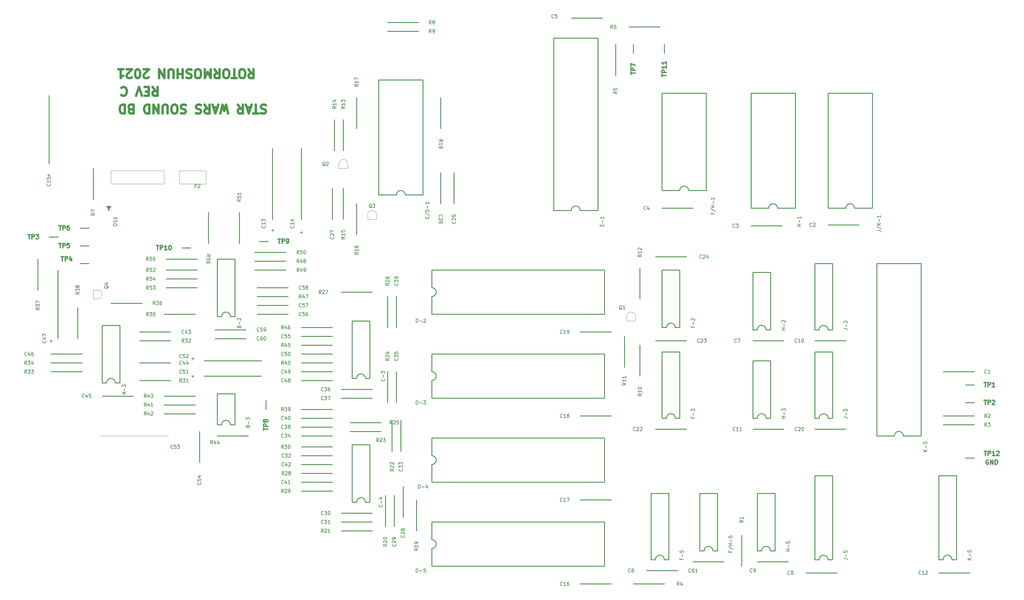
<source format=gbr>
G04 #@! TF.GenerationSoftware,KiCad,Pcbnew,(5.1.5)-3*
G04 #@! TF.CreationDate,2021-07-27T20:48:49-06:00*
G04 #@! TF.ProjectId,SwarsSound,53776172-7353-46f7-956e-642e6b696361,rev?*
G04 #@! TF.SameCoordinates,Original*
G04 #@! TF.FileFunction,Legend,Top*
G04 #@! TF.FilePolarity,Positive*
%FSLAX46Y46*%
G04 Gerber Fmt 4.6, Leading zero omitted, Abs format (unit mm)*
G04 Created by KiCad (PCBNEW (5.1.5)-3) date 2021-07-27 20:48:49*
%MOMM*%
%LPD*%
G04 APERTURE LIST*
%ADD10C,0.635000*%
%ADD11C,0.150000*%
%ADD12C,0.254000*%
%ADD13C,0.317500*%
%ADD14C,0.120000*%
%ADD15C,0.100000*%
G04 APERTURE END LIST*
D10*
X87750952Y-47745952D02*
X88597619Y-48955476D01*
X89202380Y-47745952D02*
X89202380Y-50285952D01*
X88234761Y-50285952D01*
X87992857Y-50165000D01*
X87871904Y-50044047D01*
X87750952Y-49802142D01*
X87750952Y-49439285D01*
X87871904Y-49197380D01*
X87992857Y-49076428D01*
X88234761Y-48955476D01*
X89202380Y-48955476D01*
X86178571Y-50285952D02*
X85694761Y-50285952D01*
X85452857Y-50165000D01*
X85210952Y-49923095D01*
X85090000Y-49439285D01*
X85090000Y-48592619D01*
X85210952Y-48108809D01*
X85452857Y-47866904D01*
X85694761Y-47745952D01*
X86178571Y-47745952D01*
X86420476Y-47866904D01*
X86662380Y-48108809D01*
X86783333Y-48592619D01*
X86783333Y-49439285D01*
X86662380Y-49923095D01*
X86420476Y-50165000D01*
X86178571Y-50285952D01*
X84364285Y-50285952D02*
X82912857Y-50285952D01*
X83638571Y-47745952D02*
X83638571Y-50285952D01*
X81582380Y-50285952D02*
X81098571Y-50285952D01*
X80856666Y-50165000D01*
X80614761Y-49923095D01*
X80493809Y-49439285D01*
X80493809Y-48592619D01*
X80614761Y-48108809D01*
X80856666Y-47866904D01*
X81098571Y-47745952D01*
X81582380Y-47745952D01*
X81824285Y-47866904D01*
X82066190Y-48108809D01*
X82187142Y-48592619D01*
X82187142Y-49439285D01*
X82066190Y-49923095D01*
X81824285Y-50165000D01*
X81582380Y-50285952D01*
X77953809Y-47745952D02*
X78800476Y-48955476D01*
X79405238Y-47745952D02*
X79405238Y-50285952D01*
X78437619Y-50285952D01*
X78195714Y-50165000D01*
X78074761Y-50044047D01*
X77953809Y-49802142D01*
X77953809Y-49439285D01*
X78074761Y-49197380D01*
X78195714Y-49076428D01*
X78437619Y-48955476D01*
X79405238Y-48955476D01*
X76865238Y-47745952D02*
X76865238Y-50285952D01*
X76018571Y-48471666D01*
X75171904Y-50285952D01*
X75171904Y-47745952D01*
X73478571Y-50285952D02*
X72994761Y-50285952D01*
X72752857Y-50165000D01*
X72510952Y-49923095D01*
X72390000Y-49439285D01*
X72390000Y-48592619D01*
X72510952Y-48108809D01*
X72752857Y-47866904D01*
X72994761Y-47745952D01*
X73478571Y-47745952D01*
X73720476Y-47866904D01*
X73962380Y-48108809D01*
X74083333Y-48592619D01*
X74083333Y-49439285D01*
X73962380Y-49923095D01*
X73720476Y-50165000D01*
X73478571Y-50285952D01*
X71422380Y-47866904D02*
X71059523Y-47745952D01*
X70454761Y-47745952D01*
X70212857Y-47866904D01*
X70091904Y-47987857D01*
X69970952Y-48229761D01*
X69970952Y-48471666D01*
X70091904Y-48713571D01*
X70212857Y-48834523D01*
X70454761Y-48955476D01*
X70938571Y-49076428D01*
X71180476Y-49197380D01*
X71301428Y-49318333D01*
X71422380Y-49560238D01*
X71422380Y-49802142D01*
X71301428Y-50044047D01*
X71180476Y-50165000D01*
X70938571Y-50285952D01*
X70333809Y-50285952D01*
X69970952Y-50165000D01*
X68882380Y-47745952D02*
X68882380Y-50285952D01*
X68882380Y-49076428D02*
X67430952Y-49076428D01*
X67430952Y-47745952D02*
X67430952Y-50285952D01*
X66221428Y-50285952D02*
X66221428Y-48229761D01*
X66100476Y-47987857D01*
X65979523Y-47866904D01*
X65737619Y-47745952D01*
X65253809Y-47745952D01*
X65011904Y-47866904D01*
X64890952Y-47987857D01*
X64770000Y-48229761D01*
X64770000Y-50285952D01*
X63560476Y-47745952D02*
X63560476Y-50285952D01*
X62109047Y-47745952D01*
X62109047Y-50285952D01*
X59085238Y-50044047D02*
X58964285Y-50165000D01*
X58722380Y-50285952D01*
X58117619Y-50285952D01*
X57875714Y-50165000D01*
X57754761Y-50044047D01*
X57633809Y-49802142D01*
X57633809Y-49560238D01*
X57754761Y-49197380D01*
X59206190Y-47745952D01*
X57633809Y-47745952D01*
X56061428Y-50285952D02*
X55819523Y-50285952D01*
X55577619Y-50165000D01*
X55456666Y-50044047D01*
X55335714Y-49802142D01*
X55214761Y-49318333D01*
X55214761Y-48713571D01*
X55335714Y-48229761D01*
X55456666Y-47987857D01*
X55577619Y-47866904D01*
X55819523Y-47745952D01*
X56061428Y-47745952D01*
X56303333Y-47866904D01*
X56424285Y-47987857D01*
X56545238Y-48229761D01*
X56666190Y-48713571D01*
X56666190Y-49318333D01*
X56545238Y-49802142D01*
X56424285Y-50044047D01*
X56303333Y-50165000D01*
X56061428Y-50285952D01*
X54247142Y-50044047D02*
X54126190Y-50165000D01*
X53884285Y-50285952D01*
X53279523Y-50285952D01*
X53037619Y-50165000D01*
X52916666Y-50044047D01*
X52795714Y-49802142D01*
X52795714Y-49560238D01*
X52916666Y-49197380D01*
X54368095Y-47745952D01*
X52795714Y-47745952D01*
X50376666Y-47745952D02*
X51828095Y-47745952D01*
X51102380Y-47745952D02*
X51102380Y-50285952D01*
X51344285Y-49923095D01*
X51586190Y-49681190D01*
X51828095Y-49560238D01*
X60204047Y-52825952D02*
X61050714Y-54035476D01*
X61655476Y-52825952D02*
X61655476Y-55365952D01*
X60687857Y-55365952D01*
X60445952Y-55245000D01*
X60325000Y-55124047D01*
X60204047Y-54882142D01*
X60204047Y-54519285D01*
X60325000Y-54277380D01*
X60445952Y-54156428D01*
X60687857Y-54035476D01*
X61655476Y-54035476D01*
X59115476Y-54156428D02*
X58268809Y-54156428D01*
X57905952Y-52825952D02*
X59115476Y-52825952D01*
X59115476Y-55365952D01*
X57905952Y-55365952D01*
X57180238Y-55365952D02*
X56333571Y-52825952D01*
X55486904Y-55365952D01*
X51253571Y-53067857D02*
X51374523Y-52946904D01*
X51737380Y-52825952D01*
X51979285Y-52825952D01*
X52342142Y-52946904D01*
X52584047Y-53188809D01*
X52705000Y-53430714D01*
X52825952Y-53914523D01*
X52825952Y-54277380D01*
X52705000Y-54761190D01*
X52584047Y-55003095D01*
X52342142Y-55245000D01*
X51979285Y-55365952D01*
X51737380Y-55365952D01*
X51374523Y-55245000D01*
X51253571Y-55124047D01*
X92740238Y-58026904D02*
X92377380Y-57905952D01*
X91772619Y-57905952D01*
X91530714Y-58026904D01*
X91409761Y-58147857D01*
X91288809Y-58389761D01*
X91288809Y-58631666D01*
X91409761Y-58873571D01*
X91530714Y-58994523D01*
X91772619Y-59115476D01*
X92256428Y-59236428D01*
X92498333Y-59357380D01*
X92619285Y-59478333D01*
X92740238Y-59720238D01*
X92740238Y-59962142D01*
X92619285Y-60204047D01*
X92498333Y-60325000D01*
X92256428Y-60445952D01*
X91651666Y-60445952D01*
X91288809Y-60325000D01*
X90563095Y-60445952D02*
X89111666Y-60445952D01*
X89837380Y-57905952D02*
X89837380Y-60445952D01*
X88385952Y-58631666D02*
X87176428Y-58631666D01*
X88627857Y-57905952D02*
X87781190Y-60445952D01*
X86934523Y-57905952D01*
X84636428Y-57905952D02*
X85483095Y-59115476D01*
X86087857Y-57905952D02*
X86087857Y-60445952D01*
X85120238Y-60445952D01*
X84878333Y-60325000D01*
X84757380Y-60204047D01*
X84636428Y-59962142D01*
X84636428Y-59599285D01*
X84757380Y-59357380D01*
X84878333Y-59236428D01*
X85120238Y-59115476D01*
X86087857Y-59115476D01*
X81854523Y-60445952D02*
X81249761Y-57905952D01*
X80765952Y-59720238D01*
X80282142Y-57905952D01*
X79677380Y-60445952D01*
X78830714Y-58631666D02*
X77621190Y-58631666D01*
X79072619Y-57905952D02*
X78225952Y-60445952D01*
X77379285Y-57905952D01*
X75081190Y-57905952D02*
X75927857Y-59115476D01*
X76532619Y-57905952D02*
X76532619Y-60445952D01*
X75565000Y-60445952D01*
X75323095Y-60325000D01*
X75202142Y-60204047D01*
X75081190Y-59962142D01*
X75081190Y-59599285D01*
X75202142Y-59357380D01*
X75323095Y-59236428D01*
X75565000Y-59115476D01*
X76532619Y-59115476D01*
X74113571Y-58026904D02*
X73750714Y-57905952D01*
X73145952Y-57905952D01*
X72904047Y-58026904D01*
X72783095Y-58147857D01*
X72662142Y-58389761D01*
X72662142Y-58631666D01*
X72783095Y-58873571D01*
X72904047Y-58994523D01*
X73145952Y-59115476D01*
X73629761Y-59236428D01*
X73871666Y-59357380D01*
X73992619Y-59478333D01*
X74113571Y-59720238D01*
X74113571Y-59962142D01*
X73992619Y-60204047D01*
X73871666Y-60325000D01*
X73629761Y-60445952D01*
X73025000Y-60445952D01*
X72662142Y-60325000D01*
X69759285Y-58026904D02*
X69396428Y-57905952D01*
X68791666Y-57905952D01*
X68549761Y-58026904D01*
X68428809Y-58147857D01*
X68307857Y-58389761D01*
X68307857Y-58631666D01*
X68428809Y-58873571D01*
X68549761Y-58994523D01*
X68791666Y-59115476D01*
X69275476Y-59236428D01*
X69517380Y-59357380D01*
X69638333Y-59478333D01*
X69759285Y-59720238D01*
X69759285Y-59962142D01*
X69638333Y-60204047D01*
X69517380Y-60325000D01*
X69275476Y-60445952D01*
X68670714Y-60445952D01*
X68307857Y-60325000D01*
X66735476Y-60445952D02*
X66251666Y-60445952D01*
X66009761Y-60325000D01*
X65767857Y-60083095D01*
X65646904Y-59599285D01*
X65646904Y-58752619D01*
X65767857Y-58268809D01*
X66009761Y-58026904D01*
X66251666Y-57905952D01*
X66735476Y-57905952D01*
X66977380Y-58026904D01*
X67219285Y-58268809D01*
X67340238Y-58752619D01*
X67340238Y-59599285D01*
X67219285Y-60083095D01*
X66977380Y-60325000D01*
X66735476Y-60445952D01*
X64558333Y-60445952D02*
X64558333Y-58389761D01*
X64437380Y-58147857D01*
X64316428Y-58026904D01*
X64074523Y-57905952D01*
X63590714Y-57905952D01*
X63348809Y-58026904D01*
X63227857Y-58147857D01*
X63106904Y-58389761D01*
X63106904Y-60445952D01*
X61897380Y-57905952D02*
X61897380Y-60445952D01*
X60445952Y-57905952D01*
X60445952Y-60445952D01*
X59236428Y-57905952D02*
X59236428Y-60445952D01*
X58631666Y-60445952D01*
X58268809Y-60325000D01*
X58026904Y-60083095D01*
X57905952Y-59841190D01*
X57785000Y-59357380D01*
X57785000Y-58994523D01*
X57905952Y-58510714D01*
X58026904Y-58268809D01*
X58268809Y-58026904D01*
X58631666Y-57905952D01*
X59236428Y-57905952D01*
X53914523Y-59236428D02*
X53551666Y-59115476D01*
X53430714Y-58994523D01*
X53309761Y-58752619D01*
X53309761Y-58389761D01*
X53430714Y-58147857D01*
X53551666Y-58026904D01*
X53793571Y-57905952D01*
X54761190Y-57905952D01*
X54761190Y-60445952D01*
X53914523Y-60445952D01*
X53672619Y-60325000D01*
X53551666Y-60204047D01*
X53430714Y-59962142D01*
X53430714Y-59720238D01*
X53551666Y-59478333D01*
X53672619Y-59357380D01*
X53914523Y-59236428D01*
X54761190Y-59236428D01*
X52221190Y-57905952D02*
X52221190Y-60445952D01*
X51616428Y-60445952D01*
X51253571Y-60325000D01*
X51011666Y-60083095D01*
X50890714Y-59841190D01*
X50769761Y-59357380D01*
X50769761Y-58994523D01*
X50890714Y-58510714D01*
X51011666Y-58268809D01*
X51253571Y-58026904D01*
X51616428Y-57905952D01*
X52221190Y-57905952D01*
D11*
X30099047Y-78176428D02*
X30860952Y-78176428D01*
X30480000Y-78557380D02*
X30480000Y-77795476D01*
D12*
X295910000Y-143510000D02*
X293370000Y-143510000D01*
X295910000Y-138430000D02*
X293370000Y-138430000D01*
X295910000Y-159385000D02*
X293370000Y-159385000D01*
D13*
X300022380Y-160020000D02*
X299901428Y-159959523D01*
X299720000Y-159959523D01*
X299538571Y-160020000D01*
X299417619Y-160140952D01*
X299357142Y-160261904D01*
X299296666Y-160503809D01*
X299296666Y-160685238D01*
X299357142Y-160927142D01*
X299417619Y-161048095D01*
X299538571Y-161169047D01*
X299720000Y-161229523D01*
X299840952Y-161229523D01*
X300022380Y-161169047D01*
X300082857Y-161108571D01*
X300082857Y-160685238D01*
X299840952Y-160685238D01*
X300627142Y-161229523D02*
X300627142Y-159959523D01*
X301352857Y-161229523D01*
X301352857Y-159959523D01*
X301957619Y-161229523D02*
X301957619Y-159959523D01*
X302260000Y-159959523D01*
X302441428Y-160020000D01*
X302562380Y-160140952D01*
X302622857Y-160261904D01*
X302683333Y-160503809D01*
X302683333Y-160685238D01*
X302622857Y-160927142D01*
X302562380Y-161048095D01*
X302441428Y-161169047D01*
X302260000Y-161229523D01*
X301957619Y-161229523D01*
D12*
X207010000Y-40640000D02*
X207010000Y-43180000D01*
X198120000Y-40640000D02*
X198120000Y-43180000D01*
X93345000Y-97155000D02*
X90805000Y-97155000D01*
X33020000Y-105410000D02*
X33020000Y-125095000D01*
X30480000Y-55245000D02*
X30480000Y-74930000D01*
X41910000Y-103505000D02*
X39370000Y-103505000D01*
X41910000Y-98425000D02*
X39370000Y-98425000D01*
X41910000Y-93345000D02*
X39370000Y-93345000D01*
X33020000Y-95885000D02*
X30480000Y-95885000D01*
X92710000Y-145415000D02*
X92710000Y-142875000D01*
X68580000Y-99060000D02*
X71120000Y-99060000D01*
D11*
X30734047Y-125801428D02*
X31495952Y-125801428D01*
X31115000Y-126182380D02*
X31115000Y-125420476D01*
D12*
X237490000Y-122555000D02*
X236220000Y-122555000D01*
X237490000Y-122555000D02*
X237490000Y-106045000D01*
X237490000Y-106045000D02*
X232410000Y-106045000D01*
X232410000Y-106045000D02*
X232410000Y-122555000D01*
X232410000Y-122555000D02*
X233680000Y-122555000D01*
X236220000Y-122555000D02*
G75*
G03X234950000Y-121285000I-1270000J0D01*
G01*
X234950000Y-121285000D02*
G75*
G03X233680000Y-122555000I0J-1270000D01*
G01*
X137795000Y-83820000D02*
X137795000Y-55880000D01*
X125095000Y-83820000D02*
X130175000Y-83820000D01*
X125095000Y-55880000D02*
X125095000Y-83820000D01*
X137795000Y-50800000D02*
X125095000Y-50800000D01*
X137795000Y-83820000D02*
X132715000Y-83820000D01*
X125095000Y-55880000D02*
X125095000Y-50800000D01*
X137795000Y-55880000D02*
X137795000Y-50800000D01*
X132715000Y-83820000D02*
G75*
G03X131445000Y-82550000I-1270000J0D01*
G01*
X131445000Y-82550000D02*
G75*
G03X130175000Y-83820000I0J-1270000D01*
G01*
D14*
X121920000Y-89535000D02*
X121920000Y-90805000D01*
X124460000Y-89535000D02*
X124460000Y-90805000D01*
X124460000Y-90805000D02*
X121920000Y-90805000D01*
X121920000Y-89535000D02*
G75*
G02X124460000Y-89535000I1270000J0D01*
G01*
D12*
X222250000Y-186055000D02*
X220980000Y-186055000D01*
X222250000Y-186055000D02*
X222250000Y-169545000D01*
X222250000Y-169545000D02*
X217170000Y-169545000D01*
X217170000Y-169545000D02*
X217170000Y-186055000D01*
X217170000Y-186055000D02*
X218440000Y-186055000D01*
X220980000Y-186055000D02*
G75*
G03X219710000Y-184785000I-1270000J0D01*
G01*
X219710000Y-184785000D02*
G75*
G03X218440000Y-186055000I0J-1270000D01*
G01*
X255270000Y-147955000D02*
X254000000Y-147955000D01*
X255270000Y-147955000D02*
X255270000Y-128905000D01*
X255270000Y-128905000D02*
X250190000Y-128905000D01*
X250190000Y-128905000D02*
X250190000Y-147955000D01*
X250190000Y-147955000D02*
X251460000Y-147955000D01*
X254000000Y-147955000D02*
G75*
G03X252730000Y-146685000I-1270000J0D01*
G01*
X252730000Y-146685000D02*
G75*
G03X251460000Y-147955000I0J-1270000D01*
G01*
X254000000Y-188595000D02*
X255270000Y-188595000D01*
X255270000Y-188595000D02*
X255270000Y-164465000D01*
X255270000Y-164465000D02*
X250190000Y-164465000D01*
X250190000Y-164465000D02*
X250190000Y-188595000D01*
X250190000Y-188595000D02*
X251460000Y-188595000D01*
X252730000Y-187325000D02*
G75*
G03X251460000Y-188595000I0J-1270000D01*
G01*
X254000000Y-188595000D02*
G75*
G03X252730000Y-187325000I-1270000J0D01*
G01*
X56515000Y-123190000D02*
X65405000Y-123190000D01*
X94615000Y-70485000D02*
X94615000Y-90805000D01*
X74930000Y-135890000D02*
X91440000Y-135890000D01*
X74930000Y-131445000D02*
X91440000Y-131445000D01*
D14*
X46990000Y-88265000D02*
X48260000Y-88265000D01*
X47625000Y-88265000D02*
X46990000Y-86995000D01*
X46990000Y-86995000D02*
X48260000Y-86995000D01*
X48260000Y-86995000D02*
X47625000Y-88265000D01*
D15*
G36*
X48260000Y-86995000D02*
G01*
X47625000Y-88265000D01*
X46990000Y-86995000D01*
X48260000Y-86995000D01*
G37*
X48260000Y-86995000D02*
X47625000Y-88265000D01*
X46990000Y-86995000D01*
X48260000Y-86995000D01*
D12*
X43180000Y-85090000D02*
X43180000Y-76200000D01*
X76200000Y-97790000D02*
X76200000Y-88900000D01*
X73025000Y-102235000D02*
X64135000Y-102235000D01*
X73025000Y-107950000D02*
X64135000Y-107950000D01*
X64135000Y-110490000D02*
X73025000Y-110490000D01*
X64135000Y-105410000D02*
X73025000Y-105410000D01*
X85090000Y-97790000D02*
X85090000Y-88900000D01*
X98425000Y-100330000D02*
X89535000Y-100330000D01*
X98425000Y-102870000D02*
X89535000Y-102870000D01*
X98425000Y-105410000D02*
X89535000Y-105410000D01*
X99060000Y-113030000D02*
X90170000Y-113030000D01*
X111760000Y-121920000D02*
X102870000Y-121920000D01*
X111760000Y-127000000D02*
X102870000Y-127000000D01*
X78740000Y-153035000D02*
X87630000Y-153035000D01*
X63500000Y-141605000D02*
X72390000Y-141605000D01*
X63500000Y-146685000D02*
X72390000Y-146685000D01*
X72390000Y-144145000D02*
X63500000Y-144145000D01*
X102870000Y-132080000D02*
X111760000Y-132080000D01*
X111760000Y-145415000D02*
X102870000Y-145415000D01*
X38735000Y-116205000D02*
X38735000Y-125095000D01*
X27305000Y-102235000D02*
X27305000Y-111125000D01*
X57150000Y-114935000D02*
X48260000Y-114935000D01*
X72390000Y-118110000D02*
X63500000Y-118110000D01*
X31115000Y-132080000D02*
X40005000Y-132080000D01*
X31115000Y-134620000D02*
X40005000Y-134620000D01*
X65405000Y-125730000D02*
X56515000Y-125730000D01*
X65405000Y-137160000D02*
X56515000Y-137160000D01*
X111760000Y-156210000D02*
X102870000Y-156210000D01*
X111760000Y-168910000D02*
X102870000Y-168910000D01*
X111760000Y-163830000D02*
X102870000Y-163830000D01*
X123190000Y-111760000D02*
X114300000Y-111760000D01*
X127635000Y-121920000D02*
X127635000Y-113030000D01*
X125730000Y-149225000D02*
X116840000Y-149225000D01*
X127635000Y-134620000D02*
X127635000Y-143510000D01*
X125730000Y-151765000D02*
X116840000Y-151765000D01*
X128905000Y-157480000D02*
X128905000Y-148590000D01*
X123190000Y-180340000D02*
X114300000Y-180340000D01*
X127000000Y-170180000D02*
X127000000Y-179070000D01*
X135890000Y-171450000D02*
X135890000Y-180340000D01*
X142875000Y-64770000D02*
X142875000Y-55880000D01*
X118745000Y-55880000D02*
X118745000Y-64770000D01*
X118745000Y-95250000D02*
X118745000Y-86360000D01*
X114935000Y-90805000D02*
X114935000Y-81915000D01*
X112395000Y-71120000D02*
X112395000Y-62230000D01*
X114935000Y-71120000D02*
X114935000Y-62230000D01*
X200025000Y-104775000D02*
X200025000Y-113665000D01*
X195580000Y-133350000D02*
X195580000Y-124460000D01*
X200025000Y-127000000D02*
X200025000Y-135890000D01*
X127635000Y-36830000D02*
X136525000Y-36830000D01*
X127635000Y-34290000D02*
X136525000Y-34290000D01*
X196850000Y-35560000D02*
X205740000Y-35560000D01*
X193040000Y-49530000D02*
X193040000Y-40640000D01*
X207010000Y-195580000D02*
X198120000Y-195580000D01*
X287020000Y-149860000D02*
X295910000Y-149860000D01*
X287020000Y-147320000D02*
X295910000Y-147320000D01*
X229235000Y-181610000D02*
X229235000Y-190500000D01*
D14*
X116205000Y-76200000D02*
X113665000Y-76200000D01*
X116205000Y-74930000D02*
X116205000Y-76200000D01*
X113665000Y-74930000D02*
X113665000Y-76200000D01*
X113665000Y-74930000D02*
G75*
G02X116205000Y-74930000I1270000J0D01*
G01*
X198755000Y-120015000D02*
X196215000Y-120015000D01*
X198755000Y-118745000D02*
X198755000Y-120015000D01*
X196215000Y-118745000D02*
X196215000Y-120015000D01*
X196215000Y-118745000D02*
G75*
G02X198755000Y-118745000I1270000J0D01*
G01*
X48260000Y-80645000D02*
X48260000Y-76835000D01*
X75565000Y-76835000D02*
X75565000Y-80645000D01*
X48260000Y-80645000D02*
X63500000Y-80645000D01*
X63500000Y-80645000D02*
X63500000Y-76835000D01*
X63500000Y-76835000D02*
X48260000Y-76835000D01*
X75565000Y-80645000D02*
X67945000Y-80645000D01*
X67945000Y-80645000D02*
X67945000Y-76835000D01*
X67945000Y-76835000D02*
X75565000Y-76835000D01*
D12*
X289560000Y-188595000D02*
X290830000Y-188595000D01*
X290830000Y-188595000D02*
X290830000Y-164465000D01*
X290830000Y-164465000D02*
X285750000Y-164465000D01*
X285750000Y-164465000D02*
X285750000Y-188595000D01*
X285750000Y-188595000D02*
X287020000Y-188595000D01*
X288290000Y-187325000D02*
G75*
G03X287020000Y-188595000I0J-1270000D01*
G01*
X289560000Y-188595000D02*
G75*
G03X288290000Y-187325000I-1270000J0D01*
G01*
X273050000Y-153035000D02*
X267970000Y-153035000D01*
X267970000Y-153035000D02*
X267970000Y-103505000D01*
X267970000Y-103505000D02*
X280670000Y-103505000D01*
X280670000Y-103505000D02*
X280670000Y-153035000D01*
X280670000Y-153035000D02*
X275590000Y-153035000D01*
X275590000Y-153035000D02*
G75*
G03X274320000Y-151765000I-1270000J0D01*
G01*
X274320000Y-151765000D02*
G75*
G03X273050000Y-153035000I0J-1270000D01*
G01*
X266700000Y-87630000D02*
X266700000Y-59690000D01*
X254000000Y-87630000D02*
X259080000Y-87630000D01*
X254000000Y-59690000D02*
X254000000Y-87630000D01*
X266700000Y-54610000D02*
X254000000Y-54610000D01*
X266700000Y-87630000D02*
X261620000Y-87630000D01*
X254000000Y-59690000D02*
X254000000Y-54610000D01*
X266700000Y-59690000D02*
X266700000Y-54610000D01*
X261620000Y-87630000D02*
G75*
G03X260350000Y-86360000I-1270000J0D01*
G01*
X260350000Y-86360000D02*
G75*
G03X259080000Y-87630000I0J-1270000D01*
G01*
X255270000Y-122555000D02*
X254000000Y-122555000D01*
X255270000Y-122555000D02*
X255270000Y-103505000D01*
X255270000Y-103505000D02*
X250190000Y-103505000D01*
X250190000Y-103505000D02*
X250190000Y-122555000D01*
X250190000Y-122555000D02*
X251460000Y-122555000D01*
X254000000Y-122555000D02*
G75*
G03X252730000Y-121285000I-1270000J0D01*
G01*
X252730000Y-121285000D02*
G75*
G03X251460000Y-122555000I0J-1270000D01*
G01*
X238760000Y-186055000D02*
X237490000Y-186055000D01*
X238760000Y-186055000D02*
X238760000Y-169545000D01*
X238760000Y-169545000D02*
X233680000Y-169545000D01*
X233680000Y-169545000D02*
X233680000Y-186055000D01*
X233680000Y-186055000D02*
X234950000Y-186055000D01*
X237490000Y-186055000D02*
G75*
G03X236220000Y-184785000I-1270000J0D01*
G01*
X236220000Y-184785000D02*
G75*
G03X234950000Y-186055000I0J-1270000D01*
G01*
X237490000Y-147955000D02*
X236220000Y-147955000D01*
X237490000Y-147955000D02*
X237490000Y-131445000D01*
X237490000Y-131445000D02*
X232410000Y-131445000D01*
X232410000Y-131445000D02*
X232410000Y-147955000D01*
X232410000Y-147955000D02*
X233680000Y-147955000D01*
X236220000Y-147955000D02*
G75*
G03X234950000Y-146685000I-1270000J0D01*
G01*
X234950000Y-146685000D02*
G75*
G03X233680000Y-147955000I0J-1270000D01*
G01*
X244602000Y-87630000D02*
X244602000Y-59690000D01*
X231902000Y-87630000D02*
X236982000Y-87630000D01*
X231902000Y-59690000D02*
X231902000Y-87630000D01*
X244602000Y-54610000D02*
X231902000Y-54610000D01*
X244602000Y-87630000D02*
X239522000Y-87630000D01*
X231902000Y-59690000D02*
X231902000Y-54610000D01*
X244602000Y-59690000D02*
X244602000Y-54610000D01*
X239522000Y-87630000D02*
G75*
G03X238252000Y-86360000I-1270000J0D01*
G01*
X238252000Y-86360000D02*
G75*
G03X236982000Y-87630000I0J-1270000D01*
G01*
X219075000Y-82550000D02*
X213995000Y-82550000D01*
X219075000Y-82550000D02*
X219075000Y-54610000D01*
X219075000Y-54610000D02*
X206375000Y-54610000D01*
X206375000Y-54610000D02*
X206375000Y-82550000D01*
X206375000Y-82550000D02*
X211455000Y-82550000D01*
X212725000Y-81280000D02*
G75*
G03X211455000Y-82550000I0J-1270000D01*
G01*
X213995000Y-82550000D02*
G75*
G03X212725000Y-81280000I-1270000J0D01*
G01*
X208280000Y-188595000D02*
X207010000Y-188595000D01*
X208280000Y-188595000D02*
X208280000Y-169545000D01*
X208280000Y-169545000D02*
X203200000Y-169545000D01*
X203200000Y-169545000D02*
X203200000Y-188595000D01*
X203200000Y-188595000D02*
X204470000Y-188595000D01*
X207010000Y-188595000D02*
G75*
G03X205740000Y-187325000I-1270000J0D01*
G01*
X205740000Y-187325000D02*
G75*
G03X204470000Y-188595000I0J-1270000D01*
G01*
X211455000Y-147955000D02*
X210185000Y-147955000D01*
X211455000Y-147955000D02*
X211455000Y-128905000D01*
X211455000Y-128905000D02*
X206375000Y-128905000D01*
X206375000Y-128905000D02*
X206375000Y-147955000D01*
X206375000Y-147955000D02*
X207645000Y-147955000D01*
X210185000Y-147955000D02*
G75*
G03X208915000Y-146685000I-1270000J0D01*
G01*
X208915000Y-146685000D02*
G75*
G03X207645000Y-147955000I0J-1270000D01*
G01*
X211455000Y-121920000D02*
X210185000Y-121920000D01*
X211455000Y-121920000D02*
X211455000Y-105410000D01*
X211455000Y-105410000D02*
X206375000Y-105410000D01*
X206375000Y-105410000D02*
X206375000Y-121920000D01*
X206375000Y-121920000D02*
X207645000Y-121920000D01*
X210185000Y-121920000D02*
G75*
G03X208915000Y-120650000I-1270000J0D01*
G01*
X208915000Y-120650000D02*
G75*
G03X207645000Y-121920000I0J-1270000D01*
G01*
X122555000Y-172085000D02*
X121285000Y-172085000D01*
X122555000Y-172085000D02*
X122555000Y-155575000D01*
X122555000Y-155575000D02*
X117475000Y-155575000D01*
X117475000Y-155575000D02*
X117475000Y-172085000D01*
X117475000Y-172085000D02*
X118745000Y-172085000D01*
X121285000Y-172085000D02*
G75*
G03X120015000Y-170815000I-1270000J0D01*
G01*
X120015000Y-170815000D02*
G75*
G03X118745000Y-172085000I0J-1270000D01*
G01*
X122555000Y-136525000D02*
X121285000Y-136525000D01*
X122555000Y-136525000D02*
X122555000Y-120015000D01*
X122555000Y-120015000D02*
X117475000Y-120015000D01*
X117475000Y-120015000D02*
X117475000Y-136525000D01*
X117475000Y-136525000D02*
X118745000Y-136525000D01*
X121285000Y-136525000D02*
G75*
G03X120015000Y-135255000I-1270000J0D01*
G01*
X120015000Y-135255000D02*
G75*
G03X118745000Y-136525000I0J-1270000D01*
G01*
X224155000Y-189230000D02*
X215265000Y-189230000D01*
X86995000Y-125095000D02*
X78105000Y-125095000D01*
X78105000Y-122555000D02*
X86995000Y-122555000D01*
X90170000Y-110490000D02*
X99060000Y-110490000D01*
X90170000Y-115570000D02*
X99060000Y-115570000D01*
X90170000Y-118110000D02*
X99060000Y-118110000D01*
X111760000Y-124460000D02*
X102870000Y-124460000D01*
X73660000Y-160655000D02*
X73660000Y-151765000D01*
X111760000Y-129540000D02*
X102870000Y-129540000D01*
X111760000Y-134620000D02*
X102870000Y-134620000D01*
X111760000Y-137160000D02*
X102870000Y-137160000D01*
X40005000Y-129540000D02*
X31115000Y-129540000D01*
X54610000Y-141605000D02*
X45720000Y-141605000D01*
X56515000Y-132080000D02*
X65405000Y-132080000D01*
X111760000Y-161290000D02*
X102870000Y-161290000D01*
X102870000Y-166370000D02*
X111760000Y-166370000D01*
X111760000Y-147955000D02*
X102870000Y-147955000D01*
X130175000Y-113030000D02*
X130175000Y-121920000D01*
X111760000Y-150495000D02*
X102870000Y-150495000D01*
X123190000Y-142240000D02*
X114300000Y-142240000D01*
X114300000Y-139700000D02*
X123190000Y-139700000D01*
X130175000Y-143510000D02*
X130175000Y-134620000D01*
X111760000Y-153035000D02*
X102870000Y-153035000D01*
X131445000Y-148590000D02*
X131445000Y-157480000D01*
X111760000Y-158750000D02*
X102870000Y-158750000D01*
X123190000Y-177800000D02*
X114300000Y-177800000D01*
X114300000Y-175260000D02*
X123190000Y-175260000D01*
X129540000Y-179070000D02*
X129540000Y-170180000D01*
X132080000Y-167640000D02*
X132080000Y-176530000D01*
X111760000Y-81915000D02*
X111760000Y-90805000D01*
X142875000Y-86360000D02*
X142875000Y-77470000D01*
X146685000Y-86360000D02*
X146685000Y-77470000D01*
X204470000Y-101600000D02*
X213360000Y-101600000D01*
X213360000Y-125730000D02*
X204470000Y-125730000D01*
X213360000Y-151130000D02*
X204470000Y-151130000D01*
X250190000Y-151130000D02*
X259080000Y-151130000D01*
X182880000Y-123190000D02*
X191770000Y-123190000D01*
X182880000Y-147320000D02*
X191770000Y-147320000D01*
X182880000Y-171450000D02*
X191770000Y-171450000D01*
X182880000Y-195580000D02*
X191770000Y-195580000D01*
X285750000Y-192405000D02*
X294640000Y-192405000D01*
X232410000Y-151130000D02*
X241300000Y-151130000D01*
X241300000Y-125730000D02*
X232410000Y-125730000D01*
X233680000Y-189230000D02*
X242570000Y-189230000D01*
X247650000Y-192405000D02*
X256540000Y-192405000D01*
X250190000Y-125730000D02*
X259080000Y-125730000D01*
X201930000Y-191770000D02*
X210820000Y-191770000D01*
X189230000Y-33020000D02*
X180340000Y-33020000D01*
X206375000Y-87630000D02*
X215265000Y-87630000D01*
X231902000Y-92710000D02*
X240792000Y-92710000D01*
X254000000Y-92456000D02*
X262890000Y-92456000D01*
X287020000Y-134620000D02*
X295910000Y-134620000D01*
X82550000Y-149860000D02*
X83820000Y-149860000D01*
X83820000Y-149860000D02*
X83820000Y-140970000D01*
X83820000Y-140970000D02*
X78740000Y-140970000D01*
X78740000Y-140970000D02*
X78740000Y-149860000D01*
X78740000Y-149860000D02*
X80010000Y-149860000D01*
X82550000Y-149860000D02*
G75*
G03X81280000Y-148590000I-1270000J0D01*
G01*
X81280000Y-148590000D02*
G75*
G03X80010000Y-149860000I0J-1270000D01*
G01*
X83820000Y-118745000D02*
X82550000Y-118745000D01*
X83820000Y-118745000D02*
X83820000Y-102235000D01*
X83820000Y-102235000D02*
X78740000Y-102235000D01*
X78740000Y-102235000D02*
X78740000Y-118745000D01*
X78740000Y-118745000D02*
X80010000Y-118745000D01*
X82550000Y-118745000D02*
G75*
G03X81280000Y-117475000I-1270000J0D01*
G01*
X81280000Y-117475000D02*
G75*
G03X80010000Y-118745000I0J-1270000D01*
G01*
X45720000Y-137795000D02*
X46990000Y-137795000D01*
X45720000Y-121285000D02*
X45720000Y-137795000D01*
X50800000Y-121285000D02*
X45720000Y-121285000D01*
X50800000Y-137795000D02*
X50800000Y-121285000D01*
X50800000Y-137795000D02*
X49530000Y-137795000D01*
X48260000Y-136525000D02*
G75*
G03X46990000Y-137795000I0J-1270000D01*
G01*
X49530000Y-137795000D02*
G75*
G03X48260000Y-136525000I-1270000J0D01*
G01*
D14*
X43180000Y-113665000D02*
X43180000Y-111125000D01*
X44450000Y-113665000D02*
X43180000Y-113665000D01*
X44450000Y-111125000D02*
X43180000Y-111125000D01*
X44450000Y-111125000D02*
G75*
G02X44450000Y-113665000I0J-1270000D01*
G01*
X30480000Y-74930000D02*
X30480000Y-55245000D01*
X33020000Y-125095000D02*
X33020000Y-105410000D01*
X45085000Y-153035000D02*
X64770000Y-153035000D01*
D12*
X102870000Y-90805000D02*
X102870000Y-70485000D01*
X140335000Y-118110000D02*
X140335000Y-113030000D01*
X189865000Y-118110000D02*
X140335000Y-118110000D01*
X189865000Y-105410000D02*
X189865000Y-118110000D01*
X140335000Y-105410000D02*
X189865000Y-105410000D01*
X140335000Y-110490000D02*
X140335000Y-105410000D01*
X141605000Y-111760000D02*
G75*
G03X140335000Y-110490000I-1270000J0D01*
G01*
X140335000Y-113030000D02*
G75*
G03X141605000Y-111760000I0J1270000D01*
G01*
X140335000Y-142240000D02*
X140335000Y-137160000D01*
X189865000Y-142240000D02*
X140335000Y-142240000D01*
X189865000Y-129540000D02*
X189865000Y-142240000D01*
X140335000Y-129540000D02*
X189865000Y-129540000D01*
X140335000Y-134620000D02*
X140335000Y-129540000D01*
X141605000Y-135890000D02*
G75*
G03X140335000Y-134620000I-1270000J0D01*
G01*
X140335000Y-137160000D02*
G75*
G03X141605000Y-135890000I0J1270000D01*
G01*
X140335000Y-158750000D02*
X140335000Y-153670000D01*
X140335000Y-153670000D02*
X189865000Y-153670000D01*
X189865000Y-153670000D02*
X189865000Y-166370000D01*
X189865000Y-166370000D02*
X140335000Y-166370000D01*
X140335000Y-166370000D02*
X140335000Y-161290000D01*
X140335000Y-161290000D02*
G75*
G03X141605000Y-160020000I0J1270000D01*
G01*
X141605000Y-160020000D02*
G75*
G03X140335000Y-158750000I-1270000J0D01*
G01*
X140335000Y-182880000D02*
X140335000Y-177800000D01*
X140335000Y-177800000D02*
X189865000Y-177800000D01*
X189865000Y-177800000D02*
X189865000Y-190500000D01*
X189865000Y-190500000D02*
X140335000Y-190500000D01*
X140335000Y-190500000D02*
X140335000Y-185420000D01*
X140335000Y-185420000D02*
G75*
G03X141605000Y-184150000I0J1270000D01*
G01*
X141605000Y-184150000D02*
G75*
G03X140335000Y-182880000I-1270000J0D01*
G01*
X187960000Y-88265000D02*
X182880000Y-88265000D01*
X187960000Y-38735000D02*
X187960000Y-88265000D01*
X175260000Y-38735000D02*
X187960000Y-38735000D01*
X175260000Y-88265000D02*
X175260000Y-38735000D01*
X180340000Y-88265000D02*
X175260000Y-88265000D01*
X181610000Y-86995000D02*
G75*
G03X180340000Y-88265000I0J-1270000D01*
G01*
X182880000Y-88265000D02*
G75*
G03X181610000Y-86995000I-1270000J0D01*
G01*
D11*
X241752380Y-122665952D02*
X240752380Y-122665952D01*
X241228571Y-122665952D02*
X241228571Y-122094523D01*
X241752380Y-122094523D02*
X240752380Y-122094523D01*
X241371428Y-121618333D02*
X241371428Y-120856428D01*
X240847619Y-120427857D02*
X240800000Y-120380238D01*
X240752380Y-120285000D01*
X240752380Y-120046904D01*
X240800000Y-119951666D01*
X240847619Y-119904047D01*
X240942857Y-119856428D01*
X241038095Y-119856428D01*
X241180952Y-119904047D01*
X241752380Y-120475476D01*
X241752380Y-119856428D01*
X139422142Y-90074523D02*
X139469761Y-90122142D01*
X139517380Y-90265000D01*
X139517380Y-90360238D01*
X139469761Y-90503095D01*
X139374523Y-90598333D01*
X139279285Y-90645952D01*
X139088809Y-90693571D01*
X138945952Y-90693571D01*
X138755476Y-90645952D01*
X138660238Y-90598333D01*
X138565000Y-90503095D01*
X138517380Y-90360238D01*
X138517380Y-90265000D01*
X138565000Y-90122142D01*
X138612619Y-90074523D01*
X138469761Y-88931666D02*
X139755476Y-89788809D01*
X139517380Y-88598333D02*
X138517380Y-88598333D01*
X138517380Y-88360238D01*
X138565000Y-88217380D01*
X138660238Y-88122142D01*
X138755476Y-88074523D01*
X138945952Y-88026904D01*
X139088809Y-88026904D01*
X139279285Y-88074523D01*
X139374523Y-88122142D01*
X139469761Y-88217380D01*
X139517380Y-88360238D01*
X139517380Y-88598333D01*
X139136428Y-87598333D02*
X139136428Y-86836428D01*
X139517380Y-85836428D02*
X139517380Y-86407857D01*
X139517380Y-86122142D02*
X138517380Y-86122142D01*
X138660238Y-86217380D01*
X138755476Y-86312619D01*
X138803095Y-86407857D01*
D13*
X96187380Y-96459523D02*
X96913095Y-96459523D01*
X96550238Y-97729523D02*
X96550238Y-96459523D01*
X97336428Y-97729523D02*
X97336428Y-96459523D01*
X97820238Y-96459523D01*
X97941190Y-96520000D01*
X98001666Y-96580476D01*
X98062142Y-96701428D01*
X98062142Y-96882857D01*
X98001666Y-97003809D01*
X97941190Y-97064285D01*
X97820238Y-97124761D01*
X97336428Y-97124761D01*
X98666904Y-97729523D02*
X98908809Y-97729523D01*
X99029761Y-97669047D01*
X99090238Y-97608571D01*
X99211190Y-97427142D01*
X99271666Y-97185238D01*
X99271666Y-96701428D01*
X99211190Y-96580476D01*
X99150714Y-96520000D01*
X99029761Y-96459523D01*
X98787857Y-96459523D01*
X98666904Y-96520000D01*
X98606428Y-96580476D01*
X98545952Y-96701428D01*
X98545952Y-97003809D01*
X98606428Y-97124761D01*
X98666904Y-97185238D01*
X98787857Y-97245714D01*
X99029761Y-97245714D01*
X99150714Y-97185238D01*
X99211190Y-97124761D01*
X99271666Y-97003809D01*
D11*
X123094761Y-87542619D02*
X122999523Y-87495000D01*
X122904285Y-87399761D01*
X122761428Y-87256904D01*
X122666190Y-87209285D01*
X122570952Y-87209285D01*
X122618571Y-87447380D02*
X122523333Y-87399761D01*
X122428095Y-87304523D01*
X122380476Y-87114047D01*
X122380476Y-86780714D01*
X122428095Y-86590238D01*
X122523333Y-86495000D01*
X122618571Y-86447380D01*
X122809047Y-86447380D01*
X122904285Y-86495000D01*
X122999523Y-86590238D01*
X123047142Y-86780714D01*
X123047142Y-87114047D01*
X122999523Y-87304523D01*
X122904285Y-87399761D01*
X122809047Y-87447380D01*
X122618571Y-87447380D01*
X123380476Y-86447380D02*
X123999523Y-86447380D01*
X123666190Y-86828333D01*
X123809047Y-86828333D01*
X123904285Y-86875952D01*
X123951904Y-86923571D01*
X123999523Y-87018809D01*
X123999523Y-87256904D01*
X123951904Y-87352142D01*
X123904285Y-87399761D01*
X123809047Y-87447380D01*
X123523333Y-87447380D01*
X123428095Y-87399761D01*
X123380476Y-87352142D01*
X225988571Y-186150000D02*
X225988571Y-186483333D01*
X226512380Y-186483333D02*
X225512380Y-186483333D01*
X225512380Y-186007142D01*
X225464761Y-184911904D02*
X226750476Y-185769047D01*
X226512380Y-184578571D02*
X225512380Y-184578571D01*
X225988571Y-184578571D02*
X225988571Y-184007142D01*
X226512380Y-184007142D02*
X225512380Y-184007142D01*
X226131428Y-183530952D02*
X226131428Y-182769047D01*
X225512380Y-181816666D02*
X225512380Y-182292857D01*
X225988571Y-182340476D01*
X225940952Y-182292857D01*
X225893333Y-182197619D01*
X225893333Y-181959523D01*
X225940952Y-181864285D01*
X225988571Y-181816666D01*
X226083809Y-181769047D01*
X226321904Y-181769047D01*
X226417142Y-181816666D01*
X226464761Y-181864285D01*
X226512380Y-181959523D01*
X226512380Y-182197619D01*
X226464761Y-182292857D01*
X226417142Y-182340476D01*
X258532380Y-147637380D02*
X259246666Y-147637380D01*
X259389523Y-147685000D01*
X259484761Y-147780238D01*
X259532380Y-147923095D01*
X259532380Y-148018333D01*
X259151428Y-147161190D02*
X259151428Y-146399285D01*
X258532380Y-146018333D02*
X258532380Y-145399285D01*
X258913333Y-145732619D01*
X258913333Y-145589761D01*
X258960952Y-145494523D01*
X259008571Y-145446904D01*
X259103809Y-145399285D01*
X259341904Y-145399285D01*
X259437142Y-145446904D01*
X259484761Y-145494523D01*
X259532380Y-145589761D01*
X259532380Y-145875476D01*
X259484761Y-145970714D01*
X259437142Y-146018333D01*
X258532380Y-188277380D02*
X259246666Y-188277380D01*
X259389523Y-188325000D01*
X259484761Y-188420238D01*
X259532380Y-188563095D01*
X259532380Y-188658333D01*
X259151428Y-187801190D02*
X259151428Y-187039285D01*
X258532380Y-186086904D02*
X258532380Y-186563095D01*
X259008571Y-186610714D01*
X258960952Y-186563095D01*
X258913333Y-186467857D01*
X258913333Y-186229761D01*
X258960952Y-186134523D01*
X259008571Y-186086904D01*
X259103809Y-186039285D01*
X259341904Y-186039285D01*
X259437142Y-186086904D01*
X259484761Y-186134523D01*
X259532380Y-186229761D01*
X259532380Y-186467857D01*
X259484761Y-186563095D01*
X259437142Y-186610714D01*
X69207142Y-123547142D02*
X69159523Y-123594761D01*
X69016666Y-123642380D01*
X68921428Y-123642380D01*
X68778571Y-123594761D01*
X68683333Y-123499523D01*
X68635714Y-123404285D01*
X68588095Y-123213809D01*
X68588095Y-123070952D01*
X68635714Y-122880476D01*
X68683333Y-122785238D01*
X68778571Y-122690000D01*
X68921428Y-122642380D01*
X69016666Y-122642380D01*
X69159523Y-122690000D01*
X69207142Y-122737619D01*
X70064285Y-122975714D02*
X70064285Y-123642380D01*
X69826190Y-122594761D02*
X69588095Y-123309047D01*
X70207142Y-123309047D01*
X70492857Y-122642380D02*
X71111904Y-122642380D01*
X70778571Y-123023333D01*
X70921428Y-123023333D01*
X71016666Y-123070952D01*
X71064285Y-123118571D01*
X71111904Y-123213809D01*
X71111904Y-123451904D01*
X71064285Y-123547142D01*
X71016666Y-123594761D01*
X70921428Y-123642380D01*
X70635714Y-123642380D01*
X70540476Y-123594761D01*
X70492857Y-123547142D01*
X92432142Y-92717857D02*
X92479761Y-92765476D01*
X92527380Y-92908333D01*
X92527380Y-93003571D01*
X92479761Y-93146428D01*
X92384523Y-93241666D01*
X92289285Y-93289285D01*
X92098809Y-93336904D01*
X91955952Y-93336904D01*
X91765476Y-93289285D01*
X91670238Y-93241666D01*
X91575000Y-93146428D01*
X91527380Y-93003571D01*
X91527380Y-92908333D01*
X91575000Y-92765476D01*
X91622619Y-92717857D01*
X92527380Y-91765476D02*
X92527380Y-92336904D01*
X92527380Y-92051190D02*
X91527380Y-92051190D01*
X91670238Y-92146428D01*
X91765476Y-92241666D01*
X91813095Y-92336904D01*
X91527380Y-91432142D02*
X91527380Y-90813095D01*
X91908333Y-91146428D01*
X91908333Y-91003571D01*
X91955952Y-90908333D01*
X92003571Y-90860714D01*
X92098809Y-90813095D01*
X92336904Y-90813095D01*
X92432142Y-90860714D01*
X92479761Y-90908333D01*
X92527380Y-91003571D01*
X92527380Y-91289285D01*
X92479761Y-91384523D01*
X92432142Y-91432142D01*
X94686428Y-94360952D02*
X94686428Y-93599047D01*
X95067380Y-93980000D02*
X94305476Y-93980000D01*
X68572142Y-134977142D02*
X68524523Y-135024761D01*
X68381666Y-135072380D01*
X68286428Y-135072380D01*
X68143571Y-135024761D01*
X68048333Y-134929523D01*
X68000714Y-134834285D01*
X67953095Y-134643809D01*
X67953095Y-134500952D01*
X68000714Y-134310476D01*
X68048333Y-134215238D01*
X68143571Y-134120000D01*
X68286428Y-134072380D01*
X68381666Y-134072380D01*
X68524523Y-134120000D01*
X68572142Y-134167619D01*
X69476904Y-134072380D02*
X69000714Y-134072380D01*
X68953095Y-134548571D01*
X69000714Y-134500952D01*
X69095952Y-134453333D01*
X69334047Y-134453333D01*
X69429285Y-134500952D01*
X69476904Y-134548571D01*
X69524523Y-134643809D01*
X69524523Y-134881904D01*
X69476904Y-134977142D01*
X69429285Y-135024761D01*
X69334047Y-135072380D01*
X69095952Y-135072380D01*
X69000714Y-135024761D01*
X68953095Y-134977142D01*
X70476904Y-135072380D02*
X69905476Y-135072380D01*
X70191190Y-135072380D02*
X70191190Y-134072380D01*
X70095952Y-134215238D01*
X70000714Y-134310476D01*
X69905476Y-134358095D01*
X71374047Y-135961428D02*
X72135952Y-135961428D01*
X71755000Y-136342380D02*
X71755000Y-135580476D01*
X68572142Y-130532142D02*
X68524523Y-130579761D01*
X68381666Y-130627380D01*
X68286428Y-130627380D01*
X68143571Y-130579761D01*
X68048333Y-130484523D01*
X68000714Y-130389285D01*
X67953095Y-130198809D01*
X67953095Y-130055952D01*
X68000714Y-129865476D01*
X68048333Y-129770238D01*
X68143571Y-129675000D01*
X68286428Y-129627380D01*
X68381666Y-129627380D01*
X68524523Y-129675000D01*
X68572142Y-129722619D01*
X69476904Y-129627380D02*
X69000714Y-129627380D01*
X68953095Y-130103571D01*
X69000714Y-130055952D01*
X69095952Y-130008333D01*
X69334047Y-130008333D01*
X69429285Y-130055952D01*
X69476904Y-130103571D01*
X69524523Y-130198809D01*
X69524523Y-130436904D01*
X69476904Y-130532142D01*
X69429285Y-130579761D01*
X69334047Y-130627380D01*
X69095952Y-130627380D01*
X69000714Y-130579761D01*
X68953095Y-130532142D01*
X69905476Y-129722619D02*
X69953095Y-129675000D01*
X70048333Y-129627380D01*
X70286428Y-129627380D01*
X70381666Y-129675000D01*
X70429285Y-129722619D01*
X70476904Y-129817857D01*
X70476904Y-129913095D01*
X70429285Y-130055952D01*
X69857857Y-130627380D01*
X70476904Y-130627380D01*
X71374047Y-130881428D02*
X72135952Y-130881428D01*
X71755000Y-131262380D02*
X71755000Y-130500476D01*
X49982380Y-92654285D02*
X48982380Y-92654285D01*
X48982380Y-92416190D01*
X49030000Y-92273333D01*
X49125238Y-92178095D01*
X49220476Y-92130476D01*
X49410952Y-92082857D01*
X49553809Y-92082857D01*
X49744285Y-92130476D01*
X49839523Y-92178095D01*
X49934761Y-92273333D01*
X49982380Y-92416190D01*
X49982380Y-92654285D01*
X49934761Y-91701904D02*
X49982380Y-91559047D01*
X49982380Y-91320952D01*
X49934761Y-91225714D01*
X49887142Y-91178095D01*
X49791904Y-91130476D01*
X49696666Y-91130476D01*
X49601428Y-91178095D01*
X49553809Y-91225714D01*
X49506190Y-91320952D01*
X49458571Y-91511428D01*
X49410952Y-91606666D01*
X49363333Y-91654285D01*
X49268095Y-91701904D01*
X49172857Y-91701904D01*
X49077619Y-91654285D01*
X49030000Y-91606666D01*
X48982380Y-91511428D01*
X48982380Y-91273333D01*
X49030000Y-91130476D01*
X49982380Y-90178095D02*
X49982380Y-90749523D01*
X49982380Y-90463809D02*
X48982380Y-90463809D01*
X49125238Y-90559047D01*
X49220476Y-90654285D01*
X49268095Y-90749523D01*
D13*
X298782619Y-157419523D02*
X299508333Y-157419523D01*
X299145476Y-158689523D02*
X299145476Y-157419523D01*
X299931666Y-158689523D02*
X299931666Y-157419523D01*
X300415476Y-157419523D01*
X300536428Y-157480000D01*
X300596904Y-157540476D01*
X300657380Y-157661428D01*
X300657380Y-157842857D01*
X300596904Y-157963809D01*
X300536428Y-158024285D01*
X300415476Y-158084761D01*
X299931666Y-158084761D01*
X301866904Y-158689523D02*
X301141190Y-158689523D01*
X301504047Y-158689523D02*
X301504047Y-157419523D01*
X301383095Y-157600952D01*
X301262142Y-157721904D01*
X301141190Y-157782380D01*
X302350714Y-157540476D02*
X302411190Y-157480000D01*
X302532142Y-157419523D01*
X302834523Y-157419523D01*
X302955476Y-157480000D01*
X303015952Y-157540476D01*
X303076428Y-157661428D01*
X303076428Y-157782380D01*
X303015952Y-157963809D01*
X302290238Y-158689523D01*
X303076428Y-158689523D01*
X206314523Y-49832380D02*
X206314523Y-49106666D01*
X207584523Y-49469523D02*
X206314523Y-49469523D01*
X207584523Y-48683333D02*
X206314523Y-48683333D01*
X206314523Y-48199523D01*
X206375000Y-48078571D01*
X206435476Y-48018095D01*
X206556428Y-47957619D01*
X206737857Y-47957619D01*
X206858809Y-48018095D01*
X206919285Y-48078571D01*
X206979761Y-48199523D01*
X206979761Y-48683333D01*
X207584523Y-46748095D02*
X207584523Y-47473809D01*
X207584523Y-47110952D02*
X206314523Y-47110952D01*
X206495952Y-47231904D01*
X206616904Y-47352857D01*
X206677380Y-47473809D01*
X207584523Y-45538571D02*
X207584523Y-46264285D01*
X207584523Y-45901428D02*
X206314523Y-45901428D01*
X206495952Y-46022380D01*
X206616904Y-46143333D01*
X206677380Y-46264285D01*
X33322380Y-92649523D02*
X34048095Y-92649523D01*
X33685238Y-93919523D02*
X33685238Y-92649523D01*
X34471428Y-93919523D02*
X34471428Y-92649523D01*
X34955238Y-92649523D01*
X35076190Y-92710000D01*
X35136666Y-92770476D01*
X35197142Y-92891428D01*
X35197142Y-93072857D01*
X35136666Y-93193809D01*
X35076190Y-93254285D01*
X34955238Y-93314761D01*
X34471428Y-93314761D01*
X36285714Y-92649523D02*
X36043809Y-92649523D01*
X35922857Y-92710000D01*
X35862380Y-92770476D01*
X35741428Y-92951904D01*
X35680952Y-93193809D01*
X35680952Y-93677619D01*
X35741428Y-93798571D01*
X35801904Y-93859047D01*
X35922857Y-93919523D01*
X36164761Y-93919523D01*
X36285714Y-93859047D01*
X36346190Y-93798571D01*
X36406666Y-93677619D01*
X36406666Y-93375238D01*
X36346190Y-93254285D01*
X36285714Y-93193809D01*
X36164761Y-93133333D01*
X35922857Y-93133333D01*
X35801904Y-93193809D01*
X35741428Y-93254285D01*
X35680952Y-93375238D01*
X33322380Y-97729523D02*
X34048095Y-97729523D01*
X33685238Y-98999523D02*
X33685238Y-97729523D01*
X34471428Y-98999523D02*
X34471428Y-97729523D01*
X34955238Y-97729523D01*
X35076190Y-97790000D01*
X35136666Y-97850476D01*
X35197142Y-97971428D01*
X35197142Y-98152857D01*
X35136666Y-98273809D01*
X35076190Y-98334285D01*
X34955238Y-98394761D01*
X34471428Y-98394761D01*
X36346190Y-97729523D02*
X35741428Y-97729523D01*
X35680952Y-98334285D01*
X35741428Y-98273809D01*
X35862380Y-98213333D01*
X36164761Y-98213333D01*
X36285714Y-98273809D01*
X36346190Y-98334285D01*
X36406666Y-98455238D01*
X36406666Y-98757619D01*
X36346190Y-98878571D01*
X36285714Y-98939047D01*
X36164761Y-98999523D01*
X35862380Y-98999523D01*
X35741428Y-98939047D01*
X35680952Y-98878571D01*
X33957380Y-101539523D02*
X34683095Y-101539523D01*
X34320238Y-102809523D02*
X34320238Y-101539523D01*
X35106428Y-102809523D02*
X35106428Y-101539523D01*
X35590238Y-101539523D01*
X35711190Y-101600000D01*
X35771666Y-101660476D01*
X35832142Y-101781428D01*
X35832142Y-101962857D01*
X35771666Y-102083809D01*
X35711190Y-102144285D01*
X35590238Y-102204761D01*
X35106428Y-102204761D01*
X36920714Y-101962857D02*
X36920714Y-102809523D01*
X36618333Y-101479047D02*
X36315952Y-102386190D01*
X37102142Y-102386190D01*
X24432380Y-95189523D02*
X25158095Y-95189523D01*
X24795238Y-96459523D02*
X24795238Y-95189523D01*
X25581428Y-96459523D02*
X25581428Y-95189523D01*
X26065238Y-95189523D01*
X26186190Y-95250000D01*
X26246666Y-95310476D01*
X26307142Y-95431428D01*
X26307142Y-95612857D01*
X26246666Y-95733809D01*
X26186190Y-95794285D01*
X26065238Y-95854761D01*
X25581428Y-95854761D01*
X26730476Y-95189523D02*
X27516666Y-95189523D01*
X27093333Y-95673333D01*
X27274761Y-95673333D01*
X27395714Y-95733809D01*
X27456190Y-95794285D01*
X27516666Y-95915238D01*
X27516666Y-96217619D01*
X27456190Y-96338571D01*
X27395714Y-96399047D01*
X27274761Y-96459523D01*
X26911904Y-96459523D01*
X26790952Y-96399047D01*
X26730476Y-96338571D01*
D11*
X43632380Y-89066666D02*
X43156190Y-89400000D01*
X43632380Y-89638095D02*
X42632380Y-89638095D01*
X42632380Y-89257142D01*
X42680000Y-89161904D01*
X42727619Y-89114285D01*
X42822857Y-89066666D01*
X42965714Y-89066666D01*
X43060952Y-89114285D01*
X43108571Y-89161904D01*
X43156190Y-89257142D01*
X43156190Y-89638095D01*
X42632380Y-88733333D02*
X42632380Y-88066666D01*
X43632380Y-88495238D01*
D13*
X61292619Y-98364523D02*
X62018333Y-98364523D01*
X61655476Y-99634523D02*
X61655476Y-98364523D01*
X62441666Y-99634523D02*
X62441666Y-98364523D01*
X62925476Y-98364523D01*
X63046428Y-98425000D01*
X63106904Y-98485476D01*
X63167380Y-98606428D01*
X63167380Y-98787857D01*
X63106904Y-98908809D01*
X63046428Y-98969285D01*
X62925476Y-99029761D01*
X62441666Y-99029761D01*
X64376904Y-99634523D02*
X63651190Y-99634523D01*
X64014047Y-99634523D02*
X64014047Y-98364523D01*
X63893095Y-98545952D01*
X63772142Y-98666904D01*
X63651190Y-98727380D01*
X65163095Y-98364523D02*
X65284047Y-98364523D01*
X65405000Y-98425000D01*
X65465476Y-98485476D01*
X65525952Y-98606428D01*
X65586428Y-98848333D01*
X65586428Y-99150714D01*
X65525952Y-99392619D01*
X65465476Y-99513571D01*
X65405000Y-99574047D01*
X65284047Y-99634523D01*
X65163095Y-99634523D01*
X65042142Y-99574047D01*
X64981666Y-99513571D01*
X64921190Y-99392619D01*
X64860714Y-99150714D01*
X64860714Y-98848333D01*
X64921190Y-98606428D01*
X64981666Y-98485476D01*
X65042142Y-98425000D01*
X65163095Y-98364523D01*
X92014523Y-151462619D02*
X92014523Y-150736904D01*
X93284523Y-151099761D02*
X92014523Y-151099761D01*
X93284523Y-150313571D02*
X92014523Y-150313571D01*
X92014523Y-149829761D01*
X92075000Y-149708809D01*
X92135476Y-149648333D01*
X92256428Y-149587857D01*
X92437857Y-149587857D01*
X92558809Y-149648333D01*
X92619285Y-149708809D01*
X92679761Y-149829761D01*
X92679761Y-150313571D01*
X92558809Y-148862142D02*
X92498333Y-148983095D01*
X92437857Y-149043571D01*
X92316904Y-149104047D01*
X92256428Y-149104047D01*
X92135476Y-149043571D01*
X92075000Y-148983095D01*
X92014523Y-148862142D01*
X92014523Y-148620238D01*
X92075000Y-148499285D01*
X92135476Y-148438809D01*
X92256428Y-148378333D01*
X92316904Y-148378333D01*
X92437857Y-148438809D01*
X92498333Y-148499285D01*
X92558809Y-148620238D01*
X92558809Y-148862142D01*
X92619285Y-148983095D01*
X92679761Y-149043571D01*
X92800714Y-149104047D01*
X93042619Y-149104047D01*
X93163571Y-149043571D01*
X93224047Y-148983095D01*
X93284523Y-148862142D01*
X93284523Y-148620238D01*
X93224047Y-148499285D01*
X93163571Y-148438809D01*
X93042619Y-148378333D01*
X92800714Y-148378333D01*
X92679761Y-148438809D01*
X92619285Y-148499285D01*
X92558809Y-148620238D01*
X197424523Y-49227619D02*
X197424523Y-48501904D01*
X198694523Y-48864761D02*
X197424523Y-48864761D01*
X198694523Y-48078571D02*
X197424523Y-48078571D01*
X197424523Y-47594761D01*
X197485000Y-47473809D01*
X197545476Y-47413333D01*
X197666428Y-47352857D01*
X197847857Y-47352857D01*
X197968809Y-47413333D01*
X198029285Y-47473809D01*
X198089761Y-47594761D01*
X198089761Y-48078571D01*
X197424523Y-46929523D02*
X197424523Y-46082857D01*
X198694523Y-46627142D01*
X298752380Y-142814523D02*
X299478095Y-142814523D01*
X299115238Y-144084523D02*
X299115238Y-142814523D01*
X299901428Y-144084523D02*
X299901428Y-142814523D01*
X300385238Y-142814523D01*
X300506190Y-142875000D01*
X300566666Y-142935476D01*
X300627142Y-143056428D01*
X300627142Y-143237857D01*
X300566666Y-143358809D01*
X300506190Y-143419285D01*
X300385238Y-143479761D01*
X299901428Y-143479761D01*
X301110952Y-142935476D02*
X301171428Y-142875000D01*
X301292380Y-142814523D01*
X301594761Y-142814523D01*
X301715714Y-142875000D01*
X301776190Y-142935476D01*
X301836666Y-143056428D01*
X301836666Y-143177380D01*
X301776190Y-143358809D01*
X301050476Y-144084523D01*
X301836666Y-144084523D01*
X298752380Y-137734523D02*
X299478095Y-137734523D01*
X299115238Y-139004523D02*
X299115238Y-137734523D01*
X299901428Y-139004523D02*
X299901428Y-137734523D01*
X300385238Y-137734523D01*
X300506190Y-137795000D01*
X300566666Y-137855476D01*
X300627142Y-137976428D01*
X300627142Y-138157857D01*
X300566666Y-138278809D01*
X300506190Y-138339285D01*
X300385238Y-138399761D01*
X299901428Y-138399761D01*
X301836666Y-139004523D02*
X301110952Y-139004523D01*
X301473809Y-139004523D02*
X301473809Y-137734523D01*
X301352857Y-137915952D01*
X301231904Y-138036904D01*
X301110952Y-138097380D01*
D11*
X75747619Y-101592142D02*
X76223809Y-101258809D01*
X75747619Y-101020714D02*
X76747619Y-101020714D01*
X76747619Y-101401666D01*
X76700000Y-101496904D01*
X76652380Y-101544523D01*
X76557142Y-101592142D01*
X76414285Y-101592142D01*
X76319047Y-101544523D01*
X76271428Y-101496904D01*
X76223809Y-101401666D01*
X76223809Y-101020714D01*
X76747619Y-102496904D02*
X76747619Y-102020714D01*
X76271428Y-101973095D01*
X76319047Y-102020714D01*
X76366666Y-102115952D01*
X76366666Y-102354047D01*
X76319047Y-102449285D01*
X76271428Y-102496904D01*
X76176190Y-102544523D01*
X75938095Y-102544523D01*
X75842857Y-102496904D01*
X75795238Y-102449285D01*
X75747619Y-102354047D01*
X75747619Y-102115952D01*
X75795238Y-102020714D01*
X75842857Y-101973095D01*
X76747619Y-103401666D02*
X76747619Y-103211190D01*
X76700000Y-103115952D01*
X76652380Y-103068333D01*
X76509523Y-102973095D01*
X76319047Y-102925476D01*
X75938095Y-102925476D01*
X75842857Y-102973095D01*
X75795238Y-103020714D01*
X75747619Y-103115952D01*
X75747619Y-103306428D01*
X75795238Y-103401666D01*
X75842857Y-103449285D01*
X75938095Y-103496904D01*
X76176190Y-103496904D01*
X76271428Y-103449285D01*
X76319047Y-103401666D01*
X76366666Y-103306428D01*
X76366666Y-103115952D01*
X76319047Y-103020714D01*
X76271428Y-102973095D01*
X76176190Y-102925476D01*
X59047142Y-102687380D02*
X58713809Y-102211190D01*
X58475714Y-102687380D02*
X58475714Y-101687380D01*
X58856666Y-101687380D01*
X58951904Y-101735000D01*
X58999523Y-101782619D01*
X59047142Y-101877857D01*
X59047142Y-102020714D01*
X58999523Y-102115952D01*
X58951904Y-102163571D01*
X58856666Y-102211190D01*
X58475714Y-102211190D01*
X59951904Y-101687380D02*
X59475714Y-101687380D01*
X59428095Y-102163571D01*
X59475714Y-102115952D01*
X59570952Y-102068333D01*
X59809047Y-102068333D01*
X59904285Y-102115952D01*
X59951904Y-102163571D01*
X59999523Y-102258809D01*
X59999523Y-102496904D01*
X59951904Y-102592142D01*
X59904285Y-102639761D01*
X59809047Y-102687380D01*
X59570952Y-102687380D01*
X59475714Y-102639761D01*
X59428095Y-102592142D01*
X60904285Y-101687380D02*
X60428095Y-101687380D01*
X60380476Y-102163571D01*
X60428095Y-102115952D01*
X60523333Y-102068333D01*
X60761428Y-102068333D01*
X60856666Y-102115952D01*
X60904285Y-102163571D01*
X60951904Y-102258809D01*
X60951904Y-102496904D01*
X60904285Y-102592142D01*
X60856666Y-102639761D01*
X60761428Y-102687380D01*
X60523333Y-102687380D01*
X60428095Y-102639761D01*
X60380476Y-102592142D01*
X59047142Y-108402380D02*
X58713809Y-107926190D01*
X58475714Y-108402380D02*
X58475714Y-107402380D01*
X58856666Y-107402380D01*
X58951904Y-107450000D01*
X58999523Y-107497619D01*
X59047142Y-107592857D01*
X59047142Y-107735714D01*
X58999523Y-107830952D01*
X58951904Y-107878571D01*
X58856666Y-107926190D01*
X58475714Y-107926190D01*
X59951904Y-107402380D02*
X59475714Y-107402380D01*
X59428095Y-107878571D01*
X59475714Y-107830952D01*
X59570952Y-107783333D01*
X59809047Y-107783333D01*
X59904285Y-107830952D01*
X59951904Y-107878571D01*
X59999523Y-107973809D01*
X59999523Y-108211904D01*
X59951904Y-108307142D01*
X59904285Y-108354761D01*
X59809047Y-108402380D01*
X59570952Y-108402380D01*
X59475714Y-108354761D01*
X59428095Y-108307142D01*
X60856666Y-107735714D02*
X60856666Y-108402380D01*
X60618571Y-107354761D02*
X60380476Y-108069047D01*
X60999523Y-108069047D01*
X59047142Y-110942380D02*
X58713809Y-110466190D01*
X58475714Y-110942380D02*
X58475714Y-109942380D01*
X58856666Y-109942380D01*
X58951904Y-109990000D01*
X58999523Y-110037619D01*
X59047142Y-110132857D01*
X59047142Y-110275714D01*
X58999523Y-110370952D01*
X58951904Y-110418571D01*
X58856666Y-110466190D01*
X58475714Y-110466190D01*
X59951904Y-109942380D02*
X59475714Y-109942380D01*
X59428095Y-110418571D01*
X59475714Y-110370952D01*
X59570952Y-110323333D01*
X59809047Y-110323333D01*
X59904285Y-110370952D01*
X59951904Y-110418571D01*
X59999523Y-110513809D01*
X59999523Y-110751904D01*
X59951904Y-110847142D01*
X59904285Y-110894761D01*
X59809047Y-110942380D01*
X59570952Y-110942380D01*
X59475714Y-110894761D01*
X59428095Y-110847142D01*
X60332857Y-109942380D02*
X60951904Y-109942380D01*
X60618571Y-110323333D01*
X60761428Y-110323333D01*
X60856666Y-110370952D01*
X60904285Y-110418571D01*
X60951904Y-110513809D01*
X60951904Y-110751904D01*
X60904285Y-110847142D01*
X60856666Y-110894761D01*
X60761428Y-110942380D01*
X60475714Y-110942380D01*
X60380476Y-110894761D01*
X60332857Y-110847142D01*
X59047142Y-105862380D02*
X58713809Y-105386190D01*
X58475714Y-105862380D02*
X58475714Y-104862380D01*
X58856666Y-104862380D01*
X58951904Y-104910000D01*
X58999523Y-104957619D01*
X59047142Y-105052857D01*
X59047142Y-105195714D01*
X58999523Y-105290952D01*
X58951904Y-105338571D01*
X58856666Y-105386190D01*
X58475714Y-105386190D01*
X59951904Y-104862380D02*
X59475714Y-104862380D01*
X59428095Y-105338571D01*
X59475714Y-105290952D01*
X59570952Y-105243333D01*
X59809047Y-105243333D01*
X59904285Y-105290952D01*
X59951904Y-105338571D01*
X59999523Y-105433809D01*
X59999523Y-105671904D01*
X59951904Y-105767142D01*
X59904285Y-105814761D01*
X59809047Y-105862380D01*
X59570952Y-105862380D01*
X59475714Y-105814761D01*
X59428095Y-105767142D01*
X60380476Y-104957619D02*
X60428095Y-104910000D01*
X60523333Y-104862380D01*
X60761428Y-104862380D01*
X60856666Y-104910000D01*
X60904285Y-104957619D01*
X60951904Y-105052857D01*
X60951904Y-105148095D01*
X60904285Y-105290952D01*
X60332857Y-105862380D01*
X60951904Y-105862380D01*
X85542380Y-85097857D02*
X85066190Y-85431190D01*
X85542380Y-85669285D02*
X84542380Y-85669285D01*
X84542380Y-85288333D01*
X84590000Y-85193095D01*
X84637619Y-85145476D01*
X84732857Y-85097857D01*
X84875714Y-85097857D01*
X84970952Y-85145476D01*
X85018571Y-85193095D01*
X85066190Y-85288333D01*
X85066190Y-85669285D01*
X84542380Y-84193095D02*
X84542380Y-84669285D01*
X85018571Y-84716904D01*
X84970952Y-84669285D01*
X84923333Y-84574047D01*
X84923333Y-84335952D01*
X84970952Y-84240714D01*
X85018571Y-84193095D01*
X85113809Y-84145476D01*
X85351904Y-84145476D01*
X85447142Y-84193095D01*
X85494761Y-84240714D01*
X85542380Y-84335952D01*
X85542380Y-84574047D01*
X85494761Y-84669285D01*
X85447142Y-84716904D01*
X85542380Y-83193095D02*
X85542380Y-83764523D01*
X85542380Y-83478809D02*
X84542380Y-83478809D01*
X84685238Y-83574047D01*
X84780476Y-83669285D01*
X84828095Y-83764523D01*
X102227142Y-100782380D02*
X101893809Y-100306190D01*
X101655714Y-100782380D02*
X101655714Y-99782380D01*
X102036666Y-99782380D01*
X102131904Y-99830000D01*
X102179523Y-99877619D01*
X102227142Y-99972857D01*
X102227142Y-100115714D01*
X102179523Y-100210952D01*
X102131904Y-100258571D01*
X102036666Y-100306190D01*
X101655714Y-100306190D01*
X103131904Y-99782380D02*
X102655714Y-99782380D01*
X102608095Y-100258571D01*
X102655714Y-100210952D01*
X102750952Y-100163333D01*
X102989047Y-100163333D01*
X103084285Y-100210952D01*
X103131904Y-100258571D01*
X103179523Y-100353809D01*
X103179523Y-100591904D01*
X103131904Y-100687142D01*
X103084285Y-100734761D01*
X102989047Y-100782380D01*
X102750952Y-100782380D01*
X102655714Y-100734761D01*
X102608095Y-100687142D01*
X103798571Y-99782380D02*
X103893809Y-99782380D01*
X103989047Y-99830000D01*
X104036666Y-99877619D01*
X104084285Y-99972857D01*
X104131904Y-100163333D01*
X104131904Y-100401428D01*
X104084285Y-100591904D01*
X104036666Y-100687142D01*
X103989047Y-100734761D01*
X103893809Y-100782380D01*
X103798571Y-100782380D01*
X103703333Y-100734761D01*
X103655714Y-100687142D01*
X103608095Y-100591904D01*
X103560476Y-100401428D01*
X103560476Y-100163333D01*
X103608095Y-99972857D01*
X103655714Y-99877619D01*
X103703333Y-99830000D01*
X103798571Y-99782380D01*
X102227142Y-103322380D02*
X101893809Y-102846190D01*
X101655714Y-103322380D02*
X101655714Y-102322380D01*
X102036666Y-102322380D01*
X102131904Y-102370000D01*
X102179523Y-102417619D01*
X102227142Y-102512857D01*
X102227142Y-102655714D01*
X102179523Y-102750952D01*
X102131904Y-102798571D01*
X102036666Y-102846190D01*
X101655714Y-102846190D01*
X103084285Y-102655714D02*
X103084285Y-103322380D01*
X102846190Y-102274761D02*
X102608095Y-102989047D01*
X103227142Y-102989047D01*
X103750952Y-102750952D02*
X103655714Y-102703333D01*
X103608095Y-102655714D01*
X103560476Y-102560476D01*
X103560476Y-102512857D01*
X103608095Y-102417619D01*
X103655714Y-102370000D01*
X103750952Y-102322380D01*
X103941428Y-102322380D01*
X104036666Y-102370000D01*
X104084285Y-102417619D01*
X104131904Y-102512857D01*
X104131904Y-102560476D01*
X104084285Y-102655714D01*
X104036666Y-102703333D01*
X103941428Y-102750952D01*
X103750952Y-102750952D01*
X103655714Y-102798571D01*
X103608095Y-102846190D01*
X103560476Y-102941428D01*
X103560476Y-103131904D01*
X103608095Y-103227142D01*
X103655714Y-103274761D01*
X103750952Y-103322380D01*
X103941428Y-103322380D01*
X104036666Y-103274761D01*
X104084285Y-103227142D01*
X104131904Y-103131904D01*
X104131904Y-102941428D01*
X104084285Y-102846190D01*
X104036666Y-102798571D01*
X103941428Y-102750952D01*
X102227142Y-105862380D02*
X101893809Y-105386190D01*
X101655714Y-105862380D02*
X101655714Y-104862380D01*
X102036666Y-104862380D01*
X102131904Y-104910000D01*
X102179523Y-104957619D01*
X102227142Y-105052857D01*
X102227142Y-105195714D01*
X102179523Y-105290952D01*
X102131904Y-105338571D01*
X102036666Y-105386190D01*
X101655714Y-105386190D01*
X103084285Y-105195714D02*
X103084285Y-105862380D01*
X102846190Y-104814761D02*
X102608095Y-105529047D01*
X103227142Y-105529047D01*
X103655714Y-105862380D02*
X103846190Y-105862380D01*
X103941428Y-105814761D01*
X103989047Y-105767142D01*
X104084285Y-105624285D01*
X104131904Y-105433809D01*
X104131904Y-105052857D01*
X104084285Y-104957619D01*
X104036666Y-104910000D01*
X103941428Y-104862380D01*
X103750952Y-104862380D01*
X103655714Y-104910000D01*
X103608095Y-104957619D01*
X103560476Y-105052857D01*
X103560476Y-105290952D01*
X103608095Y-105386190D01*
X103655714Y-105433809D01*
X103750952Y-105481428D01*
X103941428Y-105481428D01*
X104036666Y-105433809D01*
X104084285Y-105386190D01*
X104131904Y-105290952D01*
X102862142Y-113482380D02*
X102528809Y-113006190D01*
X102290714Y-113482380D02*
X102290714Y-112482380D01*
X102671666Y-112482380D01*
X102766904Y-112530000D01*
X102814523Y-112577619D01*
X102862142Y-112672857D01*
X102862142Y-112815714D01*
X102814523Y-112910952D01*
X102766904Y-112958571D01*
X102671666Y-113006190D01*
X102290714Y-113006190D01*
X103719285Y-112815714D02*
X103719285Y-113482380D01*
X103481190Y-112434761D02*
X103243095Y-113149047D01*
X103862142Y-113149047D01*
X104147857Y-112482380D02*
X104814523Y-112482380D01*
X104385952Y-113482380D01*
X97782142Y-122372380D02*
X97448809Y-121896190D01*
X97210714Y-122372380D02*
X97210714Y-121372380D01*
X97591666Y-121372380D01*
X97686904Y-121420000D01*
X97734523Y-121467619D01*
X97782142Y-121562857D01*
X97782142Y-121705714D01*
X97734523Y-121800952D01*
X97686904Y-121848571D01*
X97591666Y-121896190D01*
X97210714Y-121896190D01*
X98639285Y-121705714D02*
X98639285Y-122372380D01*
X98401190Y-121324761D02*
X98163095Y-122039047D01*
X98782142Y-122039047D01*
X99591666Y-121372380D02*
X99401190Y-121372380D01*
X99305952Y-121420000D01*
X99258333Y-121467619D01*
X99163095Y-121610476D01*
X99115476Y-121800952D01*
X99115476Y-122181904D01*
X99163095Y-122277142D01*
X99210714Y-122324761D01*
X99305952Y-122372380D01*
X99496428Y-122372380D01*
X99591666Y-122324761D01*
X99639285Y-122277142D01*
X99686904Y-122181904D01*
X99686904Y-121943809D01*
X99639285Y-121848571D01*
X99591666Y-121800952D01*
X99496428Y-121753333D01*
X99305952Y-121753333D01*
X99210714Y-121800952D01*
X99163095Y-121848571D01*
X99115476Y-121943809D01*
X97782142Y-127452380D02*
X97448809Y-126976190D01*
X97210714Y-127452380D02*
X97210714Y-126452380D01*
X97591666Y-126452380D01*
X97686904Y-126500000D01*
X97734523Y-126547619D01*
X97782142Y-126642857D01*
X97782142Y-126785714D01*
X97734523Y-126880952D01*
X97686904Y-126928571D01*
X97591666Y-126976190D01*
X97210714Y-126976190D01*
X98639285Y-126785714D02*
X98639285Y-127452380D01*
X98401190Y-126404761D02*
X98163095Y-127119047D01*
X98782142Y-127119047D01*
X99639285Y-126452380D02*
X99163095Y-126452380D01*
X99115476Y-126928571D01*
X99163095Y-126880952D01*
X99258333Y-126833333D01*
X99496428Y-126833333D01*
X99591666Y-126880952D01*
X99639285Y-126928571D01*
X99686904Y-127023809D01*
X99686904Y-127261904D01*
X99639285Y-127357142D01*
X99591666Y-127404761D01*
X99496428Y-127452380D01*
X99258333Y-127452380D01*
X99163095Y-127404761D01*
X99115476Y-127357142D01*
X77462142Y-155392380D02*
X77128809Y-154916190D01*
X76890714Y-155392380D02*
X76890714Y-154392380D01*
X77271666Y-154392380D01*
X77366904Y-154440000D01*
X77414523Y-154487619D01*
X77462142Y-154582857D01*
X77462142Y-154725714D01*
X77414523Y-154820952D01*
X77366904Y-154868571D01*
X77271666Y-154916190D01*
X76890714Y-154916190D01*
X78319285Y-154725714D02*
X78319285Y-155392380D01*
X78081190Y-154344761D02*
X77843095Y-155059047D01*
X78462142Y-155059047D01*
X79271666Y-154725714D02*
X79271666Y-155392380D01*
X79033571Y-154344761D02*
X78795476Y-155059047D01*
X79414523Y-155059047D01*
X58412142Y-142057380D02*
X58078809Y-141581190D01*
X57840714Y-142057380D02*
X57840714Y-141057380D01*
X58221666Y-141057380D01*
X58316904Y-141105000D01*
X58364523Y-141152619D01*
X58412142Y-141247857D01*
X58412142Y-141390714D01*
X58364523Y-141485952D01*
X58316904Y-141533571D01*
X58221666Y-141581190D01*
X57840714Y-141581190D01*
X59269285Y-141390714D02*
X59269285Y-142057380D01*
X59031190Y-141009761D02*
X58793095Y-141724047D01*
X59412142Y-141724047D01*
X59697857Y-141057380D02*
X60316904Y-141057380D01*
X59983571Y-141438333D01*
X60126428Y-141438333D01*
X60221666Y-141485952D01*
X60269285Y-141533571D01*
X60316904Y-141628809D01*
X60316904Y-141866904D01*
X60269285Y-141962142D01*
X60221666Y-142009761D01*
X60126428Y-142057380D01*
X59840714Y-142057380D01*
X59745476Y-142009761D01*
X59697857Y-141962142D01*
X58412142Y-147137380D02*
X58078809Y-146661190D01*
X57840714Y-147137380D02*
X57840714Y-146137380D01*
X58221666Y-146137380D01*
X58316904Y-146185000D01*
X58364523Y-146232619D01*
X58412142Y-146327857D01*
X58412142Y-146470714D01*
X58364523Y-146565952D01*
X58316904Y-146613571D01*
X58221666Y-146661190D01*
X57840714Y-146661190D01*
X59269285Y-146470714D02*
X59269285Y-147137380D01*
X59031190Y-146089761D02*
X58793095Y-146804047D01*
X59412142Y-146804047D01*
X59745476Y-146232619D02*
X59793095Y-146185000D01*
X59888333Y-146137380D01*
X60126428Y-146137380D01*
X60221666Y-146185000D01*
X60269285Y-146232619D01*
X60316904Y-146327857D01*
X60316904Y-146423095D01*
X60269285Y-146565952D01*
X59697857Y-147137380D01*
X60316904Y-147137380D01*
X58412142Y-144597380D02*
X58078809Y-144121190D01*
X57840714Y-144597380D02*
X57840714Y-143597380D01*
X58221666Y-143597380D01*
X58316904Y-143645000D01*
X58364523Y-143692619D01*
X58412142Y-143787857D01*
X58412142Y-143930714D01*
X58364523Y-144025952D01*
X58316904Y-144073571D01*
X58221666Y-144121190D01*
X57840714Y-144121190D01*
X59269285Y-143930714D02*
X59269285Y-144597380D01*
X59031190Y-143549761D02*
X58793095Y-144264047D01*
X59412142Y-144264047D01*
X60316904Y-144597380D02*
X59745476Y-144597380D01*
X60031190Y-144597380D02*
X60031190Y-143597380D01*
X59935952Y-143740238D01*
X59840714Y-143835476D01*
X59745476Y-143883095D01*
X97782142Y-132532380D02*
X97448809Y-132056190D01*
X97210714Y-132532380D02*
X97210714Y-131532380D01*
X97591666Y-131532380D01*
X97686904Y-131580000D01*
X97734523Y-131627619D01*
X97782142Y-131722857D01*
X97782142Y-131865714D01*
X97734523Y-131960952D01*
X97686904Y-132008571D01*
X97591666Y-132056190D01*
X97210714Y-132056190D01*
X98639285Y-131865714D02*
X98639285Y-132532380D01*
X98401190Y-131484761D02*
X98163095Y-132199047D01*
X98782142Y-132199047D01*
X99353571Y-131532380D02*
X99448809Y-131532380D01*
X99544047Y-131580000D01*
X99591666Y-131627619D01*
X99639285Y-131722857D01*
X99686904Y-131913333D01*
X99686904Y-132151428D01*
X99639285Y-132341904D01*
X99591666Y-132437142D01*
X99544047Y-132484761D01*
X99448809Y-132532380D01*
X99353571Y-132532380D01*
X99258333Y-132484761D01*
X99210714Y-132437142D01*
X99163095Y-132341904D01*
X99115476Y-132151428D01*
X99115476Y-131913333D01*
X99163095Y-131722857D01*
X99210714Y-131627619D01*
X99258333Y-131580000D01*
X99353571Y-131532380D01*
X97782142Y-145867380D02*
X97448809Y-145391190D01*
X97210714Y-145867380D02*
X97210714Y-144867380D01*
X97591666Y-144867380D01*
X97686904Y-144915000D01*
X97734523Y-144962619D01*
X97782142Y-145057857D01*
X97782142Y-145200714D01*
X97734523Y-145295952D01*
X97686904Y-145343571D01*
X97591666Y-145391190D01*
X97210714Y-145391190D01*
X98115476Y-144867380D02*
X98734523Y-144867380D01*
X98401190Y-145248333D01*
X98544047Y-145248333D01*
X98639285Y-145295952D01*
X98686904Y-145343571D01*
X98734523Y-145438809D01*
X98734523Y-145676904D01*
X98686904Y-145772142D01*
X98639285Y-145819761D01*
X98544047Y-145867380D01*
X98258333Y-145867380D01*
X98163095Y-145819761D01*
X98115476Y-145772142D01*
X99210714Y-145867380D02*
X99401190Y-145867380D01*
X99496428Y-145819761D01*
X99544047Y-145772142D01*
X99639285Y-145629285D01*
X99686904Y-145438809D01*
X99686904Y-145057857D01*
X99639285Y-144962619D01*
X99591666Y-144915000D01*
X99496428Y-144867380D01*
X99305952Y-144867380D01*
X99210714Y-144915000D01*
X99163095Y-144962619D01*
X99115476Y-145057857D01*
X99115476Y-145295952D01*
X99163095Y-145391190D01*
X99210714Y-145438809D01*
X99305952Y-145486428D01*
X99496428Y-145486428D01*
X99591666Y-145438809D01*
X99639285Y-145391190D01*
X99686904Y-145295952D01*
X39187380Y-111767857D02*
X38711190Y-112101190D01*
X39187380Y-112339285D02*
X38187380Y-112339285D01*
X38187380Y-111958333D01*
X38235000Y-111863095D01*
X38282619Y-111815476D01*
X38377857Y-111767857D01*
X38520714Y-111767857D01*
X38615952Y-111815476D01*
X38663571Y-111863095D01*
X38711190Y-111958333D01*
X38711190Y-112339285D01*
X38187380Y-111434523D02*
X38187380Y-110815476D01*
X38568333Y-111148809D01*
X38568333Y-111005952D01*
X38615952Y-110910714D01*
X38663571Y-110863095D01*
X38758809Y-110815476D01*
X38996904Y-110815476D01*
X39092142Y-110863095D01*
X39139761Y-110910714D01*
X39187380Y-111005952D01*
X39187380Y-111291666D01*
X39139761Y-111386904D01*
X39092142Y-111434523D01*
X38615952Y-110244047D02*
X38568333Y-110339285D01*
X38520714Y-110386904D01*
X38425476Y-110434523D01*
X38377857Y-110434523D01*
X38282619Y-110386904D01*
X38235000Y-110339285D01*
X38187380Y-110244047D01*
X38187380Y-110053571D01*
X38235000Y-109958333D01*
X38282619Y-109910714D01*
X38377857Y-109863095D01*
X38425476Y-109863095D01*
X38520714Y-109910714D01*
X38568333Y-109958333D01*
X38615952Y-110053571D01*
X38615952Y-110244047D01*
X38663571Y-110339285D01*
X38711190Y-110386904D01*
X38806428Y-110434523D01*
X38996904Y-110434523D01*
X39092142Y-110386904D01*
X39139761Y-110339285D01*
X39187380Y-110244047D01*
X39187380Y-110053571D01*
X39139761Y-109958333D01*
X39092142Y-109910714D01*
X38996904Y-109863095D01*
X38806428Y-109863095D01*
X38711190Y-109910714D01*
X38663571Y-109958333D01*
X38615952Y-110053571D01*
X27757380Y-116212857D02*
X27281190Y-116546190D01*
X27757380Y-116784285D02*
X26757380Y-116784285D01*
X26757380Y-116403333D01*
X26805000Y-116308095D01*
X26852619Y-116260476D01*
X26947857Y-116212857D01*
X27090714Y-116212857D01*
X27185952Y-116260476D01*
X27233571Y-116308095D01*
X27281190Y-116403333D01*
X27281190Y-116784285D01*
X26757380Y-115879523D02*
X26757380Y-115260476D01*
X27138333Y-115593809D01*
X27138333Y-115450952D01*
X27185952Y-115355714D01*
X27233571Y-115308095D01*
X27328809Y-115260476D01*
X27566904Y-115260476D01*
X27662142Y-115308095D01*
X27709761Y-115355714D01*
X27757380Y-115450952D01*
X27757380Y-115736666D01*
X27709761Y-115831904D01*
X27662142Y-115879523D01*
X26757380Y-114927142D02*
X26757380Y-114260476D01*
X27757380Y-114689047D01*
X60952142Y-115387380D02*
X60618809Y-114911190D01*
X60380714Y-115387380D02*
X60380714Y-114387380D01*
X60761666Y-114387380D01*
X60856904Y-114435000D01*
X60904523Y-114482619D01*
X60952142Y-114577857D01*
X60952142Y-114720714D01*
X60904523Y-114815952D01*
X60856904Y-114863571D01*
X60761666Y-114911190D01*
X60380714Y-114911190D01*
X61285476Y-114387380D02*
X61904523Y-114387380D01*
X61571190Y-114768333D01*
X61714047Y-114768333D01*
X61809285Y-114815952D01*
X61856904Y-114863571D01*
X61904523Y-114958809D01*
X61904523Y-115196904D01*
X61856904Y-115292142D01*
X61809285Y-115339761D01*
X61714047Y-115387380D01*
X61428333Y-115387380D01*
X61333095Y-115339761D01*
X61285476Y-115292142D01*
X62761666Y-114387380D02*
X62571190Y-114387380D01*
X62475952Y-114435000D01*
X62428333Y-114482619D01*
X62333095Y-114625476D01*
X62285476Y-114815952D01*
X62285476Y-115196904D01*
X62333095Y-115292142D01*
X62380714Y-115339761D01*
X62475952Y-115387380D01*
X62666428Y-115387380D01*
X62761666Y-115339761D01*
X62809285Y-115292142D01*
X62856904Y-115196904D01*
X62856904Y-114958809D01*
X62809285Y-114863571D01*
X62761666Y-114815952D01*
X62666428Y-114768333D01*
X62475952Y-114768333D01*
X62380714Y-114815952D01*
X62333095Y-114863571D01*
X62285476Y-114958809D01*
X59047142Y-118562380D02*
X58713809Y-118086190D01*
X58475714Y-118562380D02*
X58475714Y-117562380D01*
X58856666Y-117562380D01*
X58951904Y-117610000D01*
X58999523Y-117657619D01*
X59047142Y-117752857D01*
X59047142Y-117895714D01*
X58999523Y-117990952D01*
X58951904Y-118038571D01*
X58856666Y-118086190D01*
X58475714Y-118086190D01*
X59380476Y-117562380D02*
X59999523Y-117562380D01*
X59666190Y-117943333D01*
X59809047Y-117943333D01*
X59904285Y-117990952D01*
X59951904Y-118038571D01*
X59999523Y-118133809D01*
X59999523Y-118371904D01*
X59951904Y-118467142D01*
X59904285Y-118514761D01*
X59809047Y-118562380D01*
X59523333Y-118562380D01*
X59428095Y-118514761D01*
X59380476Y-118467142D01*
X60904285Y-117562380D02*
X60428095Y-117562380D01*
X60380476Y-118038571D01*
X60428095Y-117990952D01*
X60523333Y-117943333D01*
X60761428Y-117943333D01*
X60856666Y-117990952D01*
X60904285Y-118038571D01*
X60951904Y-118133809D01*
X60951904Y-118371904D01*
X60904285Y-118467142D01*
X60856666Y-118514761D01*
X60761428Y-118562380D01*
X60523333Y-118562380D01*
X60428095Y-118514761D01*
X60380476Y-118467142D01*
X24122142Y-132532380D02*
X23788809Y-132056190D01*
X23550714Y-132532380D02*
X23550714Y-131532380D01*
X23931666Y-131532380D01*
X24026904Y-131580000D01*
X24074523Y-131627619D01*
X24122142Y-131722857D01*
X24122142Y-131865714D01*
X24074523Y-131960952D01*
X24026904Y-132008571D01*
X23931666Y-132056190D01*
X23550714Y-132056190D01*
X24455476Y-131532380D02*
X25074523Y-131532380D01*
X24741190Y-131913333D01*
X24884047Y-131913333D01*
X24979285Y-131960952D01*
X25026904Y-132008571D01*
X25074523Y-132103809D01*
X25074523Y-132341904D01*
X25026904Y-132437142D01*
X24979285Y-132484761D01*
X24884047Y-132532380D01*
X24598333Y-132532380D01*
X24503095Y-132484761D01*
X24455476Y-132437142D01*
X25931666Y-131865714D02*
X25931666Y-132532380D01*
X25693571Y-131484761D02*
X25455476Y-132199047D01*
X26074523Y-132199047D01*
X24122142Y-135072380D02*
X23788809Y-134596190D01*
X23550714Y-135072380D02*
X23550714Y-134072380D01*
X23931666Y-134072380D01*
X24026904Y-134120000D01*
X24074523Y-134167619D01*
X24122142Y-134262857D01*
X24122142Y-134405714D01*
X24074523Y-134500952D01*
X24026904Y-134548571D01*
X23931666Y-134596190D01*
X23550714Y-134596190D01*
X24455476Y-134072380D02*
X25074523Y-134072380D01*
X24741190Y-134453333D01*
X24884047Y-134453333D01*
X24979285Y-134500952D01*
X25026904Y-134548571D01*
X25074523Y-134643809D01*
X25074523Y-134881904D01*
X25026904Y-134977142D01*
X24979285Y-135024761D01*
X24884047Y-135072380D01*
X24598333Y-135072380D01*
X24503095Y-135024761D01*
X24455476Y-134977142D01*
X25407857Y-134072380D02*
X26026904Y-134072380D01*
X25693571Y-134453333D01*
X25836428Y-134453333D01*
X25931666Y-134500952D01*
X25979285Y-134548571D01*
X26026904Y-134643809D01*
X26026904Y-134881904D01*
X25979285Y-134977142D01*
X25931666Y-135024761D01*
X25836428Y-135072380D01*
X25550714Y-135072380D01*
X25455476Y-135024761D01*
X25407857Y-134977142D01*
X69207142Y-126182380D02*
X68873809Y-125706190D01*
X68635714Y-126182380D02*
X68635714Y-125182380D01*
X69016666Y-125182380D01*
X69111904Y-125230000D01*
X69159523Y-125277619D01*
X69207142Y-125372857D01*
X69207142Y-125515714D01*
X69159523Y-125610952D01*
X69111904Y-125658571D01*
X69016666Y-125706190D01*
X68635714Y-125706190D01*
X69540476Y-125182380D02*
X70159523Y-125182380D01*
X69826190Y-125563333D01*
X69969047Y-125563333D01*
X70064285Y-125610952D01*
X70111904Y-125658571D01*
X70159523Y-125753809D01*
X70159523Y-125991904D01*
X70111904Y-126087142D01*
X70064285Y-126134761D01*
X69969047Y-126182380D01*
X69683333Y-126182380D01*
X69588095Y-126134761D01*
X69540476Y-126087142D01*
X70540476Y-125277619D02*
X70588095Y-125230000D01*
X70683333Y-125182380D01*
X70921428Y-125182380D01*
X71016666Y-125230000D01*
X71064285Y-125277619D01*
X71111904Y-125372857D01*
X71111904Y-125468095D01*
X71064285Y-125610952D01*
X70492857Y-126182380D01*
X71111904Y-126182380D01*
X68572142Y-137612380D02*
X68238809Y-137136190D01*
X68000714Y-137612380D02*
X68000714Y-136612380D01*
X68381666Y-136612380D01*
X68476904Y-136660000D01*
X68524523Y-136707619D01*
X68572142Y-136802857D01*
X68572142Y-136945714D01*
X68524523Y-137040952D01*
X68476904Y-137088571D01*
X68381666Y-137136190D01*
X68000714Y-137136190D01*
X68905476Y-136612380D02*
X69524523Y-136612380D01*
X69191190Y-136993333D01*
X69334047Y-136993333D01*
X69429285Y-137040952D01*
X69476904Y-137088571D01*
X69524523Y-137183809D01*
X69524523Y-137421904D01*
X69476904Y-137517142D01*
X69429285Y-137564761D01*
X69334047Y-137612380D01*
X69048333Y-137612380D01*
X68953095Y-137564761D01*
X68905476Y-137517142D01*
X70476904Y-137612380D02*
X69905476Y-137612380D01*
X70191190Y-137612380D02*
X70191190Y-136612380D01*
X70095952Y-136755238D01*
X70000714Y-136850476D01*
X69905476Y-136898095D01*
X97782142Y-156662380D02*
X97448809Y-156186190D01*
X97210714Y-156662380D02*
X97210714Y-155662380D01*
X97591666Y-155662380D01*
X97686904Y-155710000D01*
X97734523Y-155757619D01*
X97782142Y-155852857D01*
X97782142Y-155995714D01*
X97734523Y-156090952D01*
X97686904Y-156138571D01*
X97591666Y-156186190D01*
X97210714Y-156186190D01*
X98115476Y-155662380D02*
X98734523Y-155662380D01*
X98401190Y-156043333D01*
X98544047Y-156043333D01*
X98639285Y-156090952D01*
X98686904Y-156138571D01*
X98734523Y-156233809D01*
X98734523Y-156471904D01*
X98686904Y-156567142D01*
X98639285Y-156614761D01*
X98544047Y-156662380D01*
X98258333Y-156662380D01*
X98163095Y-156614761D01*
X98115476Y-156567142D01*
X99353571Y-155662380D02*
X99448809Y-155662380D01*
X99544047Y-155710000D01*
X99591666Y-155757619D01*
X99639285Y-155852857D01*
X99686904Y-156043333D01*
X99686904Y-156281428D01*
X99639285Y-156471904D01*
X99591666Y-156567142D01*
X99544047Y-156614761D01*
X99448809Y-156662380D01*
X99353571Y-156662380D01*
X99258333Y-156614761D01*
X99210714Y-156567142D01*
X99163095Y-156471904D01*
X99115476Y-156281428D01*
X99115476Y-156043333D01*
X99163095Y-155852857D01*
X99210714Y-155757619D01*
X99258333Y-155710000D01*
X99353571Y-155662380D01*
X97782142Y-169362380D02*
X97448809Y-168886190D01*
X97210714Y-169362380D02*
X97210714Y-168362380D01*
X97591666Y-168362380D01*
X97686904Y-168410000D01*
X97734523Y-168457619D01*
X97782142Y-168552857D01*
X97782142Y-168695714D01*
X97734523Y-168790952D01*
X97686904Y-168838571D01*
X97591666Y-168886190D01*
X97210714Y-168886190D01*
X98163095Y-168457619D02*
X98210714Y-168410000D01*
X98305952Y-168362380D01*
X98544047Y-168362380D01*
X98639285Y-168410000D01*
X98686904Y-168457619D01*
X98734523Y-168552857D01*
X98734523Y-168648095D01*
X98686904Y-168790952D01*
X98115476Y-169362380D01*
X98734523Y-169362380D01*
X99210714Y-169362380D02*
X99401190Y-169362380D01*
X99496428Y-169314761D01*
X99544047Y-169267142D01*
X99639285Y-169124285D01*
X99686904Y-168933809D01*
X99686904Y-168552857D01*
X99639285Y-168457619D01*
X99591666Y-168410000D01*
X99496428Y-168362380D01*
X99305952Y-168362380D01*
X99210714Y-168410000D01*
X99163095Y-168457619D01*
X99115476Y-168552857D01*
X99115476Y-168790952D01*
X99163095Y-168886190D01*
X99210714Y-168933809D01*
X99305952Y-168981428D01*
X99496428Y-168981428D01*
X99591666Y-168933809D01*
X99639285Y-168886190D01*
X99686904Y-168790952D01*
X97909142Y-164282380D02*
X97575809Y-163806190D01*
X97337714Y-164282380D02*
X97337714Y-163282380D01*
X97718666Y-163282380D01*
X97813904Y-163330000D01*
X97861523Y-163377619D01*
X97909142Y-163472857D01*
X97909142Y-163615714D01*
X97861523Y-163710952D01*
X97813904Y-163758571D01*
X97718666Y-163806190D01*
X97337714Y-163806190D01*
X98290095Y-163377619D02*
X98337714Y-163330000D01*
X98432952Y-163282380D01*
X98671047Y-163282380D01*
X98766285Y-163330000D01*
X98813904Y-163377619D01*
X98861523Y-163472857D01*
X98861523Y-163568095D01*
X98813904Y-163710952D01*
X98242476Y-164282380D01*
X98861523Y-164282380D01*
X99432952Y-163710952D02*
X99337714Y-163663333D01*
X99290095Y-163615714D01*
X99242476Y-163520476D01*
X99242476Y-163472857D01*
X99290095Y-163377619D01*
X99337714Y-163330000D01*
X99432952Y-163282380D01*
X99623428Y-163282380D01*
X99718666Y-163330000D01*
X99766285Y-163377619D01*
X99813904Y-163472857D01*
X99813904Y-163520476D01*
X99766285Y-163615714D01*
X99718666Y-163663333D01*
X99623428Y-163710952D01*
X99432952Y-163710952D01*
X99337714Y-163758571D01*
X99290095Y-163806190D01*
X99242476Y-163901428D01*
X99242476Y-164091904D01*
X99290095Y-164187142D01*
X99337714Y-164234761D01*
X99432952Y-164282380D01*
X99623428Y-164282380D01*
X99718666Y-164234761D01*
X99766285Y-164187142D01*
X99813904Y-164091904D01*
X99813904Y-163901428D01*
X99766285Y-163806190D01*
X99718666Y-163758571D01*
X99623428Y-163710952D01*
X108577142Y-112212380D02*
X108243809Y-111736190D01*
X108005714Y-112212380D02*
X108005714Y-111212380D01*
X108386666Y-111212380D01*
X108481904Y-111260000D01*
X108529523Y-111307619D01*
X108577142Y-111402857D01*
X108577142Y-111545714D01*
X108529523Y-111640952D01*
X108481904Y-111688571D01*
X108386666Y-111736190D01*
X108005714Y-111736190D01*
X108958095Y-111307619D02*
X109005714Y-111260000D01*
X109100952Y-111212380D01*
X109339047Y-111212380D01*
X109434285Y-111260000D01*
X109481904Y-111307619D01*
X109529523Y-111402857D01*
X109529523Y-111498095D01*
X109481904Y-111640952D01*
X108910476Y-112212380D01*
X109529523Y-112212380D01*
X109862857Y-111212380D02*
X110529523Y-111212380D01*
X110100952Y-112212380D01*
X128087380Y-109227857D02*
X127611190Y-109561190D01*
X128087380Y-109799285D02*
X127087380Y-109799285D01*
X127087380Y-109418333D01*
X127135000Y-109323095D01*
X127182619Y-109275476D01*
X127277857Y-109227857D01*
X127420714Y-109227857D01*
X127515952Y-109275476D01*
X127563571Y-109323095D01*
X127611190Y-109418333D01*
X127611190Y-109799285D01*
X127182619Y-108846904D02*
X127135000Y-108799285D01*
X127087380Y-108704047D01*
X127087380Y-108465952D01*
X127135000Y-108370714D01*
X127182619Y-108323095D01*
X127277857Y-108275476D01*
X127373095Y-108275476D01*
X127515952Y-108323095D01*
X128087380Y-108894523D01*
X128087380Y-108275476D01*
X127087380Y-107418333D02*
X127087380Y-107608809D01*
X127135000Y-107704047D01*
X127182619Y-107751666D01*
X127325476Y-107846904D01*
X127515952Y-107894523D01*
X127896904Y-107894523D01*
X127992142Y-107846904D01*
X128039761Y-107799285D01*
X128087380Y-107704047D01*
X128087380Y-107513571D01*
X128039761Y-107418333D01*
X127992142Y-107370714D01*
X127896904Y-107323095D01*
X127658809Y-107323095D01*
X127563571Y-107370714D01*
X127515952Y-107418333D01*
X127468333Y-107513571D01*
X127468333Y-107704047D01*
X127515952Y-107799285D01*
X127563571Y-107846904D01*
X127658809Y-107894523D01*
X128897142Y-149677380D02*
X128563809Y-149201190D01*
X128325714Y-149677380D02*
X128325714Y-148677380D01*
X128706666Y-148677380D01*
X128801904Y-148725000D01*
X128849523Y-148772619D01*
X128897142Y-148867857D01*
X128897142Y-149010714D01*
X128849523Y-149105952D01*
X128801904Y-149153571D01*
X128706666Y-149201190D01*
X128325714Y-149201190D01*
X129278095Y-148772619D02*
X129325714Y-148725000D01*
X129420952Y-148677380D01*
X129659047Y-148677380D01*
X129754285Y-148725000D01*
X129801904Y-148772619D01*
X129849523Y-148867857D01*
X129849523Y-148963095D01*
X129801904Y-149105952D01*
X129230476Y-149677380D01*
X129849523Y-149677380D01*
X130754285Y-148677380D02*
X130278095Y-148677380D01*
X130230476Y-149153571D01*
X130278095Y-149105952D01*
X130373333Y-149058333D01*
X130611428Y-149058333D01*
X130706666Y-149105952D01*
X130754285Y-149153571D01*
X130801904Y-149248809D01*
X130801904Y-149486904D01*
X130754285Y-149582142D01*
X130706666Y-149629761D01*
X130611428Y-149677380D01*
X130373333Y-149677380D01*
X130278095Y-149629761D01*
X130230476Y-149582142D01*
X128087380Y-130817857D02*
X127611190Y-131151190D01*
X128087380Y-131389285D02*
X127087380Y-131389285D01*
X127087380Y-131008333D01*
X127135000Y-130913095D01*
X127182619Y-130865476D01*
X127277857Y-130817857D01*
X127420714Y-130817857D01*
X127515952Y-130865476D01*
X127563571Y-130913095D01*
X127611190Y-131008333D01*
X127611190Y-131389285D01*
X127182619Y-130436904D02*
X127135000Y-130389285D01*
X127087380Y-130294047D01*
X127087380Y-130055952D01*
X127135000Y-129960714D01*
X127182619Y-129913095D01*
X127277857Y-129865476D01*
X127373095Y-129865476D01*
X127515952Y-129913095D01*
X128087380Y-130484523D01*
X128087380Y-129865476D01*
X127420714Y-129008333D02*
X128087380Y-129008333D01*
X127039761Y-129246428D02*
X127754047Y-129484523D01*
X127754047Y-128865476D01*
X125087142Y-154757380D02*
X124753809Y-154281190D01*
X124515714Y-154757380D02*
X124515714Y-153757380D01*
X124896666Y-153757380D01*
X124991904Y-153805000D01*
X125039523Y-153852619D01*
X125087142Y-153947857D01*
X125087142Y-154090714D01*
X125039523Y-154185952D01*
X124991904Y-154233571D01*
X124896666Y-154281190D01*
X124515714Y-154281190D01*
X125468095Y-153852619D02*
X125515714Y-153805000D01*
X125610952Y-153757380D01*
X125849047Y-153757380D01*
X125944285Y-153805000D01*
X125991904Y-153852619D01*
X126039523Y-153947857D01*
X126039523Y-154043095D01*
X125991904Y-154185952D01*
X125420476Y-154757380D01*
X126039523Y-154757380D01*
X126372857Y-153757380D02*
X126991904Y-153757380D01*
X126658571Y-154138333D01*
X126801428Y-154138333D01*
X126896666Y-154185952D01*
X126944285Y-154233571D01*
X126991904Y-154328809D01*
X126991904Y-154566904D01*
X126944285Y-154662142D01*
X126896666Y-154709761D01*
X126801428Y-154757380D01*
X126515714Y-154757380D01*
X126420476Y-154709761D01*
X126372857Y-154662142D01*
X129357380Y-162567857D02*
X128881190Y-162901190D01*
X129357380Y-163139285D02*
X128357380Y-163139285D01*
X128357380Y-162758333D01*
X128405000Y-162663095D01*
X128452619Y-162615476D01*
X128547857Y-162567857D01*
X128690714Y-162567857D01*
X128785952Y-162615476D01*
X128833571Y-162663095D01*
X128881190Y-162758333D01*
X128881190Y-163139285D01*
X128452619Y-162186904D02*
X128405000Y-162139285D01*
X128357380Y-162044047D01*
X128357380Y-161805952D01*
X128405000Y-161710714D01*
X128452619Y-161663095D01*
X128547857Y-161615476D01*
X128643095Y-161615476D01*
X128785952Y-161663095D01*
X129357380Y-162234523D01*
X129357380Y-161615476D01*
X128452619Y-161234523D02*
X128405000Y-161186904D01*
X128357380Y-161091666D01*
X128357380Y-160853571D01*
X128405000Y-160758333D01*
X128452619Y-160710714D01*
X128547857Y-160663095D01*
X128643095Y-160663095D01*
X128785952Y-160710714D01*
X129357380Y-161282142D01*
X129357380Y-160663095D01*
X109212142Y-180792380D02*
X108878809Y-180316190D01*
X108640714Y-180792380D02*
X108640714Y-179792380D01*
X109021666Y-179792380D01*
X109116904Y-179840000D01*
X109164523Y-179887619D01*
X109212142Y-179982857D01*
X109212142Y-180125714D01*
X109164523Y-180220952D01*
X109116904Y-180268571D01*
X109021666Y-180316190D01*
X108640714Y-180316190D01*
X109593095Y-179887619D02*
X109640714Y-179840000D01*
X109735952Y-179792380D01*
X109974047Y-179792380D01*
X110069285Y-179840000D01*
X110116904Y-179887619D01*
X110164523Y-179982857D01*
X110164523Y-180078095D01*
X110116904Y-180220952D01*
X109545476Y-180792380D01*
X110164523Y-180792380D01*
X111116904Y-180792380D02*
X110545476Y-180792380D01*
X110831190Y-180792380D02*
X110831190Y-179792380D01*
X110735952Y-179935238D01*
X110640714Y-180030476D01*
X110545476Y-180078095D01*
X127452380Y-184157857D02*
X126976190Y-184491190D01*
X127452380Y-184729285D02*
X126452380Y-184729285D01*
X126452380Y-184348333D01*
X126500000Y-184253095D01*
X126547619Y-184205476D01*
X126642857Y-184157857D01*
X126785714Y-184157857D01*
X126880952Y-184205476D01*
X126928571Y-184253095D01*
X126976190Y-184348333D01*
X126976190Y-184729285D01*
X126547619Y-183776904D02*
X126500000Y-183729285D01*
X126452380Y-183634047D01*
X126452380Y-183395952D01*
X126500000Y-183300714D01*
X126547619Y-183253095D01*
X126642857Y-183205476D01*
X126738095Y-183205476D01*
X126880952Y-183253095D01*
X127452380Y-183824523D01*
X127452380Y-183205476D01*
X126452380Y-182586428D02*
X126452380Y-182491190D01*
X126500000Y-182395952D01*
X126547619Y-182348333D01*
X126642857Y-182300714D01*
X126833333Y-182253095D01*
X127071428Y-182253095D01*
X127261904Y-182300714D01*
X127357142Y-182348333D01*
X127404761Y-182395952D01*
X127452380Y-182491190D01*
X127452380Y-182586428D01*
X127404761Y-182681666D01*
X127357142Y-182729285D01*
X127261904Y-182776904D01*
X127071428Y-182824523D01*
X126833333Y-182824523D01*
X126642857Y-182776904D01*
X126547619Y-182729285D01*
X126500000Y-182681666D01*
X126452380Y-182586428D01*
X136342380Y-185427857D02*
X135866190Y-185761190D01*
X136342380Y-185999285D02*
X135342380Y-185999285D01*
X135342380Y-185618333D01*
X135390000Y-185523095D01*
X135437619Y-185475476D01*
X135532857Y-185427857D01*
X135675714Y-185427857D01*
X135770952Y-185475476D01*
X135818571Y-185523095D01*
X135866190Y-185618333D01*
X135866190Y-185999285D01*
X136342380Y-184475476D02*
X136342380Y-185046904D01*
X136342380Y-184761190D02*
X135342380Y-184761190D01*
X135485238Y-184856428D01*
X135580476Y-184951666D01*
X135628095Y-185046904D01*
X136342380Y-183999285D02*
X136342380Y-183808809D01*
X136294761Y-183713571D01*
X136247142Y-183665952D01*
X136104285Y-183570714D01*
X135913809Y-183523095D01*
X135532857Y-183523095D01*
X135437619Y-183570714D01*
X135390000Y-183618333D01*
X135342380Y-183713571D01*
X135342380Y-183904047D01*
X135390000Y-183999285D01*
X135437619Y-184046904D01*
X135532857Y-184094523D01*
X135770952Y-184094523D01*
X135866190Y-184046904D01*
X135913809Y-183999285D01*
X135961428Y-183904047D01*
X135961428Y-183713571D01*
X135913809Y-183618333D01*
X135866190Y-183570714D01*
X135770952Y-183523095D01*
X142422619Y-68572142D02*
X142898809Y-68238809D01*
X142422619Y-68000714D02*
X143422619Y-68000714D01*
X143422619Y-68381666D01*
X143375000Y-68476904D01*
X143327380Y-68524523D01*
X143232142Y-68572142D01*
X143089285Y-68572142D01*
X142994047Y-68524523D01*
X142946428Y-68476904D01*
X142898809Y-68381666D01*
X142898809Y-68000714D01*
X142422619Y-69524523D02*
X142422619Y-68953095D01*
X142422619Y-69238809D02*
X143422619Y-69238809D01*
X143279761Y-69143571D01*
X143184523Y-69048333D01*
X143136904Y-68953095D01*
X142994047Y-70095952D02*
X143041666Y-70000714D01*
X143089285Y-69953095D01*
X143184523Y-69905476D01*
X143232142Y-69905476D01*
X143327380Y-69953095D01*
X143375000Y-70000714D01*
X143422619Y-70095952D01*
X143422619Y-70286428D01*
X143375000Y-70381666D01*
X143327380Y-70429285D01*
X143232142Y-70476904D01*
X143184523Y-70476904D01*
X143089285Y-70429285D01*
X143041666Y-70381666D01*
X142994047Y-70286428D01*
X142994047Y-70095952D01*
X142946428Y-70000714D01*
X142898809Y-69953095D01*
X142803571Y-69905476D01*
X142613095Y-69905476D01*
X142517857Y-69953095D01*
X142470238Y-70000714D01*
X142422619Y-70095952D01*
X142422619Y-70286428D01*
X142470238Y-70381666D01*
X142517857Y-70429285D01*
X142613095Y-70476904D01*
X142803571Y-70476904D01*
X142898809Y-70429285D01*
X142946428Y-70381666D01*
X142994047Y-70286428D01*
X119197380Y-52077857D02*
X118721190Y-52411190D01*
X119197380Y-52649285D02*
X118197380Y-52649285D01*
X118197380Y-52268333D01*
X118245000Y-52173095D01*
X118292619Y-52125476D01*
X118387857Y-52077857D01*
X118530714Y-52077857D01*
X118625952Y-52125476D01*
X118673571Y-52173095D01*
X118721190Y-52268333D01*
X118721190Y-52649285D01*
X119197380Y-51125476D02*
X119197380Y-51696904D01*
X119197380Y-51411190D02*
X118197380Y-51411190D01*
X118340238Y-51506428D01*
X118435476Y-51601666D01*
X118483095Y-51696904D01*
X118197380Y-50792142D02*
X118197380Y-50125476D01*
X119197380Y-50554047D01*
X119197380Y-100337857D02*
X118721190Y-100671190D01*
X119197380Y-100909285D02*
X118197380Y-100909285D01*
X118197380Y-100528333D01*
X118245000Y-100433095D01*
X118292619Y-100385476D01*
X118387857Y-100337857D01*
X118530714Y-100337857D01*
X118625952Y-100385476D01*
X118673571Y-100433095D01*
X118721190Y-100528333D01*
X118721190Y-100909285D01*
X119197380Y-99385476D02*
X119197380Y-99956904D01*
X119197380Y-99671190D02*
X118197380Y-99671190D01*
X118340238Y-99766428D01*
X118435476Y-99861666D01*
X118483095Y-99956904D01*
X118197380Y-98528333D02*
X118197380Y-98718809D01*
X118245000Y-98814047D01*
X118292619Y-98861666D01*
X118435476Y-98956904D01*
X118625952Y-99004523D01*
X119006904Y-99004523D01*
X119102142Y-98956904D01*
X119149761Y-98909285D01*
X119197380Y-98814047D01*
X119197380Y-98623571D01*
X119149761Y-98528333D01*
X119102142Y-98480714D01*
X119006904Y-98433095D01*
X118768809Y-98433095D01*
X118673571Y-98480714D01*
X118625952Y-98528333D01*
X118578333Y-98623571D01*
X118578333Y-98814047D01*
X118625952Y-98909285D01*
X118673571Y-98956904D01*
X118768809Y-99004523D01*
X115387380Y-95892857D02*
X114911190Y-96226190D01*
X115387380Y-96464285D02*
X114387380Y-96464285D01*
X114387380Y-96083333D01*
X114435000Y-95988095D01*
X114482619Y-95940476D01*
X114577857Y-95892857D01*
X114720714Y-95892857D01*
X114815952Y-95940476D01*
X114863571Y-95988095D01*
X114911190Y-96083333D01*
X114911190Y-96464285D01*
X115387380Y-94940476D02*
X115387380Y-95511904D01*
X115387380Y-95226190D02*
X114387380Y-95226190D01*
X114530238Y-95321428D01*
X114625476Y-95416666D01*
X114673095Y-95511904D01*
X114387380Y-94035714D02*
X114387380Y-94511904D01*
X114863571Y-94559523D01*
X114815952Y-94511904D01*
X114768333Y-94416666D01*
X114768333Y-94178571D01*
X114815952Y-94083333D01*
X114863571Y-94035714D01*
X114958809Y-93988095D01*
X115196904Y-93988095D01*
X115292142Y-94035714D01*
X115339761Y-94083333D01*
X115387380Y-94178571D01*
X115387380Y-94416666D01*
X115339761Y-94511904D01*
X115292142Y-94559523D01*
X112847380Y-58427857D02*
X112371190Y-58761190D01*
X112847380Y-58999285D02*
X111847380Y-58999285D01*
X111847380Y-58618333D01*
X111895000Y-58523095D01*
X111942619Y-58475476D01*
X112037857Y-58427857D01*
X112180714Y-58427857D01*
X112275952Y-58475476D01*
X112323571Y-58523095D01*
X112371190Y-58618333D01*
X112371190Y-58999285D01*
X112847380Y-57475476D02*
X112847380Y-58046904D01*
X112847380Y-57761190D02*
X111847380Y-57761190D01*
X111990238Y-57856428D01*
X112085476Y-57951666D01*
X112133095Y-58046904D01*
X112180714Y-56618333D02*
X112847380Y-56618333D01*
X111799761Y-56856428D02*
X112514047Y-57094523D01*
X112514047Y-56475476D01*
X115387380Y-58427857D02*
X114911190Y-58761190D01*
X115387380Y-58999285D02*
X114387380Y-58999285D01*
X114387380Y-58618333D01*
X114435000Y-58523095D01*
X114482619Y-58475476D01*
X114577857Y-58427857D01*
X114720714Y-58427857D01*
X114815952Y-58475476D01*
X114863571Y-58523095D01*
X114911190Y-58618333D01*
X114911190Y-58999285D01*
X115387380Y-57475476D02*
X115387380Y-58046904D01*
X115387380Y-57761190D02*
X114387380Y-57761190D01*
X114530238Y-57856428D01*
X114625476Y-57951666D01*
X114673095Y-58046904D01*
X114387380Y-57142142D02*
X114387380Y-56523095D01*
X114768333Y-56856428D01*
X114768333Y-56713571D01*
X114815952Y-56618333D01*
X114863571Y-56570714D01*
X114958809Y-56523095D01*
X115196904Y-56523095D01*
X115292142Y-56570714D01*
X115339761Y-56618333D01*
X115387380Y-56713571D01*
X115387380Y-56999285D01*
X115339761Y-57094523D01*
X115292142Y-57142142D01*
X200477380Y-100972857D02*
X200001190Y-101306190D01*
X200477380Y-101544285D02*
X199477380Y-101544285D01*
X199477380Y-101163333D01*
X199525000Y-101068095D01*
X199572619Y-101020476D01*
X199667857Y-100972857D01*
X199810714Y-100972857D01*
X199905952Y-101020476D01*
X199953571Y-101068095D01*
X200001190Y-101163333D01*
X200001190Y-101544285D01*
X200477380Y-100020476D02*
X200477380Y-100591904D01*
X200477380Y-100306190D02*
X199477380Y-100306190D01*
X199620238Y-100401428D01*
X199715476Y-100496666D01*
X199763095Y-100591904D01*
X199572619Y-99639523D02*
X199525000Y-99591904D01*
X199477380Y-99496666D01*
X199477380Y-99258571D01*
X199525000Y-99163333D01*
X199572619Y-99115714D01*
X199667857Y-99068095D01*
X199763095Y-99068095D01*
X199905952Y-99115714D01*
X200477380Y-99687142D01*
X200477380Y-99068095D01*
X196032380Y-137802857D02*
X195556190Y-138136190D01*
X196032380Y-138374285D02*
X195032380Y-138374285D01*
X195032380Y-137993333D01*
X195080000Y-137898095D01*
X195127619Y-137850476D01*
X195222857Y-137802857D01*
X195365714Y-137802857D01*
X195460952Y-137850476D01*
X195508571Y-137898095D01*
X195556190Y-137993333D01*
X195556190Y-138374285D01*
X196032380Y-136850476D02*
X196032380Y-137421904D01*
X196032380Y-137136190D02*
X195032380Y-137136190D01*
X195175238Y-137231428D01*
X195270476Y-137326666D01*
X195318095Y-137421904D01*
X196032380Y-135898095D02*
X196032380Y-136469523D01*
X196032380Y-136183809D02*
X195032380Y-136183809D01*
X195175238Y-136279047D01*
X195270476Y-136374285D01*
X195318095Y-136469523D01*
X200477380Y-140977857D02*
X200001190Y-141311190D01*
X200477380Y-141549285D02*
X199477380Y-141549285D01*
X199477380Y-141168333D01*
X199525000Y-141073095D01*
X199572619Y-141025476D01*
X199667857Y-140977857D01*
X199810714Y-140977857D01*
X199905952Y-141025476D01*
X199953571Y-141073095D01*
X200001190Y-141168333D01*
X200001190Y-141549285D01*
X200477380Y-140025476D02*
X200477380Y-140596904D01*
X200477380Y-140311190D02*
X199477380Y-140311190D01*
X199620238Y-140406428D01*
X199715476Y-140501666D01*
X199763095Y-140596904D01*
X199477380Y-139406428D02*
X199477380Y-139311190D01*
X199525000Y-139215952D01*
X199572619Y-139168333D01*
X199667857Y-139120714D01*
X199858333Y-139073095D01*
X200096428Y-139073095D01*
X200286904Y-139120714D01*
X200382142Y-139168333D01*
X200429761Y-139215952D01*
X200477380Y-139311190D01*
X200477380Y-139406428D01*
X200429761Y-139501666D01*
X200382142Y-139549285D01*
X200286904Y-139596904D01*
X200096428Y-139644523D01*
X199858333Y-139644523D01*
X199667857Y-139596904D01*
X199572619Y-139549285D01*
X199525000Y-139501666D01*
X199477380Y-139406428D01*
X140168333Y-37282380D02*
X139835000Y-36806190D01*
X139596904Y-37282380D02*
X139596904Y-36282380D01*
X139977857Y-36282380D01*
X140073095Y-36330000D01*
X140120714Y-36377619D01*
X140168333Y-36472857D01*
X140168333Y-36615714D01*
X140120714Y-36710952D01*
X140073095Y-36758571D01*
X139977857Y-36806190D01*
X139596904Y-36806190D01*
X140644523Y-37282380D02*
X140835000Y-37282380D01*
X140930238Y-37234761D01*
X140977857Y-37187142D01*
X141073095Y-37044285D01*
X141120714Y-36853809D01*
X141120714Y-36472857D01*
X141073095Y-36377619D01*
X141025476Y-36330000D01*
X140930238Y-36282380D01*
X140739761Y-36282380D01*
X140644523Y-36330000D01*
X140596904Y-36377619D01*
X140549285Y-36472857D01*
X140549285Y-36710952D01*
X140596904Y-36806190D01*
X140644523Y-36853809D01*
X140739761Y-36901428D01*
X140930238Y-36901428D01*
X141025476Y-36853809D01*
X141073095Y-36806190D01*
X141120714Y-36710952D01*
X140168333Y-34742380D02*
X139835000Y-34266190D01*
X139596904Y-34742380D02*
X139596904Y-33742380D01*
X139977857Y-33742380D01*
X140073095Y-33790000D01*
X140120714Y-33837619D01*
X140168333Y-33932857D01*
X140168333Y-34075714D01*
X140120714Y-34170952D01*
X140073095Y-34218571D01*
X139977857Y-34266190D01*
X139596904Y-34266190D01*
X140739761Y-34170952D02*
X140644523Y-34123333D01*
X140596904Y-34075714D01*
X140549285Y-33980476D01*
X140549285Y-33932857D01*
X140596904Y-33837619D01*
X140644523Y-33790000D01*
X140739761Y-33742380D01*
X140930238Y-33742380D01*
X141025476Y-33790000D01*
X141073095Y-33837619D01*
X141120714Y-33932857D01*
X141120714Y-33980476D01*
X141073095Y-34075714D01*
X141025476Y-34123333D01*
X140930238Y-34170952D01*
X140739761Y-34170952D01*
X140644523Y-34218571D01*
X140596904Y-34266190D01*
X140549285Y-34361428D01*
X140549285Y-34551904D01*
X140596904Y-34647142D01*
X140644523Y-34694761D01*
X140739761Y-34742380D01*
X140930238Y-34742380D01*
X141025476Y-34694761D01*
X141073095Y-34647142D01*
X141120714Y-34551904D01*
X141120714Y-34361428D01*
X141073095Y-34266190D01*
X141025476Y-34218571D01*
X140930238Y-34170952D01*
X192238333Y-36012380D02*
X191905000Y-35536190D01*
X191666904Y-36012380D02*
X191666904Y-35012380D01*
X192047857Y-35012380D01*
X192143095Y-35060000D01*
X192190714Y-35107619D01*
X192238333Y-35202857D01*
X192238333Y-35345714D01*
X192190714Y-35440952D01*
X192143095Y-35488571D01*
X192047857Y-35536190D01*
X191666904Y-35536190D01*
X193095476Y-35012380D02*
X192905000Y-35012380D01*
X192809761Y-35060000D01*
X192762142Y-35107619D01*
X192666904Y-35250476D01*
X192619285Y-35440952D01*
X192619285Y-35821904D01*
X192666904Y-35917142D01*
X192714523Y-35964761D01*
X192809761Y-36012380D01*
X193000238Y-36012380D01*
X193095476Y-35964761D01*
X193143095Y-35917142D01*
X193190714Y-35821904D01*
X193190714Y-35583809D01*
X193143095Y-35488571D01*
X193095476Y-35440952D01*
X193000238Y-35393333D01*
X192809761Y-35393333D01*
X192714523Y-35440952D01*
X192666904Y-35488571D01*
X192619285Y-35583809D01*
X193492380Y-54141666D02*
X193016190Y-54475000D01*
X193492380Y-54713095D02*
X192492380Y-54713095D01*
X192492380Y-54332142D01*
X192540000Y-54236904D01*
X192587619Y-54189285D01*
X192682857Y-54141666D01*
X192825714Y-54141666D01*
X192920952Y-54189285D01*
X192968571Y-54236904D01*
X193016190Y-54332142D01*
X193016190Y-54713095D01*
X192492380Y-53236904D02*
X192492380Y-53713095D01*
X192968571Y-53760714D01*
X192920952Y-53713095D01*
X192873333Y-53617857D01*
X192873333Y-53379761D01*
X192920952Y-53284523D01*
X192968571Y-53236904D01*
X193063809Y-53189285D01*
X193301904Y-53189285D01*
X193397142Y-53236904D01*
X193444761Y-53284523D01*
X193492380Y-53379761D01*
X193492380Y-53617857D01*
X193444761Y-53713095D01*
X193397142Y-53760714D01*
X211288333Y-196032380D02*
X210955000Y-195556190D01*
X210716904Y-196032380D02*
X210716904Y-195032380D01*
X211097857Y-195032380D01*
X211193095Y-195080000D01*
X211240714Y-195127619D01*
X211288333Y-195222857D01*
X211288333Y-195365714D01*
X211240714Y-195460952D01*
X211193095Y-195508571D01*
X211097857Y-195556190D01*
X210716904Y-195556190D01*
X212145476Y-195365714D02*
X212145476Y-196032380D01*
X211907380Y-194984761D02*
X211669285Y-195699047D01*
X212288333Y-195699047D01*
X299553333Y-150312380D02*
X299220000Y-149836190D01*
X298981904Y-150312380D02*
X298981904Y-149312380D01*
X299362857Y-149312380D01*
X299458095Y-149360000D01*
X299505714Y-149407619D01*
X299553333Y-149502857D01*
X299553333Y-149645714D01*
X299505714Y-149740952D01*
X299458095Y-149788571D01*
X299362857Y-149836190D01*
X298981904Y-149836190D01*
X299886666Y-149312380D02*
X300505714Y-149312380D01*
X300172380Y-149693333D01*
X300315238Y-149693333D01*
X300410476Y-149740952D01*
X300458095Y-149788571D01*
X300505714Y-149883809D01*
X300505714Y-150121904D01*
X300458095Y-150217142D01*
X300410476Y-150264761D01*
X300315238Y-150312380D01*
X300029523Y-150312380D01*
X299934285Y-150264761D01*
X299886666Y-150217142D01*
X299553333Y-147772380D02*
X299220000Y-147296190D01*
X298981904Y-147772380D02*
X298981904Y-146772380D01*
X299362857Y-146772380D01*
X299458095Y-146820000D01*
X299505714Y-146867619D01*
X299553333Y-146962857D01*
X299553333Y-147105714D01*
X299505714Y-147200952D01*
X299458095Y-147248571D01*
X299362857Y-147296190D01*
X298981904Y-147296190D01*
X299934285Y-146867619D02*
X299981904Y-146820000D01*
X300077142Y-146772380D01*
X300315238Y-146772380D01*
X300410476Y-146820000D01*
X300458095Y-146867619D01*
X300505714Y-146962857D01*
X300505714Y-147058095D01*
X300458095Y-147200952D01*
X299886666Y-147772380D01*
X300505714Y-147772380D01*
X229687380Y-177331666D02*
X229211190Y-177665000D01*
X229687380Y-177903095D02*
X228687380Y-177903095D01*
X228687380Y-177522142D01*
X228735000Y-177426904D01*
X228782619Y-177379285D01*
X228877857Y-177331666D01*
X229020714Y-177331666D01*
X229115952Y-177379285D01*
X229163571Y-177426904D01*
X229211190Y-177522142D01*
X229211190Y-177903095D01*
X229687380Y-176379285D02*
X229687380Y-176950714D01*
X229687380Y-176665000D02*
X228687380Y-176665000D01*
X228830238Y-176760238D01*
X228925476Y-176855476D01*
X228973095Y-176950714D01*
X109759761Y-75477619D02*
X109664523Y-75430000D01*
X109569285Y-75334761D01*
X109426428Y-75191904D01*
X109331190Y-75144285D01*
X109235952Y-75144285D01*
X109283571Y-75382380D02*
X109188333Y-75334761D01*
X109093095Y-75239523D01*
X109045476Y-75049047D01*
X109045476Y-74715714D01*
X109093095Y-74525238D01*
X109188333Y-74430000D01*
X109283571Y-74382380D01*
X109474047Y-74382380D01*
X109569285Y-74430000D01*
X109664523Y-74525238D01*
X109712142Y-74715714D01*
X109712142Y-75049047D01*
X109664523Y-75239523D01*
X109569285Y-75334761D01*
X109474047Y-75382380D01*
X109283571Y-75382380D01*
X110093095Y-74477619D02*
X110140714Y-74430000D01*
X110235952Y-74382380D01*
X110474047Y-74382380D01*
X110569285Y-74430000D01*
X110616904Y-74477619D01*
X110664523Y-74572857D01*
X110664523Y-74668095D01*
X110616904Y-74810952D01*
X110045476Y-75382380D01*
X110664523Y-75382380D01*
X194849761Y-116752619D02*
X194754523Y-116705000D01*
X194659285Y-116609761D01*
X194516428Y-116466904D01*
X194421190Y-116419285D01*
X194325952Y-116419285D01*
X194373571Y-116657380D02*
X194278333Y-116609761D01*
X194183095Y-116514523D01*
X194135476Y-116324047D01*
X194135476Y-115990714D01*
X194183095Y-115800238D01*
X194278333Y-115705000D01*
X194373571Y-115657380D01*
X194564047Y-115657380D01*
X194659285Y-115705000D01*
X194754523Y-115800238D01*
X194802142Y-115990714D01*
X194802142Y-116324047D01*
X194754523Y-116514523D01*
X194659285Y-116609761D01*
X194564047Y-116657380D01*
X194373571Y-116657380D01*
X195754523Y-116657380D02*
X195183095Y-116657380D01*
X195468809Y-116657380D02*
X195468809Y-115657380D01*
X195373571Y-115800238D01*
X195278333Y-115895476D01*
X195183095Y-115943095D01*
X72286904Y-81732380D02*
X72286904Y-80732380D01*
X72667857Y-80732380D01*
X72763095Y-80780000D01*
X72810714Y-80827619D01*
X72858333Y-80922857D01*
X72858333Y-81065714D01*
X72810714Y-81160952D01*
X72763095Y-81208571D01*
X72667857Y-81256190D01*
X72286904Y-81256190D01*
X73239285Y-80827619D02*
X73286904Y-80780000D01*
X73382142Y-80732380D01*
X73620238Y-80732380D01*
X73715476Y-80780000D01*
X73763095Y-80827619D01*
X73810714Y-80922857D01*
X73810714Y-81018095D01*
X73763095Y-81160952D01*
X73191666Y-81732380D01*
X73810714Y-81732380D01*
X295092380Y-188682142D02*
X294092380Y-188682142D01*
X295092380Y-188110714D02*
X294520952Y-188539285D01*
X294092380Y-188110714D02*
X294663809Y-188682142D01*
X294711428Y-187682142D02*
X294711428Y-186920238D01*
X294092380Y-185967857D02*
X294092380Y-186444047D01*
X294568571Y-186491666D01*
X294520952Y-186444047D01*
X294473333Y-186348809D01*
X294473333Y-186110714D01*
X294520952Y-186015476D01*
X294568571Y-185967857D01*
X294663809Y-185920238D01*
X294901904Y-185920238D01*
X294997142Y-185967857D01*
X295044761Y-186015476D01*
X295092380Y-186110714D01*
X295092380Y-186348809D01*
X295044761Y-186444047D01*
X294997142Y-186491666D01*
X282392380Y-157567142D02*
X281392380Y-157567142D01*
X282392380Y-156995714D02*
X281820952Y-157424285D01*
X281392380Y-156995714D02*
X281963809Y-157567142D01*
X282011428Y-156567142D02*
X282011428Y-155805238D01*
X281392380Y-155424285D02*
X281392380Y-154805238D01*
X281773333Y-155138571D01*
X281773333Y-154995714D01*
X281820952Y-154900476D01*
X281868571Y-154852857D01*
X281963809Y-154805238D01*
X282201904Y-154805238D01*
X282297142Y-154852857D01*
X282344761Y-154900476D01*
X282392380Y-154995714D01*
X282392380Y-155281428D01*
X282344761Y-155376666D01*
X282297142Y-155424285D01*
X268057380Y-94051190D02*
X268771666Y-94051190D01*
X268914523Y-94098809D01*
X269009761Y-94194047D01*
X269057380Y-94336904D01*
X269057380Y-94432142D01*
X268009761Y-92860714D02*
X269295476Y-93717857D01*
X269057380Y-92527380D02*
X268057380Y-92527380D01*
X269057380Y-91955952D02*
X268485952Y-92384523D01*
X268057380Y-91955952D02*
X268628809Y-92527380D01*
X268676428Y-91527380D02*
X268676428Y-90765476D01*
X269057380Y-89765476D02*
X269057380Y-90336904D01*
X269057380Y-90051190D02*
X268057380Y-90051190D01*
X268200238Y-90146428D01*
X268295476Y-90241666D01*
X268343095Y-90336904D01*
X258532380Y-122237380D02*
X259246666Y-122237380D01*
X259389523Y-122285000D01*
X259484761Y-122380238D01*
X259532380Y-122523095D01*
X259532380Y-122618333D01*
X259151428Y-121761190D02*
X259151428Y-120999285D01*
X258627619Y-120570714D02*
X258580000Y-120523095D01*
X258532380Y-120427857D01*
X258532380Y-120189761D01*
X258580000Y-120094523D01*
X258627619Y-120046904D01*
X258722857Y-119999285D01*
X258818095Y-119999285D01*
X258960952Y-120046904D01*
X259532380Y-120618333D01*
X259532380Y-119999285D01*
X243022380Y-186165952D02*
X242022380Y-186165952D01*
X242498571Y-186165952D02*
X242498571Y-185594523D01*
X243022380Y-185594523D02*
X242022380Y-185594523D01*
X242641428Y-185118333D02*
X242641428Y-184356428D01*
X242022380Y-183404047D02*
X242022380Y-183880238D01*
X242498571Y-183927857D01*
X242450952Y-183880238D01*
X242403333Y-183785000D01*
X242403333Y-183546904D01*
X242450952Y-183451666D01*
X242498571Y-183404047D01*
X242593809Y-183356428D01*
X242831904Y-183356428D01*
X242927142Y-183404047D01*
X242974761Y-183451666D01*
X243022380Y-183546904D01*
X243022380Y-183785000D01*
X242974761Y-183880238D01*
X242927142Y-183927857D01*
X241752380Y-148065952D02*
X240752380Y-148065952D01*
X241228571Y-148065952D02*
X241228571Y-147494523D01*
X241752380Y-147494523D02*
X240752380Y-147494523D01*
X241371428Y-147018333D02*
X241371428Y-146256428D01*
X240752380Y-145875476D02*
X240752380Y-145256428D01*
X241133333Y-145589761D01*
X241133333Y-145446904D01*
X241180952Y-145351666D01*
X241228571Y-145304047D01*
X241323809Y-145256428D01*
X241561904Y-145256428D01*
X241657142Y-145304047D01*
X241704761Y-145351666D01*
X241752380Y-145446904D01*
X241752380Y-145732619D01*
X241704761Y-145827857D01*
X241657142Y-145875476D01*
X246197380Y-92820952D02*
X245197380Y-92820952D01*
X245673571Y-92820952D02*
X245673571Y-92249523D01*
X246197380Y-92249523D02*
X245197380Y-92249523D01*
X245816428Y-91773333D02*
X245816428Y-91011428D01*
X246197380Y-90011428D02*
X246197380Y-90582857D01*
X246197380Y-90297142D02*
X245197380Y-90297142D01*
X245340238Y-90392380D01*
X245435476Y-90487619D01*
X245483095Y-90582857D01*
X220908571Y-88995000D02*
X220908571Y-89328333D01*
X221432380Y-89328333D02*
X220432380Y-89328333D01*
X220432380Y-88852142D01*
X220384761Y-87756904D02*
X221670476Y-88614047D01*
X221432380Y-87423571D02*
X220432380Y-87423571D01*
X220908571Y-87423571D02*
X220908571Y-86852142D01*
X221432380Y-86852142D02*
X220432380Y-86852142D01*
X221051428Y-86375952D02*
X221051428Y-85614047D01*
X221432380Y-84614047D02*
X221432380Y-85185476D01*
X221432380Y-84899761D02*
X220432380Y-84899761D01*
X220575238Y-84995000D01*
X220670476Y-85090238D01*
X220718095Y-85185476D01*
X212018571Y-188277380D02*
X212018571Y-188610714D01*
X212542380Y-188610714D02*
X211542380Y-188610714D01*
X211542380Y-188134523D01*
X212161428Y-187753571D02*
X212161428Y-186991666D01*
X211542380Y-186039285D02*
X211542380Y-186515476D01*
X212018571Y-186563095D01*
X211970952Y-186515476D01*
X211923333Y-186420238D01*
X211923333Y-186182142D01*
X211970952Y-186086904D01*
X212018571Y-186039285D01*
X212113809Y-185991666D01*
X212351904Y-185991666D01*
X212447142Y-186039285D01*
X212494761Y-186086904D01*
X212542380Y-186182142D01*
X212542380Y-186420238D01*
X212494761Y-186515476D01*
X212447142Y-186563095D01*
X215193571Y-147637380D02*
X215193571Y-147970714D01*
X215717380Y-147970714D02*
X214717380Y-147970714D01*
X214717380Y-147494523D01*
X215336428Y-147113571D02*
X215336428Y-146351666D01*
X214717380Y-145970714D02*
X214717380Y-145351666D01*
X215098333Y-145685000D01*
X215098333Y-145542142D01*
X215145952Y-145446904D01*
X215193571Y-145399285D01*
X215288809Y-145351666D01*
X215526904Y-145351666D01*
X215622142Y-145399285D01*
X215669761Y-145446904D01*
X215717380Y-145542142D01*
X215717380Y-145827857D01*
X215669761Y-145923095D01*
X215622142Y-145970714D01*
X215193571Y-121602380D02*
X215193571Y-121935714D01*
X215717380Y-121935714D02*
X214717380Y-121935714D01*
X214717380Y-121459523D01*
X215336428Y-121078571D02*
X215336428Y-120316666D01*
X214812619Y-119888095D02*
X214765000Y-119840476D01*
X214717380Y-119745238D01*
X214717380Y-119507142D01*
X214765000Y-119411904D01*
X214812619Y-119364285D01*
X214907857Y-119316666D01*
X215003095Y-119316666D01*
X215145952Y-119364285D01*
X215717380Y-119935714D01*
X215717380Y-119316666D01*
X126087142Y-172870714D02*
X126134761Y-172918333D01*
X126182380Y-173061190D01*
X126182380Y-173156428D01*
X126134761Y-173299285D01*
X126039523Y-173394523D01*
X125944285Y-173442142D01*
X125753809Y-173489761D01*
X125610952Y-173489761D01*
X125420476Y-173442142D01*
X125325238Y-173394523D01*
X125230000Y-173299285D01*
X125182380Y-173156428D01*
X125182380Y-173061190D01*
X125230000Y-172918333D01*
X125277619Y-172870714D01*
X125801428Y-172442142D02*
X125801428Y-171680238D01*
X125515714Y-170775476D02*
X126182380Y-170775476D01*
X125134761Y-171013571D02*
X125849047Y-171251666D01*
X125849047Y-170632619D01*
X126722142Y-136675714D02*
X126769761Y-136723333D01*
X126817380Y-136866190D01*
X126817380Y-136961428D01*
X126769761Y-137104285D01*
X126674523Y-137199523D01*
X126579285Y-137247142D01*
X126388809Y-137294761D01*
X126245952Y-137294761D01*
X126055476Y-137247142D01*
X125960238Y-137199523D01*
X125865000Y-137104285D01*
X125817380Y-136961428D01*
X125817380Y-136866190D01*
X125865000Y-136723333D01*
X125912619Y-136675714D01*
X126436428Y-136247142D02*
X126436428Y-135485238D01*
X125817380Y-135104285D02*
X125817380Y-134485238D01*
X126198333Y-134818571D01*
X126198333Y-134675714D01*
X126245952Y-134580476D01*
X126293571Y-134532857D01*
X126388809Y-134485238D01*
X126626904Y-134485238D01*
X126722142Y-134532857D01*
X126769761Y-134580476D01*
X126817380Y-134675714D01*
X126817380Y-134961428D01*
X126769761Y-135056666D01*
X126722142Y-135104285D01*
X214622142Y-192127142D02*
X214574523Y-192174761D01*
X214431666Y-192222380D01*
X214336428Y-192222380D01*
X214193571Y-192174761D01*
X214098333Y-192079523D01*
X214050714Y-191984285D01*
X214003095Y-191793809D01*
X214003095Y-191650952D01*
X214050714Y-191460476D01*
X214098333Y-191365238D01*
X214193571Y-191270000D01*
X214336428Y-191222380D01*
X214431666Y-191222380D01*
X214574523Y-191270000D01*
X214622142Y-191317619D01*
X215479285Y-191222380D02*
X215288809Y-191222380D01*
X215193571Y-191270000D01*
X215145952Y-191317619D01*
X215050714Y-191460476D01*
X215003095Y-191650952D01*
X215003095Y-192031904D01*
X215050714Y-192127142D01*
X215098333Y-192174761D01*
X215193571Y-192222380D01*
X215384047Y-192222380D01*
X215479285Y-192174761D01*
X215526904Y-192127142D01*
X215574523Y-192031904D01*
X215574523Y-191793809D01*
X215526904Y-191698571D01*
X215479285Y-191650952D01*
X215384047Y-191603333D01*
X215193571Y-191603333D01*
X215098333Y-191650952D01*
X215050714Y-191698571D01*
X215003095Y-191793809D01*
X216526904Y-192222380D02*
X215955476Y-192222380D01*
X216241190Y-192222380D02*
X216241190Y-191222380D01*
X216145952Y-191365238D01*
X216050714Y-191460476D01*
X215955476Y-191508095D01*
X90797142Y-125452142D02*
X90749523Y-125499761D01*
X90606666Y-125547380D01*
X90511428Y-125547380D01*
X90368571Y-125499761D01*
X90273333Y-125404523D01*
X90225714Y-125309285D01*
X90178095Y-125118809D01*
X90178095Y-124975952D01*
X90225714Y-124785476D01*
X90273333Y-124690238D01*
X90368571Y-124595000D01*
X90511428Y-124547380D01*
X90606666Y-124547380D01*
X90749523Y-124595000D01*
X90797142Y-124642619D01*
X91654285Y-124547380D02*
X91463809Y-124547380D01*
X91368571Y-124595000D01*
X91320952Y-124642619D01*
X91225714Y-124785476D01*
X91178095Y-124975952D01*
X91178095Y-125356904D01*
X91225714Y-125452142D01*
X91273333Y-125499761D01*
X91368571Y-125547380D01*
X91559047Y-125547380D01*
X91654285Y-125499761D01*
X91701904Y-125452142D01*
X91749523Y-125356904D01*
X91749523Y-125118809D01*
X91701904Y-125023571D01*
X91654285Y-124975952D01*
X91559047Y-124928333D01*
X91368571Y-124928333D01*
X91273333Y-124975952D01*
X91225714Y-125023571D01*
X91178095Y-125118809D01*
X92368571Y-124547380D02*
X92463809Y-124547380D01*
X92559047Y-124595000D01*
X92606666Y-124642619D01*
X92654285Y-124737857D01*
X92701904Y-124928333D01*
X92701904Y-125166428D01*
X92654285Y-125356904D01*
X92606666Y-125452142D01*
X92559047Y-125499761D01*
X92463809Y-125547380D01*
X92368571Y-125547380D01*
X92273333Y-125499761D01*
X92225714Y-125452142D01*
X92178095Y-125356904D01*
X92130476Y-125166428D01*
X92130476Y-124928333D01*
X92178095Y-124737857D01*
X92225714Y-124642619D01*
X92273333Y-124595000D01*
X92368571Y-124547380D01*
X90797142Y-122912142D02*
X90749523Y-122959761D01*
X90606666Y-123007380D01*
X90511428Y-123007380D01*
X90368571Y-122959761D01*
X90273333Y-122864523D01*
X90225714Y-122769285D01*
X90178095Y-122578809D01*
X90178095Y-122435952D01*
X90225714Y-122245476D01*
X90273333Y-122150238D01*
X90368571Y-122055000D01*
X90511428Y-122007380D01*
X90606666Y-122007380D01*
X90749523Y-122055000D01*
X90797142Y-122102619D01*
X91701904Y-122007380D02*
X91225714Y-122007380D01*
X91178095Y-122483571D01*
X91225714Y-122435952D01*
X91320952Y-122388333D01*
X91559047Y-122388333D01*
X91654285Y-122435952D01*
X91701904Y-122483571D01*
X91749523Y-122578809D01*
X91749523Y-122816904D01*
X91701904Y-122912142D01*
X91654285Y-122959761D01*
X91559047Y-123007380D01*
X91320952Y-123007380D01*
X91225714Y-122959761D01*
X91178095Y-122912142D01*
X92225714Y-123007380D02*
X92416190Y-123007380D01*
X92511428Y-122959761D01*
X92559047Y-122912142D01*
X92654285Y-122769285D01*
X92701904Y-122578809D01*
X92701904Y-122197857D01*
X92654285Y-122102619D01*
X92606666Y-122055000D01*
X92511428Y-122007380D01*
X92320952Y-122007380D01*
X92225714Y-122055000D01*
X92178095Y-122102619D01*
X92130476Y-122197857D01*
X92130476Y-122435952D01*
X92178095Y-122531190D01*
X92225714Y-122578809D01*
X92320952Y-122626428D01*
X92511428Y-122626428D01*
X92606666Y-122578809D01*
X92654285Y-122531190D01*
X92701904Y-122435952D01*
X102862142Y-110847142D02*
X102814523Y-110894761D01*
X102671666Y-110942380D01*
X102576428Y-110942380D01*
X102433571Y-110894761D01*
X102338333Y-110799523D01*
X102290714Y-110704285D01*
X102243095Y-110513809D01*
X102243095Y-110370952D01*
X102290714Y-110180476D01*
X102338333Y-110085238D01*
X102433571Y-109990000D01*
X102576428Y-109942380D01*
X102671666Y-109942380D01*
X102814523Y-109990000D01*
X102862142Y-110037619D01*
X103766904Y-109942380D02*
X103290714Y-109942380D01*
X103243095Y-110418571D01*
X103290714Y-110370952D01*
X103385952Y-110323333D01*
X103624047Y-110323333D01*
X103719285Y-110370952D01*
X103766904Y-110418571D01*
X103814523Y-110513809D01*
X103814523Y-110751904D01*
X103766904Y-110847142D01*
X103719285Y-110894761D01*
X103624047Y-110942380D01*
X103385952Y-110942380D01*
X103290714Y-110894761D01*
X103243095Y-110847142D01*
X104385952Y-110370952D02*
X104290714Y-110323333D01*
X104243095Y-110275714D01*
X104195476Y-110180476D01*
X104195476Y-110132857D01*
X104243095Y-110037619D01*
X104290714Y-109990000D01*
X104385952Y-109942380D01*
X104576428Y-109942380D01*
X104671666Y-109990000D01*
X104719285Y-110037619D01*
X104766904Y-110132857D01*
X104766904Y-110180476D01*
X104719285Y-110275714D01*
X104671666Y-110323333D01*
X104576428Y-110370952D01*
X104385952Y-110370952D01*
X104290714Y-110418571D01*
X104243095Y-110466190D01*
X104195476Y-110561428D01*
X104195476Y-110751904D01*
X104243095Y-110847142D01*
X104290714Y-110894761D01*
X104385952Y-110942380D01*
X104576428Y-110942380D01*
X104671666Y-110894761D01*
X104719285Y-110847142D01*
X104766904Y-110751904D01*
X104766904Y-110561428D01*
X104719285Y-110466190D01*
X104671666Y-110418571D01*
X104576428Y-110370952D01*
X102862142Y-115927142D02*
X102814523Y-115974761D01*
X102671666Y-116022380D01*
X102576428Y-116022380D01*
X102433571Y-115974761D01*
X102338333Y-115879523D01*
X102290714Y-115784285D01*
X102243095Y-115593809D01*
X102243095Y-115450952D01*
X102290714Y-115260476D01*
X102338333Y-115165238D01*
X102433571Y-115070000D01*
X102576428Y-115022380D01*
X102671666Y-115022380D01*
X102814523Y-115070000D01*
X102862142Y-115117619D01*
X103766904Y-115022380D02*
X103290714Y-115022380D01*
X103243095Y-115498571D01*
X103290714Y-115450952D01*
X103385952Y-115403333D01*
X103624047Y-115403333D01*
X103719285Y-115450952D01*
X103766904Y-115498571D01*
X103814523Y-115593809D01*
X103814523Y-115831904D01*
X103766904Y-115927142D01*
X103719285Y-115974761D01*
X103624047Y-116022380D01*
X103385952Y-116022380D01*
X103290714Y-115974761D01*
X103243095Y-115927142D01*
X104147857Y-115022380D02*
X104814523Y-115022380D01*
X104385952Y-116022380D01*
X102862142Y-118467142D02*
X102814523Y-118514761D01*
X102671666Y-118562380D01*
X102576428Y-118562380D01*
X102433571Y-118514761D01*
X102338333Y-118419523D01*
X102290714Y-118324285D01*
X102243095Y-118133809D01*
X102243095Y-117990952D01*
X102290714Y-117800476D01*
X102338333Y-117705238D01*
X102433571Y-117610000D01*
X102576428Y-117562380D01*
X102671666Y-117562380D01*
X102814523Y-117610000D01*
X102862142Y-117657619D01*
X103766904Y-117562380D02*
X103290714Y-117562380D01*
X103243095Y-118038571D01*
X103290714Y-117990952D01*
X103385952Y-117943333D01*
X103624047Y-117943333D01*
X103719285Y-117990952D01*
X103766904Y-118038571D01*
X103814523Y-118133809D01*
X103814523Y-118371904D01*
X103766904Y-118467142D01*
X103719285Y-118514761D01*
X103624047Y-118562380D01*
X103385952Y-118562380D01*
X103290714Y-118514761D01*
X103243095Y-118467142D01*
X104671666Y-117562380D02*
X104481190Y-117562380D01*
X104385952Y-117610000D01*
X104338333Y-117657619D01*
X104243095Y-117800476D01*
X104195476Y-117990952D01*
X104195476Y-118371904D01*
X104243095Y-118467142D01*
X104290714Y-118514761D01*
X104385952Y-118562380D01*
X104576428Y-118562380D01*
X104671666Y-118514761D01*
X104719285Y-118467142D01*
X104766904Y-118371904D01*
X104766904Y-118133809D01*
X104719285Y-118038571D01*
X104671666Y-117990952D01*
X104576428Y-117943333D01*
X104385952Y-117943333D01*
X104290714Y-117990952D01*
X104243095Y-118038571D01*
X104195476Y-118133809D01*
X97782142Y-124817142D02*
X97734523Y-124864761D01*
X97591666Y-124912380D01*
X97496428Y-124912380D01*
X97353571Y-124864761D01*
X97258333Y-124769523D01*
X97210714Y-124674285D01*
X97163095Y-124483809D01*
X97163095Y-124340952D01*
X97210714Y-124150476D01*
X97258333Y-124055238D01*
X97353571Y-123960000D01*
X97496428Y-123912380D01*
X97591666Y-123912380D01*
X97734523Y-123960000D01*
X97782142Y-124007619D01*
X98686904Y-123912380D02*
X98210714Y-123912380D01*
X98163095Y-124388571D01*
X98210714Y-124340952D01*
X98305952Y-124293333D01*
X98544047Y-124293333D01*
X98639285Y-124340952D01*
X98686904Y-124388571D01*
X98734523Y-124483809D01*
X98734523Y-124721904D01*
X98686904Y-124817142D01*
X98639285Y-124864761D01*
X98544047Y-124912380D01*
X98305952Y-124912380D01*
X98210714Y-124864761D01*
X98163095Y-124817142D01*
X99639285Y-123912380D02*
X99163095Y-123912380D01*
X99115476Y-124388571D01*
X99163095Y-124340952D01*
X99258333Y-124293333D01*
X99496428Y-124293333D01*
X99591666Y-124340952D01*
X99639285Y-124388571D01*
X99686904Y-124483809D01*
X99686904Y-124721904D01*
X99639285Y-124817142D01*
X99591666Y-124864761D01*
X99496428Y-124912380D01*
X99258333Y-124912380D01*
X99163095Y-124864761D01*
X99115476Y-124817142D01*
X74017142Y-166377857D02*
X74064761Y-166425476D01*
X74112380Y-166568333D01*
X74112380Y-166663571D01*
X74064761Y-166806428D01*
X73969523Y-166901666D01*
X73874285Y-166949285D01*
X73683809Y-166996904D01*
X73540952Y-166996904D01*
X73350476Y-166949285D01*
X73255238Y-166901666D01*
X73160000Y-166806428D01*
X73112380Y-166663571D01*
X73112380Y-166568333D01*
X73160000Y-166425476D01*
X73207619Y-166377857D01*
X73112380Y-165473095D02*
X73112380Y-165949285D01*
X73588571Y-165996904D01*
X73540952Y-165949285D01*
X73493333Y-165854047D01*
X73493333Y-165615952D01*
X73540952Y-165520714D01*
X73588571Y-165473095D01*
X73683809Y-165425476D01*
X73921904Y-165425476D01*
X74017142Y-165473095D01*
X74064761Y-165520714D01*
X74112380Y-165615952D01*
X74112380Y-165854047D01*
X74064761Y-165949285D01*
X74017142Y-165996904D01*
X73445714Y-164568333D02*
X74112380Y-164568333D01*
X73064761Y-164806428D02*
X73779047Y-165044523D01*
X73779047Y-164425476D01*
X97782142Y-129897142D02*
X97734523Y-129944761D01*
X97591666Y-129992380D01*
X97496428Y-129992380D01*
X97353571Y-129944761D01*
X97258333Y-129849523D01*
X97210714Y-129754285D01*
X97163095Y-129563809D01*
X97163095Y-129420952D01*
X97210714Y-129230476D01*
X97258333Y-129135238D01*
X97353571Y-129040000D01*
X97496428Y-128992380D01*
X97591666Y-128992380D01*
X97734523Y-129040000D01*
X97782142Y-129087619D01*
X98686904Y-128992380D02*
X98210714Y-128992380D01*
X98163095Y-129468571D01*
X98210714Y-129420952D01*
X98305952Y-129373333D01*
X98544047Y-129373333D01*
X98639285Y-129420952D01*
X98686904Y-129468571D01*
X98734523Y-129563809D01*
X98734523Y-129801904D01*
X98686904Y-129897142D01*
X98639285Y-129944761D01*
X98544047Y-129992380D01*
X98305952Y-129992380D01*
X98210714Y-129944761D01*
X98163095Y-129897142D01*
X99353571Y-128992380D02*
X99448809Y-128992380D01*
X99544047Y-129040000D01*
X99591666Y-129087619D01*
X99639285Y-129182857D01*
X99686904Y-129373333D01*
X99686904Y-129611428D01*
X99639285Y-129801904D01*
X99591666Y-129897142D01*
X99544047Y-129944761D01*
X99448809Y-129992380D01*
X99353571Y-129992380D01*
X99258333Y-129944761D01*
X99210714Y-129897142D01*
X99163095Y-129801904D01*
X99115476Y-129611428D01*
X99115476Y-129373333D01*
X99163095Y-129182857D01*
X99210714Y-129087619D01*
X99258333Y-129040000D01*
X99353571Y-128992380D01*
X97782142Y-134977142D02*
X97734523Y-135024761D01*
X97591666Y-135072380D01*
X97496428Y-135072380D01*
X97353571Y-135024761D01*
X97258333Y-134929523D01*
X97210714Y-134834285D01*
X97163095Y-134643809D01*
X97163095Y-134500952D01*
X97210714Y-134310476D01*
X97258333Y-134215238D01*
X97353571Y-134120000D01*
X97496428Y-134072380D01*
X97591666Y-134072380D01*
X97734523Y-134120000D01*
X97782142Y-134167619D01*
X98639285Y-134405714D02*
X98639285Y-135072380D01*
X98401190Y-134024761D02*
X98163095Y-134739047D01*
X98782142Y-134739047D01*
X99210714Y-135072380D02*
X99401190Y-135072380D01*
X99496428Y-135024761D01*
X99544047Y-134977142D01*
X99639285Y-134834285D01*
X99686904Y-134643809D01*
X99686904Y-134262857D01*
X99639285Y-134167619D01*
X99591666Y-134120000D01*
X99496428Y-134072380D01*
X99305952Y-134072380D01*
X99210714Y-134120000D01*
X99163095Y-134167619D01*
X99115476Y-134262857D01*
X99115476Y-134500952D01*
X99163095Y-134596190D01*
X99210714Y-134643809D01*
X99305952Y-134691428D01*
X99496428Y-134691428D01*
X99591666Y-134643809D01*
X99639285Y-134596190D01*
X99686904Y-134500952D01*
X97782142Y-137517142D02*
X97734523Y-137564761D01*
X97591666Y-137612380D01*
X97496428Y-137612380D01*
X97353571Y-137564761D01*
X97258333Y-137469523D01*
X97210714Y-137374285D01*
X97163095Y-137183809D01*
X97163095Y-137040952D01*
X97210714Y-136850476D01*
X97258333Y-136755238D01*
X97353571Y-136660000D01*
X97496428Y-136612380D01*
X97591666Y-136612380D01*
X97734523Y-136660000D01*
X97782142Y-136707619D01*
X98639285Y-136945714D02*
X98639285Y-137612380D01*
X98401190Y-136564761D02*
X98163095Y-137279047D01*
X98782142Y-137279047D01*
X99305952Y-137040952D02*
X99210714Y-136993333D01*
X99163095Y-136945714D01*
X99115476Y-136850476D01*
X99115476Y-136802857D01*
X99163095Y-136707619D01*
X99210714Y-136660000D01*
X99305952Y-136612380D01*
X99496428Y-136612380D01*
X99591666Y-136660000D01*
X99639285Y-136707619D01*
X99686904Y-136802857D01*
X99686904Y-136850476D01*
X99639285Y-136945714D01*
X99591666Y-136993333D01*
X99496428Y-137040952D01*
X99305952Y-137040952D01*
X99210714Y-137088571D01*
X99163095Y-137136190D01*
X99115476Y-137231428D01*
X99115476Y-137421904D01*
X99163095Y-137517142D01*
X99210714Y-137564761D01*
X99305952Y-137612380D01*
X99496428Y-137612380D01*
X99591666Y-137564761D01*
X99639285Y-137517142D01*
X99686904Y-137421904D01*
X99686904Y-137231428D01*
X99639285Y-137136190D01*
X99591666Y-137088571D01*
X99496428Y-137040952D01*
X24122142Y-129897142D02*
X24074523Y-129944761D01*
X23931666Y-129992380D01*
X23836428Y-129992380D01*
X23693571Y-129944761D01*
X23598333Y-129849523D01*
X23550714Y-129754285D01*
X23503095Y-129563809D01*
X23503095Y-129420952D01*
X23550714Y-129230476D01*
X23598333Y-129135238D01*
X23693571Y-129040000D01*
X23836428Y-128992380D01*
X23931666Y-128992380D01*
X24074523Y-129040000D01*
X24122142Y-129087619D01*
X24979285Y-129325714D02*
X24979285Y-129992380D01*
X24741190Y-128944761D02*
X24503095Y-129659047D01*
X25122142Y-129659047D01*
X25931666Y-128992380D02*
X25741190Y-128992380D01*
X25645952Y-129040000D01*
X25598333Y-129087619D01*
X25503095Y-129230476D01*
X25455476Y-129420952D01*
X25455476Y-129801904D01*
X25503095Y-129897142D01*
X25550714Y-129944761D01*
X25645952Y-129992380D01*
X25836428Y-129992380D01*
X25931666Y-129944761D01*
X25979285Y-129897142D01*
X26026904Y-129801904D01*
X26026904Y-129563809D01*
X25979285Y-129468571D01*
X25931666Y-129420952D01*
X25836428Y-129373333D01*
X25645952Y-129373333D01*
X25550714Y-129420952D01*
X25503095Y-129468571D01*
X25455476Y-129563809D01*
X40632142Y-141962142D02*
X40584523Y-142009761D01*
X40441666Y-142057380D01*
X40346428Y-142057380D01*
X40203571Y-142009761D01*
X40108333Y-141914523D01*
X40060714Y-141819285D01*
X40013095Y-141628809D01*
X40013095Y-141485952D01*
X40060714Y-141295476D01*
X40108333Y-141200238D01*
X40203571Y-141105000D01*
X40346428Y-141057380D01*
X40441666Y-141057380D01*
X40584523Y-141105000D01*
X40632142Y-141152619D01*
X41489285Y-141390714D02*
X41489285Y-142057380D01*
X41251190Y-141009761D02*
X41013095Y-141724047D01*
X41632142Y-141724047D01*
X42489285Y-141057380D02*
X42013095Y-141057380D01*
X41965476Y-141533571D01*
X42013095Y-141485952D01*
X42108333Y-141438333D01*
X42346428Y-141438333D01*
X42441666Y-141485952D01*
X42489285Y-141533571D01*
X42536904Y-141628809D01*
X42536904Y-141866904D01*
X42489285Y-141962142D01*
X42441666Y-142009761D01*
X42346428Y-142057380D01*
X42108333Y-142057380D01*
X42013095Y-142009761D01*
X41965476Y-141962142D01*
X68572142Y-132437142D02*
X68524523Y-132484761D01*
X68381666Y-132532380D01*
X68286428Y-132532380D01*
X68143571Y-132484761D01*
X68048333Y-132389523D01*
X68000714Y-132294285D01*
X67953095Y-132103809D01*
X67953095Y-131960952D01*
X68000714Y-131770476D01*
X68048333Y-131675238D01*
X68143571Y-131580000D01*
X68286428Y-131532380D01*
X68381666Y-131532380D01*
X68524523Y-131580000D01*
X68572142Y-131627619D01*
X69429285Y-131865714D02*
X69429285Y-132532380D01*
X69191190Y-131484761D02*
X68953095Y-132199047D01*
X69572142Y-132199047D01*
X70381666Y-131865714D02*
X70381666Y-132532380D01*
X70143571Y-131484761D02*
X69905476Y-132199047D01*
X70524523Y-132199047D01*
X97909142Y-161647142D02*
X97861523Y-161694761D01*
X97718666Y-161742380D01*
X97623428Y-161742380D01*
X97480571Y-161694761D01*
X97385333Y-161599523D01*
X97337714Y-161504285D01*
X97290095Y-161313809D01*
X97290095Y-161170952D01*
X97337714Y-160980476D01*
X97385333Y-160885238D01*
X97480571Y-160790000D01*
X97623428Y-160742380D01*
X97718666Y-160742380D01*
X97861523Y-160790000D01*
X97909142Y-160837619D01*
X98766285Y-161075714D02*
X98766285Y-161742380D01*
X98528190Y-160694761D02*
X98290095Y-161409047D01*
X98909142Y-161409047D01*
X99242476Y-160837619D02*
X99290095Y-160790000D01*
X99385333Y-160742380D01*
X99623428Y-160742380D01*
X99718666Y-160790000D01*
X99766285Y-160837619D01*
X99813904Y-160932857D01*
X99813904Y-161028095D01*
X99766285Y-161170952D01*
X99194857Y-161742380D01*
X99813904Y-161742380D01*
X97782142Y-166727142D02*
X97734523Y-166774761D01*
X97591666Y-166822380D01*
X97496428Y-166822380D01*
X97353571Y-166774761D01*
X97258333Y-166679523D01*
X97210714Y-166584285D01*
X97163095Y-166393809D01*
X97163095Y-166250952D01*
X97210714Y-166060476D01*
X97258333Y-165965238D01*
X97353571Y-165870000D01*
X97496428Y-165822380D01*
X97591666Y-165822380D01*
X97734523Y-165870000D01*
X97782142Y-165917619D01*
X98639285Y-166155714D02*
X98639285Y-166822380D01*
X98401190Y-165774761D02*
X98163095Y-166489047D01*
X98782142Y-166489047D01*
X99686904Y-166822380D02*
X99115476Y-166822380D01*
X99401190Y-166822380D02*
X99401190Y-165822380D01*
X99305952Y-165965238D01*
X99210714Y-166060476D01*
X99115476Y-166108095D01*
X97782142Y-148312142D02*
X97734523Y-148359761D01*
X97591666Y-148407380D01*
X97496428Y-148407380D01*
X97353571Y-148359761D01*
X97258333Y-148264523D01*
X97210714Y-148169285D01*
X97163095Y-147978809D01*
X97163095Y-147835952D01*
X97210714Y-147645476D01*
X97258333Y-147550238D01*
X97353571Y-147455000D01*
X97496428Y-147407380D01*
X97591666Y-147407380D01*
X97734523Y-147455000D01*
X97782142Y-147502619D01*
X98639285Y-147740714D02*
X98639285Y-148407380D01*
X98401190Y-147359761D02*
X98163095Y-148074047D01*
X98782142Y-148074047D01*
X99353571Y-147407380D02*
X99448809Y-147407380D01*
X99544047Y-147455000D01*
X99591666Y-147502619D01*
X99639285Y-147597857D01*
X99686904Y-147788333D01*
X99686904Y-148026428D01*
X99639285Y-148216904D01*
X99591666Y-148312142D01*
X99544047Y-148359761D01*
X99448809Y-148407380D01*
X99353571Y-148407380D01*
X99258333Y-148359761D01*
X99210714Y-148312142D01*
X99163095Y-148216904D01*
X99115476Y-148026428D01*
X99115476Y-147788333D01*
X99163095Y-147597857D01*
X99210714Y-147502619D01*
X99258333Y-147455000D01*
X99353571Y-147407380D01*
X130532142Y-109227857D02*
X130579761Y-109275476D01*
X130627380Y-109418333D01*
X130627380Y-109513571D01*
X130579761Y-109656428D01*
X130484523Y-109751666D01*
X130389285Y-109799285D01*
X130198809Y-109846904D01*
X130055952Y-109846904D01*
X129865476Y-109799285D01*
X129770238Y-109751666D01*
X129675000Y-109656428D01*
X129627380Y-109513571D01*
X129627380Y-109418333D01*
X129675000Y-109275476D01*
X129722619Y-109227857D01*
X129627380Y-108894523D02*
X129627380Y-108275476D01*
X130008333Y-108608809D01*
X130008333Y-108465952D01*
X130055952Y-108370714D01*
X130103571Y-108323095D01*
X130198809Y-108275476D01*
X130436904Y-108275476D01*
X130532142Y-108323095D01*
X130579761Y-108370714D01*
X130627380Y-108465952D01*
X130627380Y-108751666D01*
X130579761Y-108846904D01*
X130532142Y-108894523D01*
X130627380Y-107799285D02*
X130627380Y-107608809D01*
X130579761Y-107513571D01*
X130532142Y-107465952D01*
X130389285Y-107370714D01*
X130198809Y-107323095D01*
X129817857Y-107323095D01*
X129722619Y-107370714D01*
X129675000Y-107418333D01*
X129627380Y-107513571D01*
X129627380Y-107704047D01*
X129675000Y-107799285D01*
X129722619Y-107846904D01*
X129817857Y-107894523D01*
X130055952Y-107894523D01*
X130151190Y-107846904D01*
X130198809Y-107799285D01*
X130246428Y-107704047D01*
X130246428Y-107513571D01*
X130198809Y-107418333D01*
X130151190Y-107370714D01*
X130055952Y-107323095D01*
X97782142Y-150852142D02*
X97734523Y-150899761D01*
X97591666Y-150947380D01*
X97496428Y-150947380D01*
X97353571Y-150899761D01*
X97258333Y-150804523D01*
X97210714Y-150709285D01*
X97163095Y-150518809D01*
X97163095Y-150375952D01*
X97210714Y-150185476D01*
X97258333Y-150090238D01*
X97353571Y-149995000D01*
X97496428Y-149947380D01*
X97591666Y-149947380D01*
X97734523Y-149995000D01*
X97782142Y-150042619D01*
X98115476Y-149947380D02*
X98734523Y-149947380D01*
X98401190Y-150328333D01*
X98544047Y-150328333D01*
X98639285Y-150375952D01*
X98686904Y-150423571D01*
X98734523Y-150518809D01*
X98734523Y-150756904D01*
X98686904Y-150852142D01*
X98639285Y-150899761D01*
X98544047Y-150947380D01*
X98258333Y-150947380D01*
X98163095Y-150899761D01*
X98115476Y-150852142D01*
X99305952Y-150375952D02*
X99210714Y-150328333D01*
X99163095Y-150280714D01*
X99115476Y-150185476D01*
X99115476Y-150137857D01*
X99163095Y-150042619D01*
X99210714Y-149995000D01*
X99305952Y-149947380D01*
X99496428Y-149947380D01*
X99591666Y-149995000D01*
X99639285Y-150042619D01*
X99686904Y-150137857D01*
X99686904Y-150185476D01*
X99639285Y-150280714D01*
X99591666Y-150328333D01*
X99496428Y-150375952D01*
X99305952Y-150375952D01*
X99210714Y-150423571D01*
X99163095Y-150471190D01*
X99115476Y-150566428D01*
X99115476Y-150756904D01*
X99163095Y-150852142D01*
X99210714Y-150899761D01*
X99305952Y-150947380D01*
X99496428Y-150947380D01*
X99591666Y-150899761D01*
X99639285Y-150852142D01*
X99686904Y-150756904D01*
X99686904Y-150566428D01*
X99639285Y-150471190D01*
X99591666Y-150423571D01*
X99496428Y-150375952D01*
X109212142Y-142597142D02*
X109164523Y-142644761D01*
X109021666Y-142692380D01*
X108926428Y-142692380D01*
X108783571Y-142644761D01*
X108688333Y-142549523D01*
X108640714Y-142454285D01*
X108593095Y-142263809D01*
X108593095Y-142120952D01*
X108640714Y-141930476D01*
X108688333Y-141835238D01*
X108783571Y-141740000D01*
X108926428Y-141692380D01*
X109021666Y-141692380D01*
X109164523Y-141740000D01*
X109212142Y-141787619D01*
X109545476Y-141692380D02*
X110164523Y-141692380D01*
X109831190Y-142073333D01*
X109974047Y-142073333D01*
X110069285Y-142120952D01*
X110116904Y-142168571D01*
X110164523Y-142263809D01*
X110164523Y-142501904D01*
X110116904Y-142597142D01*
X110069285Y-142644761D01*
X109974047Y-142692380D01*
X109688333Y-142692380D01*
X109593095Y-142644761D01*
X109545476Y-142597142D01*
X110497857Y-141692380D02*
X111164523Y-141692380D01*
X110735952Y-142692380D01*
X109212142Y-140057142D02*
X109164523Y-140104761D01*
X109021666Y-140152380D01*
X108926428Y-140152380D01*
X108783571Y-140104761D01*
X108688333Y-140009523D01*
X108640714Y-139914285D01*
X108593095Y-139723809D01*
X108593095Y-139580952D01*
X108640714Y-139390476D01*
X108688333Y-139295238D01*
X108783571Y-139200000D01*
X108926428Y-139152380D01*
X109021666Y-139152380D01*
X109164523Y-139200000D01*
X109212142Y-139247619D01*
X109545476Y-139152380D02*
X110164523Y-139152380D01*
X109831190Y-139533333D01*
X109974047Y-139533333D01*
X110069285Y-139580952D01*
X110116904Y-139628571D01*
X110164523Y-139723809D01*
X110164523Y-139961904D01*
X110116904Y-140057142D01*
X110069285Y-140104761D01*
X109974047Y-140152380D01*
X109688333Y-140152380D01*
X109593095Y-140104761D01*
X109545476Y-140057142D01*
X111021666Y-139152380D02*
X110831190Y-139152380D01*
X110735952Y-139200000D01*
X110688333Y-139247619D01*
X110593095Y-139390476D01*
X110545476Y-139580952D01*
X110545476Y-139961904D01*
X110593095Y-140057142D01*
X110640714Y-140104761D01*
X110735952Y-140152380D01*
X110926428Y-140152380D01*
X111021666Y-140104761D01*
X111069285Y-140057142D01*
X111116904Y-139961904D01*
X111116904Y-139723809D01*
X111069285Y-139628571D01*
X111021666Y-139580952D01*
X110926428Y-139533333D01*
X110735952Y-139533333D01*
X110640714Y-139580952D01*
X110593095Y-139628571D01*
X110545476Y-139723809D01*
X130532142Y-130817857D02*
X130579761Y-130865476D01*
X130627380Y-131008333D01*
X130627380Y-131103571D01*
X130579761Y-131246428D01*
X130484523Y-131341666D01*
X130389285Y-131389285D01*
X130198809Y-131436904D01*
X130055952Y-131436904D01*
X129865476Y-131389285D01*
X129770238Y-131341666D01*
X129675000Y-131246428D01*
X129627380Y-131103571D01*
X129627380Y-131008333D01*
X129675000Y-130865476D01*
X129722619Y-130817857D01*
X129627380Y-130484523D02*
X129627380Y-129865476D01*
X130008333Y-130198809D01*
X130008333Y-130055952D01*
X130055952Y-129960714D01*
X130103571Y-129913095D01*
X130198809Y-129865476D01*
X130436904Y-129865476D01*
X130532142Y-129913095D01*
X130579761Y-129960714D01*
X130627380Y-130055952D01*
X130627380Y-130341666D01*
X130579761Y-130436904D01*
X130532142Y-130484523D01*
X129627380Y-128960714D02*
X129627380Y-129436904D01*
X130103571Y-129484523D01*
X130055952Y-129436904D01*
X130008333Y-129341666D01*
X130008333Y-129103571D01*
X130055952Y-129008333D01*
X130103571Y-128960714D01*
X130198809Y-128913095D01*
X130436904Y-128913095D01*
X130532142Y-128960714D01*
X130579761Y-129008333D01*
X130627380Y-129103571D01*
X130627380Y-129341666D01*
X130579761Y-129436904D01*
X130532142Y-129484523D01*
X97782142Y-153392142D02*
X97734523Y-153439761D01*
X97591666Y-153487380D01*
X97496428Y-153487380D01*
X97353571Y-153439761D01*
X97258333Y-153344523D01*
X97210714Y-153249285D01*
X97163095Y-153058809D01*
X97163095Y-152915952D01*
X97210714Y-152725476D01*
X97258333Y-152630238D01*
X97353571Y-152535000D01*
X97496428Y-152487380D01*
X97591666Y-152487380D01*
X97734523Y-152535000D01*
X97782142Y-152582619D01*
X98115476Y-152487380D02*
X98734523Y-152487380D01*
X98401190Y-152868333D01*
X98544047Y-152868333D01*
X98639285Y-152915952D01*
X98686904Y-152963571D01*
X98734523Y-153058809D01*
X98734523Y-153296904D01*
X98686904Y-153392142D01*
X98639285Y-153439761D01*
X98544047Y-153487380D01*
X98258333Y-153487380D01*
X98163095Y-153439761D01*
X98115476Y-153392142D01*
X99591666Y-152820714D02*
X99591666Y-153487380D01*
X99353571Y-152439761D02*
X99115476Y-153154047D01*
X99734523Y-153154047D01*
X131802142Y-162567857D02*
X131849761Y-162615476D01*
X131897380Y-162758333D01*
X131897380Y-162853571D01*
X131849761Y-162996428D01*
X131754523Y-163091666D01*
X131659285Y-163139285D01*
X131468809Y-163186904D01*
X131325952Y-163186904D01*
X131135476Y-163139285D01*
X131040238Y-163091666D01*
X130945000Y-162996428D01*
X130897380Y-162853571D01*
X130897380Y-162758333D01*
X130945000Y-162615476D01*
X130992619Y-162567857D01*
X130897380Y-162234523D02*
X130897380Y-161615476D01*
X131278333Y-161948809D01*
X131278333Y-161805952D01*
X131325952Y-161710714D01*
X131373571Y-161663095D01*
X131468809Y-161615476D01*
X131706904Y-161615476D01*
X131802142Y-161663095D01*
X131849761Y-161710714D01*
X131897380Y-161805952D01*
X131897380Y-162091666D01*
X131849761Y-162186904D01*
X131802142Y-162234523D01*
X130897380Y-161282142D02*
X130897380Y-160663095D01*
X131278333Y-160996428D01*
X131278333Y-160853571D01*
X131325952Y-160758333D01*
X131373571Y-160710714D01*
X131468809Y-160663095D01*
X131706904Y-160663095D01*
X131802142Y-160710714D01*
X131849761Y-160758333D01*
X131897380Y-160853571D01*
X131897380Y-161139285D01*
X131849761Y-161234523D01*
X131802142Y-161282142D01*
X97909142Y-159107142D02*
X97861523Y-159154761D01*
X97718666Y-159202380D01*
X97623428Y-159202380D01*
X97480571Y-159154761D01*
X97385333Y-159059523D01*
X97337714Y-158964285D01*
X97290095Y-158773809D01*
X97290095Y-158630952D01*
X97337714Y-158440476D01*
X97385333Y-158345238D01*
X97480571Y-158250000D01*
X97623428Y-158202380D01*
X97718666Y-158202380D01*
X97861523Y-158250000D01*
X97909142Y-158297619D01*
X98242476Y-158202380D02*
X98861523Y-158202380D01*
X98528190Y-158583333D01*
X98671047Y-158583333D01*
X98766285Y-158630952D01*
X98813904Y-158678571D01*
X98861523Y-158773809D01*
X98861523Y-159011904D01*
X98813904Y-159107142D01*
X98766285Y-159154761D01*
X98671047Y-159202380D01*
X98385333Y-159202380D01*
X98290095Y-159154761D01*
X98242476Y-159107142D01*
X99242476Y-158297619D02*
X99290095Y-158250000D01*
X99385333Y-158202380D01*
X99623428Y-158202380D01*
X99718666Y-158250000D01*
X99766285Y-158297619D01*
X99813904Y-158392857D01*
X99813904Y-158488095D01*
X99766285Y-158630952D01*
X99194857Y-159202380D01*
X99813904Y-159202380D01*
X109212142Y-178157142D02*
X109164523Y-178204761D01*
X109021666Y-178252380D01*
X108926428Y-178252380D01*
X108783571Y-178204761D01*
X108688333Y-178109523D01*
X108640714Y-178014285D01*
X108593095Y-177823809D01*
X108593095Y-177680952D01*
X108640714Y-177490476D01*
X108688333Y-177395238D01*
X108783571Y-177300000D01*
X108926428Y-177252380D01*
X109021666Y-177252380D01*
X109164523Y-177300000D01*
X109212142Y-177347619D01*
X109545476Y-177252380D02*
X110164523Y-177252380D01*
X109831190Y-177633333D01*
X109974047Y-177633333D01*
X110069285Y-177680952D01*
X110116904Y-177728571D01*
X110164523Y-177823809D01*
X110164523Y-178061904D01*
X110116904Y-178157142D01*
X110069285Y-178204761D01*
X109974047Y-178252380D01*
X109688333Y-178252380D01*
X109593095Y-178204761D01*
X109545476Y-178157142D01*
X111116904Y-178252380D02*
X110545476Y-178252380D01*
X110831190Y-178252380D02*
X110831190Y-177252380D01*
X110735952Y-177395238D01*
X110640714Y-177490476D01*
X110545476Y-177538095D01*
X109212142Y-175617142D02*
X109164523Y-175664761D01*
X109021666Y-175712380D01*
X108926428Y-175712380D01*
X108783571Y-175664761D01*
X108688333Y-175569523D01*
X108640714Y-175474285D01*
X108593095Y-175283809D01*
X108593095Y-175140952D01*
X108640714Y-174950476D01*
X108688333Y-174855238D01*
X108783571Y-174760000D01*
X108926428Y-174712380D01*
X109021666Y-174712380D01*
X109164523Y-174760000D01*
X109212142Y-174807619D01*
X109545476Y-174712380D02*
X110164523Y-174712380D01*
X109831190Y-175093333D01*
X109974047Y-175093333D01*
X110069285Y-175140952D01*
X110116904Y-175188571D01*
X110164523Y-175283809D01*
X110164523Y-175521904D01*
X110116904Y-175617142D01*
X110069285Y-175664761D01*
X109974047Y-175712380D01*
X109688333Y-175712380D01*
X109593095Y-175664761D01*
X109545476Y-175617142D01*
X110783571Y-174712380D02*
X110878809Y-174712380D01*
X110974047Y-174760000D01*
X111021666Y-174807619D01*
X111069285Y-174902857D01*
X111116904Y-175093333D01*
X111116904Y-175331428D01*
X111069285Y-175521904D01*
X111021666Y-175617142D01*
X110974047Y-175664761D01*
X110878809Y-175712380D01*
X110783571Y-175712380D01*
X110688333Y-175664761D01*
X110640714Y-175617142D01*
X110593095Y-175521904D01*
X110545476Y-175331428D01*
X110545476Y-175093333D01*
X110593095Y-174902857D01*
X110640714Y-174807619D01*
X110688333Y-174760000D01*
X110783571Y-174712380D01*
X129897142Y-184157857D02*
X129944761Y-184205476D01*
X129992380Y-184348333D01*
X129992380Y-184443571D01*
X129944761Y-184586428D01*
X129849523Y-184681666D01*
X129754285Y-184729285D01*
X129563809Y-184776904D01*
X129420952Y-184776904D01*
X129230476Y-184729285D01*
X129135238Y-184681666D01*
X129040000Y-184586428D01*
X128992380Y-184443571D01*
X128992380Y-184348333D01*
X129040000Y-184205476D01*
X129087619Y-184157857D01*
X129087619Y-183776904D02*
X129040000Y-183729285D01*
X128992380Y-183634047D01*
X128992380Y-183395952D01*
X129040000Y-183300714D01*
X129087619Y-183253095D01*
X129182857Y-183205476D01*
X129278095Y-183205476D01*
X129420952Y-183253095D01*
X129992380Y-183824523D01*
X129992380Y-183205476D01*
X129992380Y-182729285D02*
X129992380Y-182538809D01*
X129944761Y-182443571D01*
X129897142Y-182395952D01*
X129754285Y-182300714D01*
X129563809Y-182253095D01*
X129182857Y-182253095D01*
X129087619Y-182300714D01*
X129040000Y-182348333D01*
X128992380Y-182443571D01*
X128992380Y-182634047D01*
X129040000Y-182729285D01*
X129087619Y-182776904D01*
X129182857Y-182824523D01*
X129420952Y-182824523D01*
X129516190Y-182776904D01*
X129563809Y-182729285D01*
X129611428Y-182634047D01*
X129611428Y-182443571D01*
X129563809Y-182348333D01*
X129516190Y-182300714D01*
X129420952Y-182253095D01*
X132437142Y-181617857D02*
X132484761Y-181665476D01*
X132532380Y-181808333D01*
X132532380Y-181903571D01*
X132484761Y-182046428D01*
X132389523Y-182141666D01*
X132294285Y-182189285D01*
X132103809Y-182236904D01*
X131960952Y-182236904D01*
X131770476Y-182189285D01*
X131675238Y-182141666D01*
X131580000Y-182046428D01*
X131532380Y-181903571D01*
X131532380Y-181808333D01*
X131580000Y-181665476D01*
X131627619Y-181617857D01*
X131627619Y-181236904D02*
X131580000Y-181189285D01*
X131532380Y-181094047D01*
X131532380Y-180855952D01*
X131580000Y-180760714D01*
X131627619Y-180713095D01*
X131722857Y-180665476D01*
X131818095Y-180665476D01*
X131960952Y-180713095D01*
X132532380Y-181284523D01*
X132532380Y-180665476D01*
X131960952Y-180094047D02*
X131913333Y-180189285D01*
X131865714Y-180236904D01*
X131770476Y-180284523D01*
X131722857Y-180284523D01*
X131627619Y-180236904D01*
X131580000Y-180189285D01*
X131532380Y-180094047D01*
X131532380Y-179903571D01*
X131580000Y-179808333D01*
X131627619Y-179760714D01*
X131722857Y-179713095D01*
X131770476Y-179713095D01*
X131865714Y-179760714D01*
X131913333Y-179808333D01*
X131960952Y-179903571D01*
X131960952Y-180094047D01*
X132008571Y-180189285D01*
X132056190Y-180236904D01*
X132151428Y-180284523D01*
X132341904Y-180284523D01*
X132437142Y-180236904D01*
X132484761Y-180189285D01*
X132532380Y-180094047D01*
X132532380Y-179903571D01*
X132484761Y-179808333D01*
X132437142Y-179760714D01*
X132341904Y-179713095D01*
X132151428Y-179713095D01*
X132056190Y-179760714D01*
X132008571Y-179808333D01*
X131960952Y-179903571D01*
X112117142Y-95892857D02*
X112164761Y-95940476D01*
X112212380Y-96083333D01*
X112212380Y-96178571D01*
X112164761Y-96321428D01*
X112069523Y-96416666D01*
X111974285Y-96464285D01*
X111783809Y-96511904D01*
X111640952Y-96511904D01*
X111450476Y-96464285D01*
X111355238Y-96416666D01*
X111260000Y-96321428D01*
X111212380Y-96178571D01*
X111212380Y-96083333D01*
X111260000Y-95940476D01*
X111307619Y-95892857D01*
X111307619Y-95511904D02*
X111260000Y-95464285D01*
X111212380Y-95369047D01*
X111212380Y-95130952D01*
X111260000Y-95035714D01*
X111307619Y-94988095D01*
X111402857Y-94940476D01*
X111498095Y-94940476D01*
X111640952Y-94988095D01*
X112212380Y-95559523D01*
X112212380Y-94940476D01*
X111212380Y-94607142D02*
X111212380Y-93940476D01*
X112212380Y-94369047D01*
X142517857Y-90162142D02*
X142470238Y-90114523D01*
X142422619Y-89971666D01*
X142422619Y-89876428D01*
X142470238Y-89733571D01*
X142565476Y-89638333D01*
X142660714Y-89590714D01*
X142851190Y-89543095D01*
X142994047Y-89543095D01*
X143184523Y-89590714D01*
X143279761Y-89638333D01*
X143375000Y-89733571D01*
X143422619Y-89876428D01*
X143422619Y-89971666D01*
X143375000Y-90114523D01*
X143327380Y-90162142D01*
X143327380Y-90543095D02*
X143375000Y-90590714D01*
X143422619Y-90685952D01*
X143422619Y-90924047D01*
X143375000Y-91019285D01*
X143327380Y-91066904D01*
X143232142Y-91114523D01*
X143136904Y-91114523D01*
X142994047Y-91066904D01*
X142422619Y-90495476D01*
X142422619Y-91114523D01*
X143422619Y-91971666D02*
X143422619Y-91781190D01*
X143375000Y-91685952D01*
X143327380Y-91638333D01*
X143184523Y-91543095D01*
X142994047Y-91495476D01*
X142613095Y-91495476D01*
X142517857Y-91543095D01*
X142470238Y-91590714D01*
X142422619Y-91685952D01*
X142422619Y-91876428D01*
X142470238Y-91971666D01*
X142517857Y-92019285D01*
X142613095Y-92066904D01*
X142851190Y-92066904D01*
X142946428Y-92019285D01*
X142994047Y-91971666D01*
X143041666Y-91876428D01*
X143041666Y-91685952D01*
X142994047Y-91590714D01*
X142946428Y-91543095D01*
X142851190Y-91495476D01*
X147042142Y-91447857D02*
X147089761Y-91495476D01*
X147137380Y-91638333D01*
X147137380Y-91733571D01*
X147089761Y-91876428D01*
X146994523Y-91971666D01*
X146899285Y-92019285D01*
X146708809Y-92066904D01*
X146565952Y-92066904D01*
X146375476Y-92019285D01*
X146280238Y-91971666D01*
X146185000Y-91876428D01*
X146137380Y-91733571D01*
X146137380Y-91638333D01*
X146185000Y-91495476D01*
X146232619Y-91447857D01*
X146232619Y-91066904D02*
X146185000Y-91019285D01*
X146137380Y-90924047D01*
X146137380Y-90685952D01*
X146185000Y-90590714D01*
X146232619Y-90543095D01*
X146327857Y-90495476D01*
X146423095Y-90495476D01*
X146565952Y-90543095D01*
X147137380Y-91114523D01*
X147137380Y-90495476D01*
X146137380Y-89590714D02*
X146137380Y-90066904D01*
X146613571Y-90114523D01*
X146565952Y-90066904D01*
X146518333Y-89971666D01*
X146518333Y-89733571D01*
X146565952Y-89638333D01*
X146613571Y-89590714D01*
X146708809Y-89543095D01*
X146946904Y-89543095D01*
X147042142Y-89590714D01*
X147089761Y-89638333D01*
X147137380Y-89733571D01*
X147137380Y-89971666D01*
X147089761Y-90066904D01*
X147042142Y-90114523D01*
X217797142Y-101957142D02*
X217749523Y-102004761D01*
X217606666Y-102052380D01*
X217511428Y-102052380D01*
X217368571Y-102004761D01*
X217273333Y-101909523D01*
X217225714Y-101814285D01*
X217178095Y-101623809D01*
X217178095Y-101480952D01*
X217225714Y-101290476D01*
X217273333Y-101195238D01*
X217368571Y-101100000D01*
X217511428Y-101052380D01*
X217606666Y-101052380D01*
X217749523Y-101100000D01*
X217797142Y-101147619D01*
X218178095Y-101147619D02*
X218225714Y-101100000D01*
X218320952Y-101052380D01*
X218559047Y-101052380D01*
X218654285Y-101100000D01*
X218701904Y-101147619D01*
X218749523Y-101242857D01*
X218749523Y-101338095D01*
X218701904Y-101480952D01*
X218130476Y-102052380D01*
X218749523Y-102052380D01*
X219606666Y-101385714D02*
X219606666Y-102052380D01*
X219368571Y-101004761D02*
X219130476Y-101719047D01*
X219749523Y-101719047D01*
X217162142Y-126087142D02*
X217114523Y-126134761D01*
X216971666Y-126182380D01*
X216876428Y-126182380D01*
X216733571Y-126134761D01*
X216638333Y-126039523D01*
X216590714Y-125944285D01*
X216543095Y-125753809D01*
X216543095Y-125610952D01*
X216590714Y-125420476D01*
X216638333Y-125325238D01*
X216733571Y-125230000D01*
X216876428Y-125182380D01*
X216971666Y-125182380D01*
X217114523Y-125230000D01*
X217162142Y-125277619D01*
X217543095Y-125277619D02*
X217590714Y-125230000D01*
X217685952Y-125182380D01*
X217924047Y-125182380D01*
X218019285Y-125230000D01*
X218066904Y-125277619D01*
X218114523Y-125372857D01*
X218114523Y-125468095D01*
X218066904Y-125610952D01*
X217495476Y-126182380D01*
X218114523Y-126182380D01*
X218447857Y-125182380D02*
X219066904Y-125182380D01*
X218733571Y-125563333D01*
X218876428Y-125563333D01*
X218971666Y-125610952D01*
X219019285Y-125658571D01*
X219066904Y-125753809D01*
X219066904Y-125991904D01*
X219019285Y-126087142D01*
X218971666Y-126134761D01*
X218876428Y-126182380D01*
X218590714Y-126182380D01*
X218495476Y-126134761D01*
X218447857Y-126087142D01*
X198747142Y-151487142D02*
X198699523Y-151534761D01*
X198556666Y-151582380D01*
X198461428Y-151582380D01*
X198318571Y-151534761D01*
X198223333Y-151439523D01*
X198175714Y-151344285D01*
X198128095Y-151153809D01*
X198128095Y-151010952D01*
X198175714Y-150820476D01*
X198223333Y-150725238D01*
X198318571Y-150630000D01*
X198461428Y-150582380D01*
X198556666Y-150582380D01*
X198699523Y-150630000D01*
X198747142Y-150677619D01*
X199128095Y-150677619D02*
X199175714Y-150630000D01*
X199270952Y-150582380D01*
X199509047Y-150582380D01*
X199604285Y-150630000D01*
X199651904Y-150677619D01*
X199699523Y-150772857D01*
X199699523Y-150868095D01*
X199651904Y-151010952D01*
X199080476Y-151582380D01*
X199699523Y-151582380D01*
X200080476Y-150677619D02*
X200128095Y-150630000D01*
X200223333Y-150582380D01*
X200461428Y-150582380D01*
X200556666Y-150630000D01*
X200604285Y-150677619D01*
X200651904Y-150772857D01*
X200651904Y-150868095D01*
X200604285Y-151010952D01*
X200032857Y-151582380D01*
X200651904Y-151582380D01*
X245102142Y-151487142D02*
X245054523Y-151534761D01*
X244911666Y-151582380D01*
X244816428Y-151582380D01*
X244673571Y-151534761D01*
X244578333Y-151439523D01*
X244530714Y-151344285D01*
X244483095Y-151153809D01*
X244483095Y-151010952D01*
X244530714Y-150820476D01*
X244578333Y-150725238D01*
X244673571Y-150630000D01*
X244816428Y-150582380D01*
X244911666Y-150582380D01*
X245054523Y-150630000D01*
X245102142Y-150677619D01*
X245483095Y-150677619D02*
X245530714Y-150630000D01*
X245625952Y-150582380D01*
X245864047Y-150582380D01*
X245959285Y-150630000D01*
X246006904Y-150677619D01*
X246054523Y-150772857D01*
X246054523Y-150868095D01*
X246006904Y-151010952D01*
X245435476Y-151582380D01*
X246054523Y-151582380D01*
X246673571Y-150582380D02*
X246768809Y-150582380D01*
X246864047Y-150630000D01*
X246911666Y-150677619D01*
X246959285Y-150772857D01*
X247006904Y-150963333D01*
X247006904Y-151201428D01*
X246959285Y-151391904D01*
X246911666Y-151487142D01*
X246864047Y-151534761D01*
X246768809Y-151582380D01*
X246673571Y-151582380D01*
X246578333Y-151534761D01*
X246530714Y-151487142D01*
X246483095Y-151391904D01*
X246435476Y-151201428D01*
X246435476Y-150963333D01*
X246483095Y-150772857D01*
X246530714Y-150677619D01*
X246578333Y-150630000D01*
X246673571Y-150582380D01*
X177792142Y-123547142D02*
X177744523Y-123594761D01*
X177601666Y-123642380D01*
X177506428Y-123642380D01*
X177363571Y-123594761D01*
X177268333Y-123499523D01*
X177220714Y-123404285D01*
X177173095Y-123213809D01*
X177173095Y-123070952D01*
X177220714Y-122880476D01*
X177268333Y-122785238D01*
X177363571Y-122690000D01*
X177506428Y-122642380D01*
X177601666Y-122642380D01*
X177744523Y-122690000D01*
X177792142Y-122737619D01*
X178744523Y-123642380D02*
X178173095Y-123642380D01*
X178458809Y-123642380D02*
X178458809Y-122642380D01*
X178363571Y-122785238D01*
X178268333Y-122880476D01*
X178173095Y-122928095D01*
X179220714Y-123642380D02*
X179411190Y-123642380D01*
X179506428Y-123594761D01*
X179554047Y-123547142D01*
X179649285Y-123404285D01*
X179696904Y-123213809D01*
X179696904Y-122832857D01*
X179649285Y-122737619D01*
X179601666Y-122690000D01*
X179506428Y-122642380D01*
X179315952Y-122642380D01*
X179220714Y-122690000D01*
X179173095Y-122737619D01*
X179125476Y-122832857D01*
X179125476Y-123070952D01*
X179173095Y-123166190D01*
X179220714Y-123213809D01*
X179315952Y-123261428D01*
X179506428Y-123261428D01*
X179601666Y-123213809D01*
X179649285Y-123166190D01*
X179696904Y-123070952D01*
X177792142Y-147677142D02*
X177744523Y-147724761D01*
X177601666Y-147772380D01*
X177506428Y-147772380D01*
X177363571Y-147724761D01*
X177268333Y-147629523D01*
X177220714Y-147534285D01*
X177173095Y-147343809D01*
X177173095Y-147200952D01*
X177220714Y-147010476D01*
X177268333Y-146915238D01*
X177363571Y-146820000D01*
X177506428Y-146772380D01*
X177601666Y-146772380D01*
X177744523Y-146820000D01*
X177792142Y-146867619D01*
X178744523Y-147772380D02*
X178173095Y-147772380D01*
X178458809Y-147772380D02*
X178458809Y-146772380D01*
X178363571Y-146915238D01*
X178268333Y-147010476D01*
X178173095Y-147058095D01*
X179315952Y-147200952D02*
X179220714Y-147153333D01*
X179173095Y-147105714D01*
X179125476Y-147010476D01*
X179125476Y-146962857D01*
X179173095Y-146867619D01*
X179220714Y-146820000D01*
X179315952Y-146772380D01*
X179506428Y-146772380D01*
X179601666Y-146820000D01*
X179649285Y-146867619D01*
X179696904Y-146962857D01*
X179696904Y-147010476D01*
X179649285Y-147105714D01*
X179601666Y-147153333D01*
X179506428Y-147200952D01*
X179315952Y-147200952D01*
X179220714Y-147248571D01*
X179173095Y-147296190D01*
X179125476Y-147391428D01*
X179125476Y-147581904D01*
X179173095Y-147677142D01*
X179220714Y-147724761D01*
X179315952Y-147772380D01*
X179506428Y-147772380D01*
X179601666Y-147724761D01*
X179649285Y-147677142D01*
X179696904Y-147581904D01*
X179696904Y-147391428D01*
X179649285Y-147296190D01*
X179601666Y-147248571D01*
X179506428Y-147200952D01*
X177792142Y-171807142D02*
X177744523Y-171854761D01*
X177601666Y-171902380D01*
X177506428Y-171902380D01*
X177363571Y-171854761D01*
X177268333Y-171759523D01*
X177220714Y-171664285D01*
X177173095Y-171473809D01*
X177173095Y-171330952D01*
X177220714Y-171140476D01*
X177268333Y-171045238D01*
X177363571Y-170950000D01*
X177506428Y-170902380D01*
X177601666Y-170902380D01*
X177744523Y-170950000D01*
X177792142Y-170997619D01*
X178744523Y-171902380D02*
X178173095Y-171902380D01*
X178458809Y-171902380D02*
X178458809Y-170902380D01*
X178363571Y-171045238D01*
X178268333Y-171140476D01*
X178173095Y-171188095D01*
X179077857Y-170902380D02*
X179744523Y-170902380D01*
X179315952Y-171902380D01*
X177792142Y-195937142D02*
X177744523Y-195984761D01*
X177601666Y-196032380D01*
X177506428Y-196032380D01*
X177363571Y-195984761D01*
X177268333Y-195889523D01*
X177220714Y-195794285D01*
X177173095Y-195603809D01*
X177173095Y-195460952D01*
X177220714Y-195270476D01*
X177268333Y-195175238D01*
X177363571Y-195080000D01*
X177506428Y-195032380D01*
X177601666Y-195032380D01*
X177744523Y-195080000D01*
X177792142Y-195127619D01*
X178744523Y-196032380D02*
X178173095Y-196032380D01*
X178458809Y-196032380D02*
X178458809Y-195032380D01*
X178363571Y-195175238D01*
X178268333Y-195270476D01*
X178173095Y-195318095D01*
X179601666Y-195032380D02*
X179411190Y-195032380D01*
X179315952Y-195080000D01*
X179268333Y-195127619D01*
X179173095Y-195270476D01*
X179125476Y-195460952D01*
X179125476Y-195841904D01*
X179173095Y-195937142D01*
X179220714Y-195984761D01*
X179315952Y-196032380D01*
X179506428Y-196032380D01*
X179601666Y-195984761D01*
X179649285Y-195937142D01*
X179696904Y-195841904D01*
X179696904Y-195603809D01*
X179649285Y-195508571D01*
X179601666Y-195460952D01*
X179506428Y-195413333D01*
X179315952Y-195413333D01*
X179220714Y-195460952D01*
X179173095Y-195508571D01*
X179125476Y-195603809D01*
X280662142Y-192762142D02*
X280614523Y-192809761D01*
X280471666Y-192857380D01*
X280376428Y-192857380D01*
X280233571Y-192809761D01*
X280138333Y-192714523D01*
X280090714Y-192619285D01*
X280043095Y-192428809D01*
X280043095Y-192285952D01*
X280090714Y-192095476D01*
X280138333Y-192000238D01*
X280233571Y-191905000D01*
X280376428Y-191857380D01*
X280471666Y-191857380D01*
X280614523Y-191905000D01*
X280662142Y-191952619D01*
X281614523Y-192857380D02*
X281043095Y-192857380D01*
X281328809Y-192857380D02*
X281328809Y-191857380D01*
X281233571Y-192000238D01*
X281138333Y-192095476D01*
X281043095Y-192143095D01*
X281995476Y-191952619D02*
X282043095Y-191905000D01*
X282138333Y-191857380D01*
X282376428Y-191857380D01*
X282471666Y-191905000D01*
X282519285Y-191952619D01*
X282566904Y-192047857D01*
X282566904Y-192143095D01*
X282519285Y-192285952D01*
X281947857Y-192857380D01*
X282566904Y-192857380D01*
X227322142Y-151487142D02*
X227274523Y-151534761D01*
X227131666Y-151582380D01*
X227036428Y-151582380D01*
X226893571Y-151534761D01*
X226798333Y-151439523D01*
X226750714Y-151344285D01*
X226703095Y-151153809D01*
X226703095Y-151010952D01*
X226750714Y-150820476D01*
X226798333Y-150725238D01*
X226893571Y-150630000D01*
X227036428Y-150582380D01*
X227131666Y-150582380D01*
X227274523Y-150630000D01*
X227322142Y-150677619D01*
X228274523Y-151582380D02*
X227703095Y-151582380D01*
X227988809Y-151582380D02*
X227988809Y-150582380D01*
X227893571Y-150725238D01*
X227798333Y-150820476D01*
X227703095Y-150868095D01*
X229226904Y-151582380D02*
X228655476Y-151582380D01*
X228941190Y-151582380D02*
X228941190Y-150582380D01*
X228845952Y-150725238D01*
X228750714Y-150820476D01*
X228655476Y-150868095D01*
X245102142Y-126087142D02*
X245054523Y-126134761D01*
X244911666Y-126182380D01*
X244816428Y-126182380D01*
X244673571Y-126134761D01*
X244578333Y-126039523D01*
X244530714Y-125944285D01*
X244483095Y-125753809D01*
X244483095Y-125610952D01*
X244530714Y-125420476D01*
X244578333Y-125325238D01*
X244673571Y-125230000D01*
X244816428Y-125182380D01*
X244911666Y-125182380D01*
X245054523Y-125230000D01*
X245102142Y-125277619D01*
X246054523Y-126182380D02*
X245483095Y-126182380D01*
X245768809Y-126182380D02*
X245768809Y-125182380D01*
X245673571Y-125325238D01*
X245578333Y-125420476D01*
X245483095Y-125468095D01*
X246673571Y-125182380D02*
X246768809Y-125182380D01*
X246864047Y-125230000D01*
X246911666Y-125277619D01*
X246959285Y-125372857D01*
X247006904Y-125563333D01*
X247006904Y-125801428D01*
X246959285Y-125991904D01*
X246911666Y-126087142D01*
X246864047Y-126134761D01*
X246768809Y-126182380D01*
X246673571Y-126182380D01*
X246578333Y-126134761D01*
X246530714Y-126087142D01*
X246483095Y-125991904D01*
X246435476Y-125801428D01*
X246435476Y-125563333D01*
X246483095Y-125372857D01*
X246530714Y-125277619D01*
X246578333Y-125230000D01*
X246673571Y-125182380D01*
X232243333Y-192127142D02*
X232195714Y-192174761D01*
X232052857Y-192222380D01*
X231957619Y-192222380D01*
X231814761Y-192174761D01*
X231719523Y-192079523D01*
X231671904Y-191984285D01*
X231624285Y-191793809D01*
X231624285Y-191650952D01*
X231671904Y-191460476D01*
X231719523Y-191365238D01*
X231814761Y-191270000D01*
X231957619Y-191222380D01*
X232052857Y-191222380D01*
X232195714Y-191270000D01*
X232243333Y-191317619D01*
X232719523Y-192222380D02*
X232910000Y-192222380D01*
X233005238Y-192174761D01*
X233052857Y-192127142D01*
X233148095Y-191984285D01*
X233195714Y-191793809D01*
X233195714Y-191412857D01*
X233148095Y-191317619D01*
X233100476Y-191270000D01*
X233005238Y-191222380D01*
X232814761Y-191222380D01*
X232719523Y-191270000D01*
X232671904Y-191317619D01*
X232624285Y-191412857D01*
X232624285Y-191650952D01*
X232671904Y-191746190D01*
X232719523Y-191793809D01*
X232814761Y-191841428D01*
X233005238Y-191841428D01*
X233100476Y-191793809D01*
X233148095Y-191746190D01*
X233195714Y-191650952D01*
X243038333Y-192762142D02*
X242990714Y-192809761D01*
X242847857Y-192857380D01*
X242752619Y-192857380D01*
X242609761Y-192809761D01*
X242514523Y-192714523D01*
X242466904Y-192619285D01*
X242419285Y-192428809D01*
X242419285Y-192285952D01*
X242466904Y-192095476D01*
X242514523Y-192000238D01*
X242609761Y-191905000D01*
X242752619Y-191857380D01*
X242847857Y-191857380D01*
X242990714Y-191905000D01*
X243038333Y-191952619D01*
X243609761Y-192285952D02*
X243514523Y-192238333D01*
X243466904Y-192190714D01*
X243419285Y-192095476D01*
X243419285Y-192047857D01*
X243466904Y-191952619D01*
X243514523Y-191905000D01*
X243609761Y-191857380D01*
X243800238Y-191857380D01*
X243895476Y-191905000D01*
X243943095Y-191952619D01*
X243990714Y-192047857D01*
X243990714Y-192095476D01*
X243943095Y-192190714D01*
X243895476Y-192238333D01*
X243800238Y-192285952D01*
X243609761Y-192285952D01*
X243514523Y-192333571D01*
X243466904Y-192381190D01*
X243419285Y-192476428D01*
X243419285Y-192666904D01*
X243466904Y-192762142D01*
X243514523Y-192809761D01*
X243609761Y-192857380D01*
X243800238Y-192857380D01*
X243895476Y-192809761D01*
X243943095Y-192762142D01*
X243990714Y-192666904D01*
X243990714Y-192476428D01*
X243943095Y-192381190D01*
X243895476Y-192333571D01*
X243800238Y-192285952D01*
X227798333Y-126087142D02*
X227750714Y-126134761D01*
X227607857Y-126182380D01*
X227512619Y-126182380D01*
X227369761Y-126134761D01*
X227274523Y-126039523D01*
X227226904Y-125944285D01*
X227179285Y-125753809D01*
X227179285Y-125610952D01*
X227226904Y-125420476D01*
X227274523Y-125325238D01*
X227369761Y-125230000D01*
X227512619Y-125182380D01*
X227607857Y-125182380D01*
X227750714Y-125230000D01*
X227798333Y-125277619D01*
X228131666Y-125182380D02*
X228798333Y-125182380D01*
X228369761Y-126182380D01*
X197318333Y-192127142D02*
X197270714Y-192174761D01*
X197127857Y-192222380D01*
X197032619Y-192222380D01*
X196889761Y-192174761D01*
X196794523Y-192079523D01*
X196746904Y-191984285D01*
X196699285Y-191793809D01*
X196699285Y-191650952D01*
X196746904Y-191460476D01*
X196794523Y-191365238D01*
X196889761Y-191270000D01*
X197032619Y-191222380D01*
X197127857Y-191222380D01*
X197270714Y-191270000D01*
X197318333Y-191317619D01*
X198175476Y-191222380D02*
X197985000Y-191222380D01*
X197889761Y-191270000D01*
X197842142Y-191317619D01*
X197746904Y-191460476D01*
X197699285Y-191650952D01*
X197699285Y-192031904D01*
X197746904Y-192127142D01*
X197794523Y-192174761D01*
X197889761Y-192222380D01*
X198080238Y-192222380D01*
X198175476Y-192174761D01*
X198223095Y-192127142D01*
X198270714Y-192031904D01*
X198270714Y-191793809D01*
X198223095Y-191698571D01*
X198175476Y-191650952D01*
X198080238Y-191603333D01*
X197889761Y-191603333D01*
X197794523Y-191650952D01*
X197746904Y-191698571D01*
X197699285Y-191793809D01*
X175347333Y-32869142D02*
X175299714Y-32916761D01*
X175156857Y-32964380D01*
X175061619Y-32964380D01*
X174918761Y-32916761D01*
X174823523Y-32821523D01*
X174775904Y-32726285D01*
X174728285Y-32535809D01*
X174728285Y-32392952D01*
X174775904Y-32202476D01*
X174823523Y-32107238D01*
X174918761Y-32012000D01*
X175061619Y-31964380D01*
X175156857Y-31964380D01*
X175299714Y-32012000D01*
X175347333Y-32059619D01*
X176252095Y-31964380D02*
X175775904Y-31964380D01*
X175728285Y-32440571D01*
X175775904Y-32392952D01*
X175871142Y-32345333D01*
X176109238Y-32345333D01*
X176204476Y-32392952D01*
X176252095Y-32440571D01*
X176299714Y-32535809D01*
X176299714Y-32773904D01*
X176252095Y-32869142D01*
X176204476Y-32916761D01*
X176109238Y-32964380D01*
X175871142Y-32964380D01*
X175775904Y-32916761D01*
X175728285Y-32869142D01*
X201763333Y-87987142D02*
X201715714Y-88034761D01*
X201572857Y-88082380D01*
X201477619Y-88082380D01*
X201334761Y-88034761D01*
X201239523Y-87939523D01*
X201191904Y-87844285D01*
X201144285Y-87653809D01*
X201144285Y-87510952D01*
X201191904Y-87320476D01*
X201239523Y-87225238D01*
X201334761Y-87130000D01*
X201477619Y-87082380D01*
X201572857Y-87082380D01*
X201715714Y-87130000D01*
X201763333Y-87177619D01*
X202620476Y-87415714D02*
X202620476Y-88082380D01*
X202382380Y-87034761D02*
X202144285Y-87749047D01*
X202763333Y-87749047D01*
X227290333Y-93067142D02*
X227242714Y-93114761D01*
X227099857Y-93162380D01*
X227004619Y-93162380D01*
X226861761Y-93114761D01*
X226766523Y-93019523D01*
X226718904Y-92924285D01*
X226671285Y-92733809D01*
X226671285Y-92590952D01*
X226718904Y-92400476D01*
X226766523Y-92305238D01*
X226861761Y-92210000D01*
X227004619Y-92162380D01*
X227099857Y-92162380D01*
X227242714Y-92210000D01*
X227290333Y-92257619D01*
X227623666Y-92162380D02*
X228242714Y-92162380D01*
X227909380Y-92543333D01*
X228052238Y-92543333D01*
X228147476Y-92590952D01*
X228195095Y-92638571D01*
X228242714Y-92733809D01*
X228242714Y-92971904D01*
X228195095Y-93067142D01*
X228147476Y-93114761D01*
X228052238Y-93162380D01*
X227766523Y-93162380D01*
X227671285Y-93114761D01*
X227623666Y-93067142D01*
X249388333Y-92813142D02*
X249340714Y-92860761D01*
X249197857Y-92908380D01*
X249102619Y-92908380D01*
X248959761Y-92860761D01*
X248864523Y-92765523D01*
X248816904Y-92670285D01*
X248769285Y-92479809D01*
X248769285Y-92336952D01*
X248816904Y-92146476D01*
X248864523Y-92051238D01*
X248959761Y-91956000D01*
X249102619Y-91908380D01*
X249197857Y-91908380D01*
X249340714Y-91956000D01*
X249388333Y-92003619D01*
X249769285Y-92003619D02*
X249816904Y-91956000D01*
X249912142Y-91908380D01*
X250150238Y-91908380D01*
X250245476Y-91956000D01*
X250293095Y-92003619D01*
X250340714Y-92098857D01*
X250340714Y-92194095D01*
X250293095Y-92336952D01*
X249721666Y-92908380D01*
X250340714Y-92908380D01*
X299553333Y-134977142D02*
X299505714Y-135024761D01*
X299362857Y-135072380D01*
X299267619Y-135072380D01*
X299124761Y-135024761D01*
X299029523Y-134929523D01*
X298981904Y-134834285D01*
X298934285Y-134643809D01*
X298934285Y-134500952D01*
X298981904Y-134310476D01*
X299029523Y-134215238D01*
X299124761Y-134120000D01*
X299267619Y-134072380D01*
X299362857Y-134072380D01*
X299505714Y-134120000D01*
X299553333Y-134167619D01*
X300505714Y-135072380D02*
X299934285Y-135072380D01*
X300220000Y-135072380D02*
X300220000Y-134072380D01*
X300124761Y-134215238D01*
X300029523Y-134310476D01*
X299934285Y-134358095D01*
X87558571Y-150248809D02*
X87606190Y-150105952D01*
X87653809Y-150058333D01*
X87749047Y-150010714D01*
X87891904Y-150010714D01*
X87987142Y-150058333D01*
X88034761Y-150105952D01*
X88082380Y-150201190D01*
X88082380Y-150582142D01*
X87082380Y-150582142D01*
X87082380Y-150248809D01*
X87130000Y-150153571D01*
X87177619Y-150105952D01*
X87272857Y-150058333D01*
X87368095Y-150058333D01*
X87463333Y-150105952D01*
X87510952Y-150153571D01*
X87558571Y-150248809D01*
X87558571Y-150582142D01*
X87701428Y-149582142D02*
X87701428Y-148820238D01*
X87082380Y-148439285D02*
X87082380Y-147820238D01*
X87463333Y-148153571D01*
X87463333Y-148010714D01*
X87510952Y-147915476D01*
X87558571Y-147867857D01*
X87653809Y-147820238D01*
X87891904Y-147820238D01*
X87987142Y-147867857D01*
X88034761Y-147915476D01*
X88082380Y-148010714D01*
X88082380Y-148296428D01*
X88034761Y-148391666D01*
X87987142Y-148439285D01*
X85018571Y-121673809D02*
X85066190Y-121530952D01*
X85113809Y-121483333D01*
X85209047Y-121435714D01*
X85351904Y-121435714D01*
X85447142Y-121483333D01*
X85494761Y-121530952D01*
X85542380Y-121626190D01*
X85542380Y-122007142D01*
X84542380Y-122007142D01*
X84542380Y-121673809D01*
X84590000Y-121578571D01*
X84637619Y-121530952D01*
X84732857Y-121483333D01*
X84828095Y-121483333D01*
X84923333Y-121530952D01*
X84970952Y-121578571D01*
X85018571Y-121673809D01*
X85018571Y-122007142D01*
X85161428Y-121007142D02*
X85161428Y-120245238D01*
X84637619Y-119816666D02*
X84590000Y-119769047D01*
X84542380Y-119673809D01*
X84542380Y-119435714D01*
X84590000Y-119340476D01*
X84637619Y-119292857D01*
X84732857Y-119245238D01*
X84828095Y-119245238D01*
X84970952Y-119292857D01*
X85542380Y-119864285D01*
X85542380Y-119245238D01*
X52236666Y-141033333D02*
X52236666Y-140557142D01*
X52522380Y-141128571D02*
X51522380Y-140795238D01*
X52522380Y-140461904D01*
X52141428Y-140128571D02*
X52141428Y-139366666D01*
X51522380Y-138985714D02*
X51522380Y-138366666D01*
X51903333Y-138700000D01*
X51903333Y-138557142D01*
X51950952Y-138461904D01*
X51998571Y-138414285D01*
X52093809Y-138366666D01*
X52331904Y-138366666D01*
X52427142Y-138414285D01*
X52474761Y-138461904D01*
X52522380Y-138557142D01*
X52522380Y-138842857D01*
X52474761Y-138938095D01*
X52427142Y-138985714D01*
X47537619Y-109950238D02*
X47490000Y-110045476D01*
X47394761Y-110140714D01*
X47251904Y-110283571D01*
X47204285Y-110378809D01*
X47204285Y-110474047D01*
X47442380Y-110426428D02*
X47394761Y-110521666D01*
X47299523Y-110616904D01*
X47109047Y-110664523D01*
X46775714Y-110664523D01*
X46585238Y-110616904D01*
X46490000Y-110521666D01*
X46442380Y-110426428D01*
X46442380Y-110235952D01*
X46490000Y-110140714D01*
X46585238Y-110045476D01*
X46775714Y-109997857D01*
X47109047Y-109997857D01*
X47299523Y-110045476D01*
X47394761Y-110140714D01*
X47442380Y-110235952D01*
X47442380Y-110426428D01*
X46775714Y-109140714D02*
X47442380Y-109140714D01*
X46394761Y-109378809D02*
X47109047Y-109616904D01*
X47109047Y-108997857D01*
X30837142Y-80652857D02*
X30884761Y-80700476D01*
X30932380Y-80843333D01*
X30932380Y-80938571D01*
X30884761Y-81081428D01*
X30789523Y-81176666D01*
X30694285Y-81224285D01*
X30503809Y-81271904D01*
X30360952Y-81271904D01*
X30170476Y-81224285D01*
X30075238Y-81176666D01*
X29980000Y-81081428D01*
X29932380Y-80938571D01*
X29932380Y-80843333D01*
X29980000Y-80700476D01*
X30027619Y-80652857D01*
X30932380Y-79700476D02*
X30932380Y-80271904D01*
X30932380Y-79986190D02*
X29932380Y-79986190D01*
X30075238Y-80081428D01*
X30170476Y-80176666D01*
X30218095Y-80271904D01*
X29932380Y-78795714D02*
X29932380Y-79271904D01*
X30408571Y-79319523D01*
X30360952Y-79271904D01*
X30313333Y-79176666D01*
X30313333Y-78938571D01*
X30360952Y-78843333D01*
X30408571Y-78795714D01*
X30503809Y-78748095D01*
X30741904Y-78748095D01*
X30837142Y-78795714D01*
X30884761Y-78843333D01*
X30932380Y-78938571D01*
X30932380Y-79176666D01*
X30884761Y-79271904D01*
X30837142Y-79319523D01*
X29567142Y-125737857D02*
X29614761Y-125785476D01*
X29662380Y-125928333D01*
X29662380Y-126023571D01*
X29614761Y-126166428D01*
X29519523Y-126261666D01*
X29424285Y-126309285D01*
X29233809Y-126356904D01*
X29090952Y-126356904D01*
X28900476Y-126309285D01*
X28805238Y-126261666D01*
X28710000Y-126166428D01*
X28662380Y-126023571D01*
X28662380Y-125928333D01*
X28710000Y-125785476D01*
X28757619Y-125737857D01*
X28995714Y-124880714D02*
X29662380Y-124880714D01*
X28614761Y-125118809D02*
X29329047Y-125356904D01*
X29329047Y-124737857D01*
X28662380Y-124452142D02*
X28662380Y-123785476D01*
X29662380Y-124214047D01*
X66032142Y-156567142D02*
X65984523Y-156614761D01*
X65841666Y-156662380D01*
X65746428Y-156662380D01*
X65603571Y-156614761D01*
X65508333Y-156519523D01*
X65460714Y-156424285D01*
X65413095Y-156233809D01*
X65413095Y-156090952D01*
X65460714Y-155900476D01*
X65508333Y-155805238D01*
X65603571Y-155710000D01*
X65746428Y-155662380D01*
X65841666Y-155662380D01*
X65984523Y-155710000D01*
X66032142Y-155757619D01*
X66936904Y-155662380D02*
X66460714Y-155662380D01*
X66413095Y-156138571D01*
X66460714Y-156090952D01*
X66555952Y-156043333D01*
X66794047Y-156043333D01*
X66889285Y-156090952D01*
X66936904Y-156138571D01*
X66984523Y-156233809D01*
X66984523Y-156471904D01*
X66936904Y-156567142D01*
X66889285Y-156614761D01*
X66794047Y-156662380D01*
X66555952Y-156662380D01*
X66460714Y-156614761D01*
X66413095Y-156567142D01*
X67317857Y-155662380D02*
X67936904Y-155662380D01*
X67603571Y-156043333D01*
X67746428Y-156043333D01*
X67841666Y-156090952D01*
X67889285Y-156138571D01*
X67936904Y-156233809D01*
X67936904Y-156471904D01*
X67889285Y-156567142D01*
X67841666Y-156614761D01*
X67746428Y-156662380D01*
X67460714Y-156662380D01*
X67365476Y-156614761D01*
X67317857Y-156567142D01*
X100687142Y-92717857D02*
X100734761Y-92765476D01*
X100782380Y-92908333D01*
X100782380Y-93003571D01*
X100734761Y-93146428D01*
X100639523Y-93241666D01*
X100544285Y-93289285D01*
X100353809Y-93336904D01*
X100210952Y-93336904D01*
X100020476Y-93289285D01*
X99925238Y-93241666D01*
X99830000Y-93146428D01*
X99782380Y-93003571D01*
X99782380Y-92908333D01*
X99830000Y-92765476D01*
X99877619Y-92717857D01*
X100782380Y-91765476D02*
X100782380Y-92336904D01*
X100782380Y-92051190D02*
X99782380Y-92051190D01*
X99925238Y-92146428D01*
X100020476Y-92241666D01*
X100068095Y-92336904D01*
X100115714Y-90908333D02*
X100782380Y-90908333D01*
X99734761Y-91146428D02*
X100449047Y-91384523D01*
X100449047Y-90765476D01*
X102941428Y-94995952D02*
X102941428Y-94234047D01*
X103322380Y-94615000D02*
X102560476Y-94615000D01*
X135802857Y-120467380D02*
X135802857Y-119467380D01*
X136040952Y-119467380D01*
X136183809Y-119515000D01*
X136279047Y-119610238D01*
X136326666Y-119705476D01*
X136374285Y-119895952D01*
X136374285Y-120038809D01*
X136326666Y-120229285D01*
X136279047Y-120324523D01*
X136183809Y-120419761D01*
X136040952Y-120467380D01*
X135802857Y-120467380D01*
X136802857Y-120086428D02*
X137564761Y-120086428D01*
X137993333Y-119562619D02*
X138040952Y-119515000D01*
X138136190Y-119467380D01*
X138374285Y-119467380D01*
X138469523Y-119515000D01*
X138517142Y-119562619D01*
X138564761Y-119657857D01*
X138564761Y-119753095D01*
X138517142Y-119895952D01*
X137945714Y-120467380D01*
X138564761Y-120467380D01*
X135802857Y-143962380D02*
X135802857Y-142962380D01*
X136040952Y-142962380D01*
X136183809Y-143010000D01*
X136279047Y-143105238D01*
X136326666Y-143200476D01*
X136374285Y-143390952D01*
X136374285Y-143533809D01*
X136326666Y-143724285D01*
X136279047Y-143819523D01*
X136183809Y-143914761D01*
X136040952Y-143962380D01*
X135802857Y-143962380D01*
X136802857Y-143581428D02*
X137564761Y-143581428D01*
X137945714Y-142962380D02*
X138564761Y-142962380D01*
X138231428Y-143343333D01*
X138374285Y-143343333D01*
X138469523Y-143390952D01*
X138517142Y-143438571D01*
X138564761Y-143533809D01*
X138564761Y-143771904D01*
X138517142Y-143867142D01*
X138469523Y-143914761D01*
X138374285Y-143962380D01*
X138088571Y-143962380D01*
X137993333Y-143914761D01*
X137945714Y-143867142D01*
X136437857Y-168092380D02*
X136437857Y-167092380D01*
X136675952Y-167092380D01*
X136818809Y-167140000D01*
X136914047Y-167235238D01*
X136961666Y-167330476D01*
X137009285Y-167520952D01*
X137009285Y-167663809D01*
X136961666Y-167854285D01*
X136914047Y-167949523D01*
X136818809Y-168044761D01*
X136675952Y-168092380D01*
X136437857Y-168092380D01*
X137437857Y-167711428D02*
X138199761Y-167711428D01*
X139104523Y-167425714D02*
X139104523Y-168092380D01*
X138866428Y-167044761D02*
X138628333Y-167759047D01*
X139247380Y-167759047D01*
X135802857Y-192222380D02*
X135802857Y-191222380D01*
X136040952Y-191222380D01*
X136183809Y-191270000D01*
X136279047Y-191365238D01*
X136326666Y-191460476D01*
X136374285Y-191650952D01*
X136374285Y-191793809D01*
X136326666Y-191984285D01*
X136279047Y-192079523D01*
X136183809Y-192174761D01*
X136040952Y-192222380D01*
X135802857Y-192222380D01*
X136802857Y-191841428D02*
X137564761Y-191841428D01*
X138517142Y-191222380D02*
X138040952Y-191222380D01*
X137993333Y-191698571D01*
X138040952Y-191650952D01*
X138136190Y-191603333D01*
X138374285Y-191603333D01*
X138469523Y-191650952D01*
X138517142Y-191698571D01*
X138564761Y-191793809D01*
X138564761Y-192031904D01*
X138517142Y-192127142D01*
X138469523Y-192174761D01*
X138374285Y-192222380D01*
X138136190Y-192222380D01*
X138040952Y-192174761D01*
X137993333Y-192127142D01*
X189158571Y-92749523D02*
X189158571Y-92416190D01*
X189682380Y-92273333D02*
X189682380Y-92749523D01*
X188682380Y-92749523D01*
X188682380Y-92273333D01*
X189301428Y-91844761D02*
X189301428Y-91082857D01*
X189682380Y-90082857D02*
X189682380Y-90654285D01*
X189682380Y-90368571D02*
X188682380Y-90368571D01*
X188825238Y-90463809D01*
X188920476Y-90559047D01*
X188968095Y-90654285D01*
M02*

</source>
